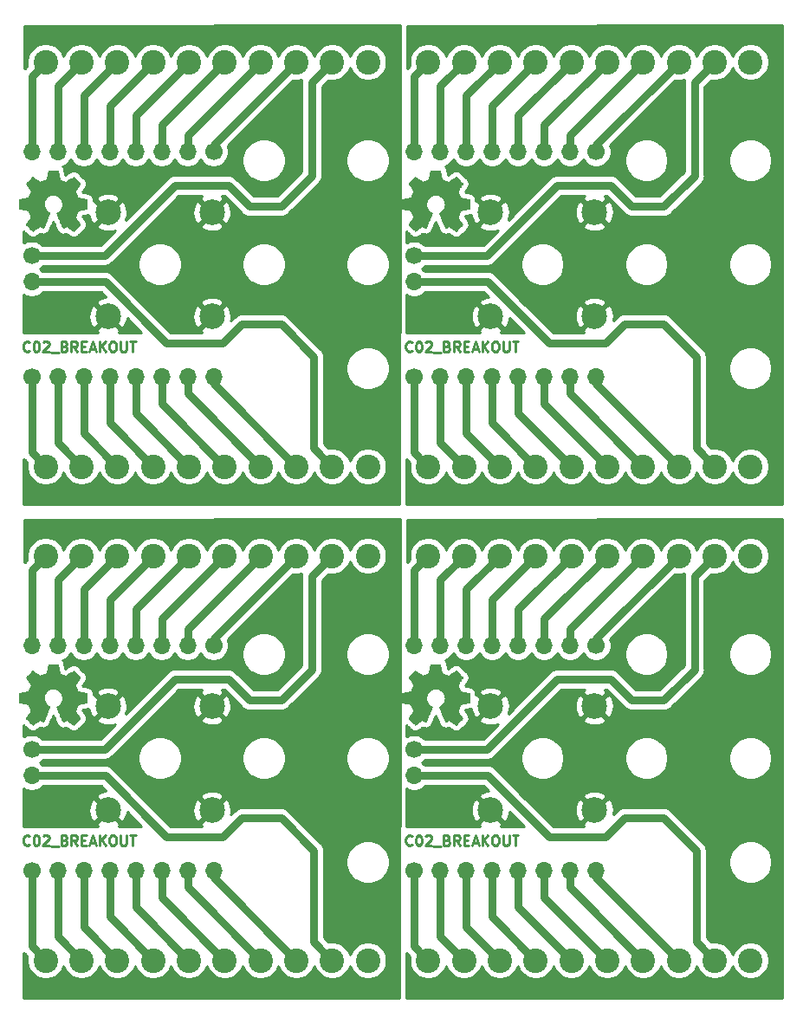
<source format=gbr>
G04 #@! TF.GenerationSoftware,KiCad,Pcbnew,5.1.5-52549c5~86~ubuntu18.04.1*
G04 #@! TF.CreationDate,2020-09-08T17:49:57-05:00*
G04 #@! TF.ProjectId,,58585858-5858-4585-9858-585858585858,rev?*
G04 #@! TF.SameCoordinates,Original*
G04 #@! TF.FileFunction,Copper,L1,Top*
G04 #@! TF.FilePolarity,Positive*
%FSLAX46Y46*%
G04 Gerber Fmt 4.6, Leading zero omitted, Abs format (unit mm)*
G04 Created by KiCad (PCBNEW 5.1.5-52549c5~86~ubuntu18.04.1) date 2020-09-08 17:49:57*
%MOMM*%
%LPD*%
G04 APERTURE LIST*
%ADD10C,0.250000*%
%ADD11C,0.010000*%
%ADD12C,2.499360*%
%ADD13C,1.700000*%
%ADD14O,1.700000X1.700000*%
%ADD15C,2.400000*%
%ADD16C,0.750000*%
%ADD17C,0.254000*%
G04 APERTURE END LIST*
D10*
X152038266Y-146178542D02*
X151990647Y-146226161D01*
X151847790Y-146273780D01*
X151752552Y-146273780D01*
X151609695Y-146226161D01*
X151514457Y-146130923D01*
X151466838Y-146035685D01*
X151419219Y-145845209D01*
X151419219Y-145702352D01*
X151466838Y-145511876D01*
X151514457Y-145416638D01*
X151609695Y-145321400D01*
X151752552Y-145273780D01*
X151847790Y-145273780D01*
X151990647Y-145321400D01*
X152038266Y-145369019D01*
X152657314Y-145273780D02*
X152752552Y-145273780D01*
X152847790Y-145321400D01*
X152895409Y-145369019D01*
X152943028Y-145464257D01*
X152990647Y-145654733D01*
X152990647Y-145892828D01*
X152943028Y-146083304D01*
X152895409Y-146178542D01*
X152847790Y-146226161D01*
X152752552Y-146273780D01*
X152657314Y-146273780D01*
X152562076Y-146226161D01*
X152514457Y-146178542D01*
X152466838Y-146083304D01*
X152419219Y-145892828D01*
X152419219Y-145654733D01*
X152466838Y-145464257D01*
X152514457Y-145369019D01*
X152562076Y-145321400D01*
X152657314Y-145273780D01*
X153371600Y-145369019D02*
X153419219Y-145321400D01*
X153514457Y-145273780D01*
X153752552Y-145273780D01*
X153847790Y-145321400D01*
X153895409Y-145369019D01*
X153943028Y-145464257D01*
X153943028Y-145559495D01*
X153895409Y-145702352D01*
X153323980Y-146273780D01*
X153943028Y-146273780D01*
X154133504Y-146369019D02*
X154895409Y-146369019D01*
X155466838Y-145749971D02*
X155609695Y-145797590D01*
X155657314Y-145845209D01*
X155704933Y-145940447D01*
X155704933Y-146083304D01*
X155657314Y-146178542D01*
X155609695Y-146226161D01*
X155514457Y-146273780D01*
X155133504Y-146273780D01*
X155133504Y-145273780D01*
X155466838Y-145273780D01*
X155562076Y-145321400D01*
X155609695Y-145369019D01*
X155657314Y-145464257D01*
X155657314Y-145559495D01*
X155609695Y-145654733D01*
X155562076Y-145702352D01*
X155466838Y-145749971D01*
X155133504Y-145749971D01*
X156704933Y-146273780D02*
X156371600Y-145797590D01*
X156133504Y-146273780D02*
X156133504Y-145273780D01*
X156514457Y-145273780D01*
X156609695Y-145321400D01*
X156657314Y-145369019D01*
X156704933Y-145464257D01*
X156704933Y-145607114D01*
X156657314Y-145702352D01*
X156609695Y-145749971D01*
X156514457Y-145797590D01*
X156133504Y-145797590D01*
X157133504Y-145749971D02*
X157466838Y-145749971D01*
X157609695Y-146273780D02*
X157133504Y-146273780D01*
X157133504Y-145273780D01*
X157609695Y-145273780D01*
X157990647Y-145988066D02*
X158466838Y-145988066D01*
X157895409Y-146273780D02*
X158228742Y-145273780D01*
X158562076Y-146273780D01*
X158895409Y-146273780D02*
X158895409Y-145273780D01*
X159466838Y-146273780D02*
X159038266Y-145702352D01*
X159466838Y-145273780D02*
X158895409Y-145845209D01*
X160085885Y-145273780D02*
X160276361Y-145273780D01*
X160371600Y-145321400D01*
X160466838Y-145416638D01*
X160514457Y-145607114D01*
X160514457Y-145940447D01*
X160466838Y-146130923D01*
X160371600Y-146226161D01*
X160276361Y-146273780D01*
X160085885Y-146273780D01*
X159990647Y-146226161D01*
X159895409Y-146130923D01*
X159847790Y-145940447D01*
X159847790Y-145607114D01*
X159895409Y-145416638D01*
X159990647Y-145321400D01*
X160085885Y-145273780D01*
X160943028Y-145273780D02*
X160943028Y-146083304D01*
X160990647Y-146178542D01*
X161038266Y-146226161D01*
X161133504Y-146273780D01*
X161323980Y-146273780D01*
X161419219Y-146226161D01*
X161466838Y-146178542D01*
X161514457Y-146083304D01*
X161514457Y-145273780D01*
X161847790Y-145273780D02*
X162419219Y-145273780D01*
X162133504Y-146273780D02*
X162133504Y-145273780D01*
X114648266Y-146178542D02*
X114600647Y-146226161D01*
X114457790Y-146273780D01*
X114362552Y-146273780D01*
X114219695Y-146226161D01*
X114124457Y-146130923D01*
X114076838Y-146035685D01*
X114029219Y-145845209D01*
X114029219Y-145702352D01*
X114076838Y-145511876D01*
X114124457Y-145416638D01*
X114219695Y-145321400D01*
X114362552Y-145273780D01*
X114457790Y-145273780D01*
X114600647Y-145321400D01*
X114648266Y-145369019D01*
X115267314Y-145273780D02*
X115362552Y-145273780D01*
X115457790Y-145321400D01*
X115505409Y-145369019D01*
X115553028Y-145464257D01*
X115600647Y-145654733D01*
X115600647Y-145892828D01*
X115553028Y-146083304D01*
X115505409Y-146178542D01*
X115457790Y-146226161D01*
X115362552Y-146273780D01*
X115267314Y-146273780D01*
X115172076Y-146226161D01*
X115124457Y-146178542D01*
X115076838Y-146083304D01*
X115029219Y-145892828D01*
X115029219Y-145654733D01*
X115076838Y-145464257D01*
X115124457Y-145369019D01*
X115172076Y-145321400D01*
X115267314Y-145273780D01*
X115981600Y-145369019D02*
X116029219Y-145321400D01*
X116124457Y-145273780D01*
X116362552Y-145273780D01*
X116457790Y-145321400D01*
X116505409Y-145369019D01*
X116553028Y-145464257D01*
X116553028Y-145559495D01*
X116505409Y-145702352D01*
X115933980Y-146273780D01*
X116553028Y-146273780D01*
X116743504Y-146369019D02*
X117505409Y-146369019D01*
X118076838Y-145749971D02*
X118219695Y-145797590D01*
X118267314Y-145845209D01*
X118314933Y-145940447D01*
X118314933Y-146083304D01*
X118267314Y-146178542D01*
X118219695Y-146226161D01*
X118124457Y-146273780D01*
X117743504Y-146273780D01*
X117743504Y-145273780D01*
X118076838Y-145273780D01*
X118172076Y-145321400D01*
X118219695Y-145369019D01*
X118267314Y-145464257D01*
X118267314Y-145559495D01*
X118219695Y-145654733D01*
X118172076Y-145702352D01*
X118076838Y-145749971D01*
X117743504Y-145749971D01*
X119314933Y-146273780D02*
X118981600Y-145797590D01*
X118743504Y-146273780D02*
X118743504Y-145273780D01*
X119124457Y-145273780D01*
X119219695Y-145321400D01*
X119267314Y-145369019D01*
X119314933Y-145464257D01*
X119314933Y-145607114D01*
X119267314Y-145702352D01*
X119219695Y-145749971D01*
X119124457Y-145797590D01*
X118743504Y-145797590D01*
X119743504Y-145749971D02*
X120076838Y-145749971D01*
X120219695Y-146273780D02*
X119743504Y-146273780D01*
X119743504Y-145273780D01*
X120219695Y-145273780D01*
X120600647Y-145988066D02*
X121076838Y-145988066D01*
X120505409Y-146273780D02*
X120838742Y-145273780D01*
X121172076Y-146273780D01*
X121505409Y-146273780D02*
X121505409Y-145273780D01*
X122076838Y-146273780D02*
X121648266Y-145702352D01*
X122076838Y-145273780D02*
X121505409Y-145845209D01*
X122695885Y-145273780D02*
X122886361Y-145273780D01*
X122981600Y-145321400D01*
X123076838Y-145416638D01*
X123124457Y-145607114D01*
X123124457Y-145940447D01*
X123076838Y-146130923D01*
X122981600Y-146226161D01*
X122886361Y-146273780D01*
X122695885Y-146273780D01*
X122600647Y-146226161D01*
X122505409Y-146130923D01*
X122457790Y-145940447D01*
X122457790Y-145607114D01*
X122505409Y-145416638D01*
X122600647Y-145321400D01*
X122695885Y-145273780D01*
X123553028Y-145273780D02*
X123553028Y-146083304D01*
X123600647Y-146178542D01*
X123648266Y-146226161D01*
X123743504Y-146273780D01*
X123933980Y-146273780D01*
X124029219Y-146226161D01*
X124076838Y-146178542D01*
X124124457Y-146083304D01*
X124124457Y-145273780D01*
X124457790Y-145273780D02*
X125029219Y-145273780D01*
X124743504Y-146273780D02*
X124743504Y-145273780D01*
X152038266Y-97918542D02*
X151990647Y-97966161D01*
X151847790Y-98013780D01*
X151752552Y-98013780D01*
X151609695Y-97966161D01*
X151514457Y-97870923D01*
X151466838Y-97775685D01*
X151419219Y-97585209D01*
X151419219Y-97442352D01*
X151466838Y-97251876D01*
X151514457Y-97156638D01*
X151609695Y-97061400D01*
X151752552Y-97013780D01*
X151847790Y-97013780D01*
X151990647Y-97061400D01*
X152038266Y-97109019D01*
X152657314Y-97013780D02*
X152752552Y-97013780D01*
X152847790Y-97061400D01*
X152895409Y-97109019D01*
X152943028Y-97204257D01*
X152990647Y-97394733D01*
X152990647Y-97632828D01*
X152943028Y-97823304D01*
X152895409Y-97918542D01*
X152847790Y-97966161D01*
X152752552Y-98013780D01*
X152657314Y-98013780D01*
X152562076Y-97966161D01*
X152514457Y-97918542D01*
X152466838Y-97823304D01*
X152419219Y-97632828D01*
X152419219Y-97394733D01*
X152466838Y-97204257D01*
X152514457Y-97109019D01*
X152562076Y-97061400D01*
X152657314Y-97013780D01*
X153371600Y-97109019D02*
X153419219Y-97061400D01*
X153514457Y-97013780D01*
X153752552Y-97013780D01*
X153847790Y-97061400D01*
X153895409Y-97109019D01*
X153943028Y-97204257D01*
X153943028Y-97299495D01*
X153895409Y-97442352D01*
X153323980Y-98013780D01*
X153943028Y-98013780D01*
X154133504Y-98109019D02*
X154895409Y-98109019D01*
X155466838Y-97489971D02*
X155609695Y-97537590D01*
X155657314Y-97585209D01*
X155704933Y-97680447D01*
X155704933Y-97823304D01*
X155657314Y-97918542D01*
X155609695Y-97966161D01*
X155514457Y-98013780D01*
X155133504Y-98013780D01*
X155133504Y-97013780D01*
X155466838Y-97013780D01*
X155562076Y-97061400D01*
X155609695Y-97109019D01*
X155657314Y-97204257D01*
X155657314Y-97299495D01*
X155609695Y-97394733D01*
X155562076Y-97442352D01*
X155466838Y-97489971D01*
X155133504Y-97489971D01*
X156704933Y-98013780D02*
X156371600Y-97537590D01*
X156133504Y-98013780D02*
X156133504Y-97013780D01*
X156514457Y-97013780D01*
X156609695Y-97061400D01*
X156657314Y-97109019D01*
X156704933Y-97204257D01*
X156704933Y-97347114D01*
X156657314Y-97442352D01*
X156609695Y-97489971D01*
X156514457Y-97537590D01*
X156133504Y-97537590D01*
X157133504Y-97489971D02*
X157466838Y-97489971D01*
X157609695Y-98013780D02*
X157133504Y-98013780D01*
X157133504Y-97013780D01*
X157609695Y-97013780D01*
X157990647Y-97728066D02*
X158466838Y-97728066D01*
X157895409Y-98013780D02*
X158228742Y-97013780D01*
X158562076Y-98013780D01*
X158895409Y-98013780D02*
X158895409Y-97013780D01*
X159466838Y-98013780D02*
X159038266Y-97442352D01*
X159466838Y-97013780D02*
X158895409Y-97585209D01*
X160085885Y-97013780D02*
X160276361Y-97013780D01*
X160371600Y-97061400D01*
X160466838Y-97156638D01*
X160514457Y-97347114D01*
X160514457Y-97680447D01*
X160466838Y-97870923D01*
X160371600Y-97966161D01*
X160276361Y-98013780D01*
X160085885Y-98013780D01*
X159990647Y-97966161D01*
X159895409Y-97870923D01*
X159847790Y-97680447D01*
X159847790Y-97347114D01*
X159895409Y-97156638D01*
X159990647Y-97061400D01*
X160085885Y-97013780D01*
X160943028Y-97013780D02*
X160943028Y-97823304D01*
X160990647Y-97918542D01*
X161038266Y-97966161D01*
X161133504Y-98013780D01*
X161323980Y-98013780D01*
X161419219Y-97966161D01*
X161466838Y-97918542D01*
X161514457Y-97823304D01*
X161514457Y-97013780D01*
X161847790Y-97013780D02*
X162419219Y-97013780D01*
X162133504Y-98013780D02*
X162133504Y-97013780D01*
X114648266Y-97918542D02*
X114600647Y-97966161D01*
X114457790Y-98013780D01*
X114362552Y-98013780D01*
X114219695Y-97966161D01*
X114124457Y-97870923D01*
X114076838Y-97775685D01*
X114029219Y-97585209D01*
X114029219Y-97442352D01*
X114076838Y-97251876D01*
X114124457Y-97156638D01*
X114219695Y-97061400D01*
X114362552Y-97013780D01*
X114457790Y-97013780D01*
X114600647Y-97061400D01*
X114648266Y-97109019D01*
X115267314Y-97013780D02*
X115362552Y-97013780D01*
X115457790Y-97061400D01*
X115505409Y-97109019D01*
X115553028Y-97204257D01*
X115600647Y-97394733D01*
X115600647Y-97632828D01*
X115553028Y-97823304D01*
X115505409Y-97918542D01*
X115457790Y-97966161D01*
X115362552Y-98013780D01*
X115267314Y-98013780D01*
X115172076Y-97966161D01*
X115124457Y-97918542D01*
X115076838Y-97823304D01*
X115029219Y-97632828D01*
X115029219Y-97394733D01*
X115076838Y-97204257D01*
X115124457Y-97109019D01*
X115172076Y-97061400D01*
X115267314Y-97013780D01*
X115981600Y-97109019D02*
X116029219Y-97061400D01*
X116124457Y-97013780D01*
X116362552Y-97013780D01*
X116457790Y-97061400D01*
X116505409Y-97109019D01*
X116553028Y-97204257D01*
X116553028Y-97299495D01*
X116505409Y-97442352D01*
X115933980Y-98013780D01*
X116553028Y-98013780D01*
X116743504Y-98109019D02*
X117505409Y-98109019D01*
X118076838Y-97489971D02*
X118219695Y-97537590D01*
X118267314Y-97585209D01*
X118314933Y-97680447D01*
X118314933Y-97823304D01*
X118267314Y-97918542D01*
X118219695Y-97966161D01*
X118124457Y-98013780D01*
X117743504Y-98013780D01*
X117743504Y-97013780D01*
X118076838Y-97013780D01*
X118172076Y-97061400D01*
X118219695Y-97109019D01*
X118267314Y-97204257D01*
X118267314Y-97299495D01*
X118219695Y-97394733D01*
X118172076Y-97442352D01*
X118076838Y-97489971D01*
X117743504Y-97489971D01*
X119314933Y-98013780D02*
X118981600Y-97537590D01*
X118743504Y-98013780D02*
X118743504Y-97013780D01*
X119124457Y-97013780D01*
X119219695Y-97061400D01*
X119267314Y-97109019D01*
X119314933Y-97204257D01*
X119314933Y-97347114D01*
X119267314Y-97442352D01*
X119219695Y-97489971D01*
X119124457Y-97537590D01*
X118743504Y-97537590D01*
X119743504Y-97489971D02*
X120076838Y-97489971D01*
X120219695Y-98013780D02*
X119743504Y-98013780D01*
X119743504Y-97013780D01*
X120219695Y-97013780D01*
X120600647Y-97728066D02*
X121076838Y-97728066D01*
X120505409Y-98013780D02*
X120838742Y-97013780D01*
X121172076Y-98013780D01*
X121505409Y-98013780D02*
X121505409Y-97013780D01*
X122076838Y-98013780D02*
X121648266Y-97442352D01*
X122076838Y-97013780D02*
X121505409Y-97585209D01*
X122695885Y-97013780D02*
X122886361Y-97013780D01*
X122981600Y-97061400D01*
X123076838Y-97156638D01*
X123124457Y-97347114D01*
X123124457Y-97680447D01*
X123076838Y-97870923D01*
X122981600Y-97966161D01*
X122886361Y-98013780D01*
X122695885Y-98013780D01*
X122600647Y-97966161D01*
X122505409Y-97870923D01*
X122457790Y-97680447D01*
X122457790Y-97347114D01*
X122505409Y-97156638D01*
X122600647Y-97061400D01*
X122695885Y-97013780D01*
X123553028Y-97013780D02*
X123553028Y-97823304D01*
X123600647Y-97918542D01*
X123648266Y-97966161D01*
X123743504Y-98013780D01*
X123933980Y-98013780D01*
X124029219Y-97966161D01*
X124076838Y-97918542D01*
X124124457Y-97823304D01*
X124124457Y-97013780D01*
X124457790Y-97013780D02*
X125029219Y-97013780D01*
X124743504Y-98013780D02*
X124743504Y-97013780D01*
D11*
G36*
X154887414Y-128990131D02*
G01*
X154971235Y-129434755D01*
X155280520Y-129562253D01*
X155589806Y-129689751D01*
X155960846Y-129437446D01*
X156064757Y-129367196D01*
X156158687Y-129304472D01*
X156238252Y-129252138D01*
X156299070Y-129213057D01*
X156336757Y-129190093D01*
X156347021Y-129185142D01*
X156365510Y-129197876D01*
X156405020Y-129233082D01*
X156461122Y-129286262D01*
X156529387Y-129352918D01*
X156605386Y-129428554D01*
X156684692Y-129508672D01*
X156762875Y-129588774D01*
X156835507Y-129664364D01*
X156898159Y-129730945D01*
X156946403Y-129784018D01*
X156975810Y-129819087D01*
X156982841Y-129830823D01*
X156972723Y-129852460D01*
X156944359Y-129899862D01*
X156900729Y-129968393D01*
X156844818Y-130053415D01*
X156779606Y-130150293D01*
X156741819Y-130205550D01*
X156672943Y-130306448D01*
X156611740Y-130397499D01*
X156561178Y-130474170D01*
X156524228Y-130531928D01*
X156503858Y-130566243D01*
X156500797Y-130573454D01*
X156507736Y-130593948D01*
X156526651Y-130641713D01*
X156554687Y-130710032D01*
X156588991Y-130792189D01*
X156626709Y-130881470D01*
X156664987Y-130971158D01*
X156700970Y-131054538D01*
X156731806Y-131124894D01*
X156754639Y-131175510D01*
X156766617Y-131199671D01*
X156767324Y-131200622D01*
X156786131Y-131205236D01*
X156836218Y-131215528D01*
X156912393Y-131230487D01*
X157009465Y-131249101D01*
X157122243Y-131270359D01*
X157188042Y-131282618D01*
X157308550Y-131305562D01*
X157417397Y-131327395D01*
X157509076Y-131346922D01*
X157578081Y-131362948D01*
X157618904Y-131374279D01*
X157627111Y-131377874D01*
X157635148Y-131402206D01*
X157641633Y-131457159D01*
X157646570Y-131536308D01*
X157649964Y-131633226D01*
X157651818Y-131741487D01*
X157652138Y-131854665D01*
X157650927Y-131966335D01*
X157648190Y-132070068D01*
X157643931Y-132159441D01*
X157638155Y-132228026D01*
X157630867Y-132269397D01*
X157626495Y-132278010D01*
X157600364Y-132288333D01*
X157544993Y-132303092D01*
X157467707Y-132320552D01*
X157375830Y-132338980D01*
X157343758Y-132344941D01*
X157189124Y-132373266D01*
X157066975Y-132396076D01*
X156973273Y-132414280D01*
X156903984Y-132428783D01*
X156855071Y-132440492D01*
X156822497Y-132450315D01*
X156802228Y-132459156D01*
X156790226Y-132467924D01*
X156788547Y-132469657D01*
X156771784Y-132497571D01*
X156746214Y-132551895D01*
X156714388Y-132625977D01*
X156678860Y-132713165D01*
X156642183Y-132806808D01*
X156606911Y-132900252D01*
X156575596Y-132986847D01*
X156550793Y-133059940D01*
X156535054Y-133112878D01*
X156530932Y-133139011D01*
X156531276Y-133139926D01*
X156545241Y-133161286D01*
X156576922Y-133208284D01*
X156622991Y-133276027D01*
X156680118Y-133359623D01*
X156744973Y-133454182D01*
X156763443Y-133481054D01*
X156829299Y-133578475D01*
X156887250Y-133667363D01*
X156934138Y-133742612D01*
X156966807Y-133799120D01*
X156982100Y-133831781D01*
X156982841Y-133835793D01*
X156969992Y-133856884D01*
X156934488Y-133898664D01*
X156880893Y-133956645D01*
X156813771Y-134026335D01*
X156737687Y-134103245D01*
X156657204Y-134182883D01*
X156576887Y-134260761D01*
X156501299Y-134332386D01*
X156435005Y-134393270D01*
X156382569Y-134438921D01*
X156348555Y-134464850D01*
X156339145Y-134469083D01*
X156317243Y-134459112D01*
X156272400Y-134432220D01*
X156211921Y-134392936D01*
X156165389Y-134361317D01*
X156081075Y-134303298D01*
X155981226Y-134234984D01*
X155881073Y-134166779D01*
X155827227Y-134130275D01*
X155644971Y-134007000D01*
X155491981Y-134089720D01*
X155422282Y-134125959D01*
X155363014Y-134154126D01*
X155322911Y-134170191D01*
X155312703Y-134172426D01*
X155300429Y-134155922D01*
X155276213Y-134109282D01*
X155241863Y-134036809D01*
X155199188Y-133942806D01*
X155149994Y-133831574D01*
X155096090Y-133707415D01*
X155039284Y-133574632D01*
X154981382Y-133437527D01*
X154924193Y-133300402D01*
X154869524Y-133167558D01*
X154819184Y-133043298D01*
X154774980Y-132931925D01*
X154738719Y-132837739D01*
X154712209Y-132765044D01*
X154697258Y-132718141D01*
X154694854Y-132702033D01*
X154713911Y-132681486D01*
X154755636Y-132648133D01*
X154811306Y-132608902D01*
X154815978Y-132605799D01*
X154959864Y-132490623D01*
X155075883Y-132356253D01*
X155163030Y-132206984D01*
X155220299Y-132047113D01*
X155246686Y-131880937D01*
X155241185Y-131712752D01*
X155202790Y-131546855D01*
X155130495Y-131387542D01*
X155109226Y-131352687D01*
X154998596Y-131211937D01*
X154867902Y-131098914D01*
X154721664Y-131014203D01*
X154564408Y-130958394D01*
X154400657Y-130932074D01*
X154234933Y-130935830D01*
X154071762Y-130970250D01*
X153915665Y-131035923D01*
X153771167Y-131133435D01*
X153726469Y-131173013D01*
X153612712Y-131296903D01*
X153529818Y-131427324D01*
X153472956Y-131573515D01*
X153441287Y-131718288D01*
X153433469Y-131881060D01*
X153459538Y-132044640D01*
X153516845Y-132203498D01*
X153602744Y-132352106D01*
X153714586Y-132484935D01*
X153849723Y-132596456D01*
X153867483Y-132608211D01*
X153923750Y-132646708D01*
X153966523Y-132680063D01*
X153986972Y-132701360D01*
X153987269Y-132702033D01*
X153982879Y-132725071D01*
X153965476Y-132777357D01*
X153936868Y-132854590D01*
X153898865Y-132952468D01*
X153853274Y-133066691D01*
X153801903Y-133192958D01*
X153746562Y-133326967D01*
X153689058Y-133464418D01*
X153631201Y-133601008D01*
X153574798Y-133732437D01*
X153521658Y-133854405D01*
X153473590Y-133962609D01*
X153432401Y-134052749D01*
X153399901Y-134120523D01*
X153377897Y-134161630D01*
X153369036Y-134172426D01*
X153341960Y-134164019D01*
X153291297Y-134141472D01*
X153225783Y-134108813D01*
X153189759Y-134089720D01*
X153036768Y-134007000D01*
X152854512Y-134130275D01*
X152761475Y-134193428D01*
X152659615Y-134262927D01*
X152564162Y-134328365D01*
X152516350Y-134361317D01*
X152449105Y-134406473D01*
X152392164Y-134442257D01*
X152352954Y-134464138D01*
X152340219Y-134468763D01*
X152321683Y-134456285D01*
X152280659Y-134421452D01*
X152221125Y-134367878D01*
X152147058Y-134299183D01*
X152062435Y-134218981D01*
X152008915Y-134167486D01*
X151915281Y-134075486D01*
X151834359Y-133993199D01*
X151769423Y-133924145D01*
X151723742Y-133871844D01*
X151700589Y-133839816D01*
X151698368Y-133833316D01*
X151708676Y-133808594D01*
X151737161Y-133758605D01*
X151780663Y-133688412D01*
X151836023Y-133603075D01*
X151900080Y-133507656D01*
X151918297Y-133481054D01*
X151984673Y-133384367D01*
X152044222Y-133297317D01*
X152093616Y-133224795D01*
X152129525Y-133171693D01*
X152148619Y-133142903D01*
X152150464Y-133139926D01*
X152147705Y-133116982D01*
X152133062Y-133066536D01*
X152109087Y-132995241D01*
X152078334Y-132909747D01*
X152043356Y-132816707D01*
X152006707Y-132722774D01*
X151970939Y-132634599D01*
X151938606Y-132558834D01*
X151912262Y-132502131D01*
X151894458Y-132471143D01*
X151893193Y-132469657D01*
X151882306Y-132460801D01*
X151863918Y-132452043D01*
X151833994Y-132442477D01*
X151788497Y-132431196D01*
X151723391Y-132417293D01*
X151634639Y-132399863D01*
X151518207Y-132377998D01*
X151370058Y-132350791D01*
X151337982Y-132344941D01*
X151242914Y-132326574D01*
X151160035Y-132308605D01*
X151096670Y-132292769D01*
X151060142Y-132280800D01*
X151055244Y-132278010D01*
X151047173Y-132253272D01*
X151040613Y-132197990D01*
X151035567Y-132118589D01*
X151032041Y-132021496D01*
X151030039Y-131913138D01*
X151029564Y-131799940D01*
X151030623Y-131688328D01*
X151033218Y-131584729D01*
X151037354Y-131495568D01*
X151043037Y-131427272D01*
X151050269Y-131386266D01*
X151054629Y-131377874D01*
X151078902Y-131369408D01*
X151134174Y-131355635D01*
X151214938Y-131337750D01*
X151315688Y-131316948D01*
X151430917Y-131294423D01*
X151493698Y-131282618D01*
X151612813Y-131260351D01*
X151719035Y-131240179D01*
X151807173Y-131223115D01*
X151872034Y-131210169D01*
X151908426Y-131202355D01*
X151914416Y-131200622D01*
X151924539Y-131181090D01*
X151945938Y-131134043D01*
X151975761Y-131066203D01*
X152011155Y-130984291D01*
X152049268Y-130895028D01*
X152087247Y-130805135D01*
X152122240Y-130721335D01*
X152151394Y-130650347D01*
X152171857Y-130598894D01*
X152180777Y-130573697D01*
X152180943Y-130572596D01*
X152170831Y-130552719D01*
X152142483Y-130506977D01*
X152098877Y-130439917D01*
X152042994Y-130356084D01*
X151977813Y-130260026D01*
X151939921Y-130204850D01*
X151870875Y-130103681D01*
X151809550Y-130011830D01*
X151758937Y-129933944D01*
X151722029Y-129874669D01*
X151701818Y-129838651D01*
X151698899Y-129830577D01*
X151711447Y-129811784D01*
X151746137Y-129771657D01*
X151798537Y-129714693D01*
X151864216Y-129645385D01*
X151938744Y-129568231D01*
X152017687Y-129487725D01*
X152096617Y-129408363D01*
X152171100Y-129334640D01*
X152236706Y-129271052D01*
X152289004Y-129222094D01*
X152323561Y-129192261D01*
X152335122Y-129185142D01*
X152353946Y-129195153D01*
X152398969Y-129223278D01*
X152465813Y-129266654D01*
X152550101Y-129322418D01*
X152647456Y-129387706D01*
X152720893Y-129437446D01*
X153091933Y-129689751D01*
X153710505Y-129434755D01*
X153794325Y-128990131D01*
X153878146Y-128545507D01*
X154803594Y-128545507D01*
X154887414Y-128990131D01*
G37*
X154887414Y-128990131D02*
X154971235Y-129434755D01*
X155280520Y-129562253D01*
X155589806Y-129689751D01*
X155960846Y-129437446D01*
X156064757Y-129367196D01*
X156158687Y-129304472D01*
X156238252Y-129252138D01*
X156299070Y-129213057D01*
X156336757Y-129190093D01*
X156347021Y-129185142D01*
X156365510Y-129197876D01*
X156405020Y-129233082D01*
X156461122Y-129286262D01*
X156529387Y-129352918D01*
X156605386Y-129428554D01*
X156684692Y-129508672D01*
X156762875Y-129588774D01*
X156835507Y-129664364D01*
X156898159Y-129730945D01*
X156946403Y-129784018D01*
X156975810Y-129819087D01*
X156982841Y-129830823D01*
X156972723Y-129852460D01*
X156944359Y-129899862D01*
X156900729Y-129968393D01*
X156844818Y-130053415D01*
X156779606Y-130150293D01*
X156741819Y-130205550D01*
X156672943Y-130306448D01*
X156611740Y-130397499D01*
X156561178Y-130474170D01*
X156524228Y-130531928D01*
X156503858Y-130566243D01*
X156500797Y-130573454D01*
X156507736Y-130593948D01*
X156526651Y-130641713D01*
X156554687Y-130710032D01*
X156588991Y-130792189D01*
X156626709Y-130881470D01*
X156664987Y-130971158D01*
X156700970Y-131054538D01*
X156731806Y-131124894D01*
X156754639Y-131175510D01*
X156766617Y-131199671D01*
X156767324Y-131200622D01*
X156786131Y-131205236D01*
X156836218Y-131215528D01*
X156912393Y-131230487D01*
X157009465Y-131249101D01*
X157122243Y-131270359D01*
X157188042Y-131282618D01*
X157308550Y-131305562D01*
X157417397Y-131327395D01*
X157509076Y-131346922D01*
X157578081Y-131362948D01*
X157618904Y-131374279D01*
X157627111Y-131377874D01*
X157635148Y-131402206D01*
X157641633Y-131457159D01*
X157646570Y-131536308D01*
X157649964Y-131633226D01*
X157651818Y-131741487D01*
X157652138Y-131854665D01*
X157650927Y-131966335D01*
X157648190Y-132070068D01*
X157643931Y-132159441D01*
X157638155Y-132228026D01*
X157630867Y-132269397D01*
X157626495Y-132278010D01*
X157600364Y-132288333D01*
X157544993Y-132303092D01*
X157467707Y-132320552D01*
X157375830Y-132338980D01*
X157343758Y-132344941D01*
X157189124Y-132373266D01*
X157066975Y-132396076D01*
X156973273Y-132414280D01*
X156903984Y-132428783D01*
X156855071Y-132440492D01*
X156822497Y-132450315D01*
X156802228Y-132459156D01*
X156790226Y-132467924D01*
X156788547Y-132469657D01*
X156771784Y-132497571D01*
X156746214Y-132551895D01*
X156714388Y-132625977D01*
X156678860Y-132713165D01*
X156642183Y-132806808D01*
X156606911Y-132900252D01*
X156575596Y-132986847D01*
X156550793Y-133059940D01*
X156535054Y-133112878D01*
X156530932Y-133139011D01*
X156531276Y-133139926D01*
X156545241Y-133161286D01*
X156576922Y-133208284D01*
X156622991Y-133276027D01*
X156680118Y-133359623D01*
X156744973Y-133454182D01*
X156763443Y-133481054D01*
X156829299Y-133578475D01*
X156887250Y-133667363D01*
X156934138Y-133742612D01*
X156966807Y-133799120D01*
X156982100Y-133831781D01*
X156982841Y-133835793D01*
X156969992Y-133856884D01*
X156934488Y-133898664D01*
X156880893Y-133956645D01*
X156813771Y-134026335D01*
X156737687Y-134103245D01*
X156657204Y-134182883D01*
X156576887Y-134260761D01*
X156501299Y-134332386D01*
X156435005Y-134393270D01*
X156382569Y-134438921D01*
X156348555Y-134464850D01*
X156339145Y-134469083D01*
X156317243Y-134459112D01*
X156272400Y-134432220D01*
X156211921Y-134392936D01*
X156165389Y-134361317D01*
X156081075Y-134303298D01*
X155981226Y-134234984D01*
X155881073Y-134166779D01*
X155827227Y-134130275D01*
X155644971Y-134007000D01*
X155491981Y-134089720D01*
X155422282Y-134125959D01*
X155363014Y-134154126D01*
X155322911Y-134170191D01*
X155312703Y-134172426D01*
X155300429Y-134155922D01*
X155276213Y-134109282D01*
X155241863Y-134036809D01*
X155199188Y-133942806D01*
X155149994Y-133831574D01*
X155096090Y-133707415D01*
X155039284Y-133574632D01*
X154981382Y-133437527D01*
X154924193Y-133300402D01*
X154869524Y-133167558D01*
X154819184Y-133043298D01*
X154774980Y-132931925D01*
X154738719Y-132837739D01*
X154712209Y-132765044D01*
X154697258Y-132718141D01*
X154694854Y-132702033D01*
X154713911Y-132681486D01*
X154755636Y-132648133D01*
X154811306Y-132608902D01*
X154815978Y-132605799D01*
X154959864Y-132490623D01*
X155075883Y-132356253D01*
X155163030Y-132206984D01*
X155220299Y-132047113D01*
X155246686Y-131880937D01*
X155241185Y-131712752D01*
X155202790Y-131546855D01*
X155130495Y-131387542D01*
X155109226Y-131352687D01*
X154998596Y-131211937D01*
X154867902Y-131098914D01*
X154721664Y-131014203D01*
X154564408Y-130958394D01*
X154400657Y-130932074D01*
X154234933Y-130935830D01*
X154071762Y-130970250D01*
X153915665Y-131035923D01*
X153771167Y-131133435D01*
X153726469Y-131173013D01*
X153612712Y-131296903D01*
X153529818Y-131427324D01*
X153472956Y-131573515D01*
X153441287Y-131718288D01*
X153433469Y-131881060D01*
X153459538Y-132044640D01*
X153516845Y-132203498D01*
X153602744Y-132352106D01*
X153714586Y-132484935D01*
X153849723Y-132596456D01*
X153867483Y-132608211D01*
X153923750Y-132646708D01*
X153966523Y-132680063D01*
X153986972Y-132701360D01*
X153987269Y-132702033D01*
X153982879Y-132725071D01*
X153965476Y-132777357D01*
X153936868Y-132854590D01*
X153898865Y-132952468D01*
X153853274Y-133066691D01*
X153801903Y-133192958D01*
X153746562Y-133326967D01*
X153689058Y-133464418D01*
X153631201Y-133601008D01*
X153574798Y-133732437D01*
X153521658Y-133854405D01*
X153473590Y-133962609D01*
X153432401Y-134052749D01*
X153399901Y-134120523D01*
X153377897Y-134161630D01*
X153369036Y-134172426D01*
X153341960Y-134164019D01*
X153291297Y-134141472D01*
X153225783Y-134108813D01*
X153189759Y-134089720D01*
X153036768Y-134007000D01*
X152854512Y-134130275D01*
X152761475Y-134193428D01*
X152659615Y-134262927D01*
X152564162Y-134328365D01*
X152516350Y-134361317D01*
X152449105Y-134406473D01*
X152392164Y-134442257D01*
X152352954Y-134464138D01*
X152340219Y-134468763D01*
X152321683Y-134456285D01*
X152280659Y-134421452D01*
X152221125Y-134367878D01*
X152147058Y-134299183D01*
X152062435Y-134218981D01*
X152008915Y-134167486D01*
X151915281Y-134075486D01*
X151834359Y-133993199D01*
X151769423Y-133924145D01*
X151723742Y-133871844D01*
X151700589Y-133839816D01*
X151698368Y-133833316D01*
X151708676Y-133808594D01*
X151737161Y-133758605D01*
X151780663Y-133688412D01*
X151836023Y-133603075D01*
X151900080Y-133507656D01*
X151918297Y-133481054D01*
X151984673Y-133384367D01*
X152044222Y-133297317D01*
X152093616Y-133224795D01*
X152129525Y-133171693D01*
X152148619Y-133142903D01*
X152150464Y-133139926D01*
X152147705Y-133116982D01*
X152133062Y-133066536D01*
X152109087Y-132995241D01*
X152078334Y-132909747D01*
X152043356Y-132816707D01*
X152006707Y-132722774D01*
X151970939Y-132634599D01*
X151938606Y-132558834D01*
X151912262Y-132502131D01*
X151894458Y-132471143D01*
X151893193Y-132469657D01*
X151882306Y-132460801D01*
X151863918Y-132452043D01*
X151833994Y-132442477D01*
X151788497Y-132431196D01*
X151723391Y-132417293D01*
X151634639Y-132399863D01*
X151518207Y-132377998D01*
X151370058Y-132350791D01*
X151337982Y-132344941D01*
X151242914Y-132326574D01*
X151160035Y-132308605D01*
X151096670Y-132292769D01*
X151060142Y-132280800D01*
X151055244Y-132278010D01*
X151047173Y-132253272D01*
X151040613Y-132197990D01*
X151035567Y-132118589D01*
X151032041Y-132021496D01*
X151030039Y-131913138D01*
X151029564Y-131799940D01*
X151030623Y-131688328D01*
X151033218Y-131584729D01*
X151037354Y-131495568D01*
X151043037Y-131427272D01*
X151050269Y-131386266D01*
X151054629Y-131377874D01*
X151078902Y-131369408D01*
X151134174Y-131355635D01*
X151214938Y-131337750D01*
X151315688Y-131316948D01*
X151430917Y-131294423D01*
X151493698Y-131282618D01*
X151612813Y-131260351D01*
X151719035Y-131240179D01*
X151807173Y-131223115D01*
X151872034Y-131210169D01*
X151908426Y-131202355D01*
X151914416Y-131200622D01*
X151924539Y-131181090D01*
X151945938Y-131134043D01*
X151975761Y-131066203D01*
X152011155Y-130984291D01*
X152049268Y-130895028D01*
X152087247Y-130805135D01*
X152122240Y-130721335D01*
X152151394Y-130650347D01*
X152171857Y-130598894D01*
X152180777Y-130573697D01*
X152180943Y-130572596D01*
X152170831Y-130552719D01*
X152142483Y-130506977D01*
X152098877Y-130439917D01*
X152042994Y-130356084D01*
X151977813Y-130260026D01*
X151939921Y-130204850D01*
X151870875Y-130103681D01*
X151809550Y-130011830D01*
X151758937Y-129933944D01*
X151722029Y-129874669D01*
X151701818Y-129838651D01*
X151698899Y-129830577D01*
X151711447Y-129811784D01*
X151746137Y-129771657D01*
X151798537Y-129714693D01*
X151864216Y-129645385D01*
X151938744Y-129568231D01*
X152017687Y-129487725D01*
X152096617Y-129408363D01*
X152171100Y-129334640D01*
X152236706Y-129271052D01*
X152289004Y-129222094D01*
X152323561Y-129192261D01*
X152335122Y-129185142D01*
X152353946Y-129195153D01*
X152398969Y-129223278D01*
X152465813Y-129266654D01*
X152550101Y-129322418D01*
X152647456Y-129387706D01*
X152720893Y-129437446D01*
X153091933Y-129689751D01*
X153710505Y-129434755D01*
X153794325Y-128990131D01*
X153878146Y-128545507D01*
X154803594Y-128545507D01*
X154887414Y-128990131D01*
G36*
X117497414Y-128990131D02*
G01*
X117581235Y-129434755D01*
X117890520Y-129562253D01*
X118199806Y-129689751D01*
X118570846Y-129437446D01*
X118674757Y-129367196D01*
X118768687Y-129304472D01*
X118848252Y-129252138D01*
X118909070Y-129213057D01*
X118946757Y-129190093D01*
X118957021Y-129185142D01*
X118975510Y-129197876D01*
X119015020Y-129233082D01*
X119071122Y-129286262D01*
X119139387Y-129352918D01*
X119215386Y-129428554D01*
X119294692Y-129508672D01*
X119372875Y-129588774D01*
X119445507Y-129664364D01*
X119508159Y-129730945D01*
X119556403Y-129784018D01*
X119585810Y-129819087D01*
X119592841Y-129830823D01*
X119582723Y-129852460D01*
X119554359Y-129899862D01*
X119510729Y-129968393D01*
X119454818Y-130053415D01*
X119389606Y-130150293D01*
X119351819Y-130205550D01*
X119282943Y-130306448D01*
X119221740Y-130397499D01*
X119171178Y-130474170D01*
X119134228Y-130531928D01*
X119113858Y-130566243D01*
X119110797Y-130573454D01*
X119117736Y-130593948D01*
X119136651Y-130641713D01*
X119164687Y-130710032D01*
X119198991Y-130792189D01*
X119236709Y-130881470D01*
X119274987Y-130971158D01*
X119310970Y-131054538D01*
X119341806Y-131124894D01*
X119364639Y-131175510D01*
X119376617Y-131199671D01*
X119377324Y-131200622D01*
X119396131Y-131205236D01*
X119446218Y-131215528D01*
X119522393Y-131230487D01*
X119619465Y-131249101D01*
X119732243Y-131270359D01*
X119798042Y-131282618D01*
X119918550Y-131305562D01*
X120027397Y-131327395D01*
X120119076Y-131346922D01*
X120188081Y-131362948D01*
X120228904Y-131374279D01*
X120237111Y-131377874D01*
X120245148Y-131402206D01*
X120251633Y-131457159D01*
X120256570Y-131536308D01*
X120259964Y-131633226D01*
X120261818Y-131741487D01*
X120262138Y-131854665D01*
X120260927Y-131966335D01*
X120258190Y-132070068D01*
X120253931Y-132159441D01*
X120248155Y-132228026D01*
X120240867Y-132269397D01*
X120236495Y-132278010D01*
X120210364Y-132288333D01*
X120154993Y-132303092D01*
X120077707Y-132320552D01*
X119985830Y-132338980D01*
X119953758Y-132344941D01*
X119799124Y-132373266D01*
X119676975Y-132396076D01*
X119583273Y-132414280D01*
X119513984Y-132428783D01*
X119465071Y-132440492D01*
X119432497Y-132450315D01*
X119412228Y-132459156D01*
X119400226Y-132467924D01*
X119398547Y-132469657D01*
X119381784Y-132497571D01*
X119356214Y-132551895D01*
X119324388Y-132625977D01*
X119288860Y-132713165D01*
X119252183Y-132806808D01*
X119216911Y-132900252D01*
X119185596Y-132986847D01*
X119160793Y-133059940D01*
X119145054Y-133112878D01*
X119140932Y-133139011D01*
X119141276Y-133139926D01*
X119155241Y-133161286D01*
X119186922Y-133208284D01*
X119232991Y-133276027D01*
X119290118Y-133359623D01*
X119354973Y-133454182D01*
X119373443Y-133481054D01*
X119439299Y-133578475D01*
X119497250Y-133667363D01*
X119544138Y-133742612D01*
X119576807Y-133799120D01*
X119592100Y-133831781D01*
X119592841Y-133835793D01*
X119579992Y-133856884D01*
X119544488Y-133898664D01*
X119490893Y-133956645D01*
X119423771Y-134026335D01*
X119347687Y-134103245D01*
X119267204Y-134182883D01*
X119186887Y-134260761D01*
X119111299Y-134332386D01*
X119045005Y-134393270D01*
X118992569Y-134438921D01*
X118958555Y-134464850D01*
X118949145Y-134469083D01*
X118927243Y-134459112D01*
X118882400Y-134432220D01*
X118821921Y-134392936D01*
X118775389Y-134361317D01*
X118691075Y-134303298D01*
X118591226Y-134234984D01*
X118491073Y-134166779D01*
X118437227Y-134130275D01*
X118254971Y-134007000D01*
X118101981Y-134089720D01*
X118032282Y-134125959D01*
X117973014Y-134154126D01*
X117932911Y-134170191D01*
X117922703Y-134172426D01*
X117910429Y-134155922D01*
X117886213Y-134109282D01*
X117851863Y-134036809D01*
X117809188Y-133942806D01*
X117759994Y-133831574D01*
X117706090Y-133707415D01*
X117649284Y-133574632D01*
X117591382Y-133437527D01*
X117534193Y-133300402D01*
X117479524Y-133167558D01*
X117429184Y-133043298D01*
X117384980Y-132931925D01*
X117348719Y-132837739D01*
X117322209Y-132765044D01*
X117307258Y-132718141D01*
X117304854Y-132702033D01*
X117323911Y-132681486D01*
X117365636Y-132648133D01*
X117421306Y-132608902D01*
X117425978Y-132605799D01*
X117569864Y-132490623D01*
X117685883Y-132356253D01*
X117773030Y-132206984D01*
X117830299Y-132047113D01*
X117856686Y-131880937D01*
X117851185Y-131712752D01*
X117812790Y-131546855D01*
X117740495Y-131387542D01*
X117719226Y-131352687D01*
X117608596Y-131211937D01*
X117477902Y-131098914D01*
X117331664Y-131014203D01*
X117174408Y-130958394D01*
X117010657Y-130932074D01*
X116844933Y-130935830D01*
X116681762Y-130970250D01*
X116525665Y-131035923D01*
X116381167Y-131133435D01*
X116336469Y-131173013D01*
X116222712Y-131296903D01*
X116139818Y-131427324D01*
X116082956Y-131573515D01*
X116051287Y-131718288D01*
X116043469Y-131881060D01*
X116069538Y-132044640D01*
X116126845Y-132203498D01*
X116212744Y-132352106D01*
X116324586Y-132484935D01*
X116459723Y-132596456D01*
X116477483Y-132608211D01*
X116533750Y-132646708D01*
X116576523Y-132680063D01*
X116596972Y-132701360D01*
X116597269Y-132702033D01*
X116592879Y-132725071D01*
X116575476Y-132777357D01*
X116546868Y-132854590D01*
X116508865Y-132952468D01*
X116463274Y-133066691D01*
X116411903Y-133192958D01*
X116356562Y-133326967D01*
X116299058Y-133464418D01*
X116241201Y-133601008D01*
X116184798Y-133732437D01*
X116131658Y-133854405D01*
X116083590Y-133962609D01*
X116042401Y-134052749D01*
X116009901Y-134120523D01*
X115987897Y-134161630D01*
X115979036Y-134172426D01*
X115951960Y-134164019D01*
X115901297Y-134141472D01*
X115835783Y-134108813D01*
X115799759Y-134089720D01*
X115646768Y-134007000D01*
X115464512Y-134130275D01*
X115371475Y-134193428D01*
X115269615Y-134262927D01*
X115174162Y-134328365D01*
X115126350Y-134361317D01*
X115059105Y-134406473D01*
X115002164Y-134442257D01*
X114962954Y-134464138D01*
X114950219Y-134468763D01*
X114931683Y-134456285D01*
X114890659Y-134421452D01*
X114831125Y-134367878D01*
X114757058Y-134299183D01*
X114672435Y-134218981D01*
X114618915Y-134167486D01*
X114525281Y-134075486D01*
X114444359Y-133993199D01*
X114379423Y-133924145D01*
X114333742Y-133871844D01*
X114310589Y-133839816D01*
X114308368Y-133833316D01*
X114318676Y-133808594D01*
X114347161Y-133758605D01*
X114390663Y-133688412D01*
X114446023Y-133603075D01*
X114510080Y-133507656D01*
X114528297Y-133481054D01*
X114594673Y-133384367D01*
X114654222Y-133297317D01*
X114703616Y-133224795D01*
X114739525Y-133171693D01*
X114758619Y-133142903D01*
X114760464Y-133139926D01*
X114757705Y-133116982D01*
X114743062Y-133066536D01*
X114719087Y-132995241D01*
X114688334Y-132909747D01*
X114653356Y-132816707D01*
X114616707Y-132722774D01*
X114580939Y-132634599D01*
X114548606Y-132558834D01*
X114522262Y-132502131D01*
X114504458Y-132471143D01*
X114503193Y-132469657D01*
X114492306Y-132460801D01*
X114473918Y-132452043D01*
X114443994Y-132442477D01*
X114398497Y-132431196D01*
X114333391Y-132417293D01*
X114244639Y-132399863D01*
X114128207Y-132377998D01*
X113980058Y-132350791D01*
X113947982Y-132344941D01*
X113852914Y-132326574D01*
X113770035Y-132308605D01*
X113706670Y-132292769D01*
X113670142Y-132280800D01*
X113665244Y-132278010D01*
X113657173Y-132253272D01*
X113650613Y-132197990D01*
X113645567Y-132118589D01*
X113642041Y-132021496D01*
X113640039Y-131913138D01*
X113639564Y-131799940D01*
X113640623Y-131688328D01*
X113643218Y-131584729D01*
X113647354Y-131495568D01*
X113653037Y-131427272D01*
X113660269Y-131386266D01*
X113664629Y-131377874D01*
X113688902Y-131369408D01*
X113744174Y-131355635D01*
X113824938Y-131337750D01*
X113925688Y-131316948D01*
X114040917Y-131294423D01*
X114103698Y-131282618D01*
X114222813Y-131260351D01*
X114329035Y-131240179D01*
X114417173Y-131223115D01*
X114482034Y-131210169D01*
X114518426Y-131202355D01*
X114524416Y-131200622D01*
X114534539Y-131181090D01*
X114555938Y-131134043D01*
X114585761Y-131066203D01*
X114621155Y-130984291D01*
X114659268Y-130895028D01*
X114697247Y-130805135D01*
X114732240Y-130721335D01*
X114761394Y-130650347D01*
X114781857Y-130598894D01*
X114790777Y-130573697D01*
X114790943Y-130572596D01*
X114780831Y-130552719D01*
X114752483Y-130506977D01*
X114708877Y-130439917D01*
X114652994Y-130356084D01*
X114587813Y-130260026D01*
X114549921Y-130204850D01*
X114480875Y-130103681D01*
X114419550Y-130011830D01*
X114368937Y-129933944D01*
X114332029Y-129874669D01*
X114311818Y-129838651D01*
X114308899Y-129830577D01*
X114321447Y-129811784D01*
X114356137Y-129771657D01*
X114408537Y-129714693D01*
X114474216Y-129645385D01*
X114548744Y-129568231D01*
X114627687Y-129487725D01*
X114706617Y-129408363D01*
X114781100Y-129334640D01*
X114846706Y-129271052D01*
X114899004Y-129222094D01*
X114933561Y-129192261D01*
X114945122Y-129185142D01*
X114963946Y-129195153D01*
X115008969Y-129223278D01*
X115075813Y-129266654D01*
X115160101Y-129322418D01*
X115257456Y-129387706D01*
X115330893Y-129437446D01*
X115701933Y-129689751D01*
X116320505Y-129434755D01*
X116404325Y-128990131D01*
X116488146Y-128545507D01*
X117413594Y-128545507D01*
X117497414Y-128990131D01*
G37*
X117497414Y-128990131D02*
X117581235Y-129434755D01*
X117890520Y-129562253D01*
X118199806Y-129689751D01*
X118570846Y-129437446D01*
X118674757Y-129367196D01*
X118768687Y-129304472D01*
X118848252Y-129252138D01*
X118909070Y-129213057D01*
X118946757Y-129190093D01*
X118957021Y-129185142D01*
X118975510Y-129197876D01*
X119015020Y-129233082D01*
X119071122Y-129286262D01*
X119139387Y-129352918D01*
X119215386Y-129428554D01*
X119294692Y-129508672D01*
X119372875Y-129588774D01*
X119445507Y-129664364D01*
X119508159Y-129730945D01*
X119556403Y-129784018D01*
X119585810Y-129819087D01*
X119592841Y-129830823D01*
X119582723Y-129852460D01*
X119554359Y-129899862D01*
X119510729Y-129968393D01*
X119454818Y-130053415D01*
X119389606Y-130150293D01*
X119351819Y-130205550D01*
X119282943Y-130306448D01*
X119221740Y-130397499D01*
X119171178Y-130474170D01*
X119134228Y-130531928D01*
X119113858Y-130566243D01*
X119110797Y-130573454D01*
X119117736Y-130593948D01*
X119136651Y-130641713D01*
X119164687Y-130710032D01*
X119198991Y-130792189D01*
X119236709Y-130881470D01*
X119274987Y-130971158D01*
X119310970Y-131054538D01*
X119341806Y-131124894D01*
X119364639Y-131175510D01*
X119376617Y-131199671D01*
X119377324Y-131200622D01*
X119396131Y-131205236D01*
X119446218Y-131215528D01*
X119522393Y-131230487D01*
X119619465Y-131249101D01*
X119732243Y-131270359D01*
X119798042Y-131282618D01*
X119918550Y-131305562D01*
X120027397Y-131327395D01*
X120119076Y-131346922D01*
X120188081Y-131362948D01*
X120228904Y-131374279D01*
X120237111Y-131377874D01*
X120245148Y-131402206D01*
X120251633Y-131457159D01*
X120256570Y-131536308D01*
X120259964Y-131633226D01*
X120261818Y-131741487D01*
X120262138Y-131854665D01*
X120260927Y-131966335D01*
X120258190Y-132070068D01*
X120253931Y-132159441D01*
X120248155Y-132228026D01*
X120240867Y-132269397D01*
X120236495Y-132278010D01*
X120210364Y-132288333D01*
X120154993Y-132303092D01*
X120077707Y-132320552D01*
X119985830Y-132338980D01*
X119953758Y-132344941D01*
X119799124Y-132373266D01*
X119676975Y-132396076D01*
X119583273Y-132414280D01*
X119513984Y-132428783D01*
X119465071Y-132440492D01*
X119432497Y-132450315D01*
X119412228Y-132459156D01*
X119400226Y-132467924D01*
X119398547Y-132469657D01*
X119381784Y-132497571D01*
X119356214Y-132551895D01*
X119324388Y-132625977D01*
X119288860Y-132713165D01*
X119252183Y-132806808D01*
X119216911Y-132900252D01*
X119185596Y-132986847D01*
X119160793Y-133059940D01*
X119145054Y-133112878D01*
X119140932Y-133139011D01*
X119141276Y-133139926D01*
X119155241Y-133161286D01*
X119186922Y-133208284D01*
X119232991Y-133276027D01*
X119290118Y-133359623D01*
X119354973Y-133454182D01*
X119373443Y-133481054D01*
X119439299Y-133578475D01*
X119497250Y-133667363D01*
X119544138Y-133742612D01*
X119576807Y-133799120D01*
X119592100Y-133831781D01*
X119592841Y-133835793D01*
X119579992Y-133856884D01*
X119544488Y-133898664D01*
X119490893Y-133956645D01*
X119423771Y-134026335D01*
X119347687Y-134103245D01*
X119267204Y-134182883D01*
X119186887Y-134260761D01*
X119111299Y-134332386D01*
X119045005Y-134393270D01*
X118992569Y-134438921D01*
X118958555Y-134464850D01*
X118949145Y-134469083D01*
X118927243Y-134459112D01*
X118882400Y-134432220D01*
X118821921Y-134392936D01*
X118775389Y-134361317D01*
X118691075Y-134303298D01*
X118591226Y-134234984D01*
X118491073Y-134166779D01*
X118437227Y-134130275D01*
X118254971Y-134007000D01*
X118101981Y-134089720D01*
X118032282Y-134125959D01*
X117973014Y-134154126D01*
X117932911Y-134170191D01*
X117922703Y-134172426D01*
X117910429Y-134155922D01*
X117886213Y-134109282D01*
X117851863Y-134036809D01*
X117809188Y-133942806D01*
X117759994Y-133831574D01*
X117706090Y-133707415D01*
X117649284Y-133574632D01*
X117591382Y-133437527D01*
X117534193Y-133300402D01*
X117479524Y-133167558D01*
X117429184Y-133043298D01*
X117384980Y-132931925D01*
X117348719Y-132837739D01*
X117322209Y-132765044D01*
X117307258Y-132718141D01*
X117304854Y-132702033D01*
X117323911Y-132681486D01*
X117365636Y-132648133D01*
X117421306Y-132608902D01*
X117425978Y-132605799D01*
X117569864Y-132490623D01*
X117685883Y-132356253D01*
X117773030Y-132206984D01*
X117830299Y-132047113D01*
X117856686Y-131880937D01*
X117851185Y-131712752D01*
X117812790Y-131546855D01*
X117740495Y-131387542D01*
X117719226Y-131352687D01*
X117608596Y-131211937D01*
X117477902Y-131098914D01*
X117331664Y-131014203D01*
X117174408Y-130958394D01*
X117010657Y-130932074D01*
X116844933Y-130935830D01*
X116681762Y-130970250D01*
X116525665Y-131035923D01*
X116381167Y-131133435D01*
X116336469Y-131173013D01*
X116222712Y-131296903D01*
X116139818Y-131427324D01*
X116082956Y-131573515D01*
X116051287Y-131718288D01*
X116043469Y-131881060D01*
X116069538Y-132044640D01*
X116126845Y-132203498D01*
X116212744Y-132352106D01*
X116324586Y-132484935D01*
X116459723Y-132596456D01*
X116477483Y-132608211D01*
X116533750Y-132646708D01*
X116576523Y-132680063D01*
X116596972Y-132701360D01*
X116597269Y-132702033D01*
X116592879Y-132725071D01*
X116575476Y-132777357D01*
X116546868Y-132854590D01*
X116508865Y-132952468D01*
X116463274Y-133066691D01*
X116411903Y-133192958D01*
X116356562Y-133326967D01*
X116299058Y-133464418D01*
X116241201Y-133601008D01*
X116184798Y-133732437D01*
X116131658Y-133854405D01*
X116083590Y-133962609D01*
X116042401Y-134052749D01*
X116009901Y-134120523D01*
X115987897Y-134161630D01*
X115979036Y-134172426D01*
X115951960Y-134164019D01*
X115901297Y-134141472D01*
X115835783Y-134108813D01*
X115799759Y-134089720D01*
X115646768Y-134007000D01*
X115464512Y-134130275D01*
X115371475Y-134193428D01*
X115269615Y-134262927D01*
X115174162Y-134328365D01*
X115126350Y-134361317D01*
X115059105Y-134406473D01*
X115002164Y-134442257D01*
X114962954Y-134464138D01*
X114950219Y-134468763D01*
X114931683Y-134456285D01*
X114890659Y-134421452D01*
X114831125Y-134367878D01*
X114757058Y-134299183D01*
X114672435Y-134218981D01*
X114618915Y-134167486D01*
X114525281Y-134075486D01*
X114444359Y-133993199D01*
X114379423Y-133924145D01*
X114333742Y-133871844D01*
X114310589Y-133839816D01*
X114308368Y-133833316D01*
X114318676Y-133808594D01*
X114347161Y-133758605D01*
X114390663Y-133688412D01*
X114446023Y-133603075D01*
X114510080Y-133507656D01*
X114528297Y-133481054D01*
X114594673Y-133384367D01*
X114654222Y-133297317D01*
X114703616Y-133224795D01*
X114739525Y-133171693D01*
X114758619Y-133142903D01*
X114760464Y-133139926D01*
X114757705Y-133116982D01*
X114743062Y-133066536D01*
X114719087Y-132995241D01*
X114688334Y-132909747D01*
X114653356Y-132816707D01*
X114616707Y-132722774D01*
X114580939Y-132634599D01*
X114548606Y-132558834D01*
X114522262Y-132502131D01*
X114504458Y-132471143D01*
X114503193Y-132469657D01*
X114492306Y-132460801D01*
X114473918Y-132452043D01*
X114443994Y-132442477D01*
X114398497Y-132431196D01*
X114333391Y-132417293D01*
X114244639Y-132399863D01*
X114128207Y-132377998D01*
X113980058Y-132350791D01*
X113947982Y-132344941D01*
X113852914Y-132326574D01*
X113770035Y-132308605D01*
X113706670Y-132292769D01*
X113670142Y-132280800D01*
X113665244Y-132278010D01*
X113657173Y-132253272D01*
X113650613Y-132197990D01*
X113645567Y-132118589D01*
X113642041Y-132021496D01*
X113640039Y-131913138D01*
X113639564Y-131799940D01*
X113640623Y-131688328D01*
X113643218Y-131584729D01*
X113647354Y-131495568D01*
X113653037Y-131427272D01*
X113660269Y-131386266D01*
X113664629Y-131377874D01*
X113688902Y-131369408D01*
X113744174Y-131355635D01*
X113824938Y-131337750D01*
X113925688Y-131316948D01*
X114040917Y-131294423D01*
X114103698Y-131282618D01*
X114222813Y-131260351D01*
X114329035Y-131240179D01*
X114417173Y-131223115D01*
X114482034Y-131210169D01*
X114518426Y-131202355D01*
X114524416Y-131200622D01*
X114534539Y-131181090D01*
X114555938Y-131134043D01*
X114585761Y-131066203D01*
X114621155Y-130984291D01*
X114659268Y-130895028D01*
X114697247Y-130805135D01*
X114732240Y-130721335D01*
X114761394Y-130650347D01*
X114781857Y-130598894D01*
X114790777Y-130573697D01*
X114790943Y-130572596D01*
X114780831Y-130552719D01*
X114752483Y-130506977D01*
X114708877Y-130439917D01*
X114652994Y-130356084D01*
X114587813Y-130260026D01*
X114549921Y-130204850D01*
X114480875Y-130103681D01*
X114419550Y-130011830D01*
X114368937Y-129933944D01*
X114332029Y-129874669D01*
X114311818Y-129838651D01*
X114308899Y-129830577D01*
X114321447Y-129811784D01*
X114356137Y-129771657D01*
X114408537Y-129714693D01*
X114474216Y-129645385D01*
X114548744Y-129568231D01*
X114627687Y-129487725D01*
X114706617Y-129408363D01*
X114781100Y-129334640D01*
X114846706Y-129271052D01*
X114899004Y-129222094D01*
X114933561Y-129192261D01*
X114945122Y-129185142D01*
X114963946Y-129195153D01*
X115008969Y-129223278D01*
X115075813Y-129266654D01*
X115160101Y-129322418D01*
X115257456Y-129387706D01*
X115330893Y-129437446D01*
X115701933Y-129689751D01*
X116320505Y-129434755D01*
X116404325Y-128990131D01*
X116488146Y-128545507D01*
X117413594Y-128545507D01*
X117497414Y-128990131D01*
G36*
X154887414Y-80730131D02*
G01*
X154971235Y-81174755D01*
X155280520Y-81302253D01*
X155589806Y-81429751D01*
X155960846Y-81177446D01*
X156064757Y-81107196D01*
X156158687Y-81044472D01*
X156238252Y-80992138D01*
X156299070Y-80953057D01*
X156336757Y-80930093D01*
X156347021Y-80925142D01*
X156365510Y-80937876D01*
X156405020Y-80973082D01*
X156461122Y-81026262D01*
X156529387Y-81092918D01*
X156605386Y-81168554D01*
X156684692Y-81248672D01*
X156762875Y-81328774D01*
X156835507Y-81404364D01*
X156898159Y-81470945D01*
X156946403Y-81524018D01*
X156975810Y-81559087D01*
X156982841Y-81570823D01*
X156972723Y-81592460D01*
X156944359Y-81639862D01*
X156900729Y-81708393D01*
X156844818Y-81793415D01*
X156779606Y-81890293D01*
X156741819Y-81945550D01*
X156672943Y-82046448D01*
X156611740Y-82137499D01*
X156561178Y-82214170D01*
X156524228Y-82271928D01*
X156503858Y-82306243D01*
X156500797Y-82313454D01*
X156507736Y-82333948D01*
X156526651Y-82381713D01*
X156554687Y-82450032D01*
X156588991Y-82532189D01*
X156626709Y-82621470D01*
X156664987Y-82711158D01*
X156700970Y-82794538D01*
X156731806Y-82864894D01*
X156754639Y-82915510D01*
X156766617Y-82939671D01*
X156767324Y-82940622D01*
X156786131Y-82945236D01*
X156836218Y-82955528D01*
X156912393Y-82970487D01*
X157009465Y-82989101D01*
X157122243Y-83010359D01*
X157188042Y-83022618D01*
X157308550Y-83045562D01*
X157417397Y-83067395D01*
X157509076Y-83086922D01*
X157578081Y-83102948D01*
X157618904Y-83114279D01*
X157627111Y-83117874D01*
X157635148Y-83142206D01*
X157641633Y-83197159D01*
X157646570Y-83276308D01*
X157649964Y-83373226D01*
X157651818Y-83481487D01*
X157652138Y-83594665D01*
X157650927Y-83706335D01*
X157648190Y-83810068D01*
X157643931Y-83899441D01*
X157638155Y-83968026D01*
X157630867Y-84009397D01*
X157626495Y-84018010D01*
X157600364Y-84028333D01*
X157544993Y-84043092D01*
X157467707Y-84060552D01*
X157375830Y-84078980D01*
X157343758Y-84084941D01*
X157189124Y-84113266D01*
X157066975Y-84136076D01*
X156973273Y-84154280D01*
X156903984Y-84168783D01*
X156855071Y-84180492D01*
X156822497Y-84190315D01*
X156802228Y-84199156D01*
X156790226Y-84207924D01*
X156788547Y-84209657D01*
X156771784Y-84237571D01*
X156746214Y-84291895D01*
X156714388Y-84365977D01*
X156678860Y-84453165D01*
X156642183Y-84546808D01*
X156606911Y-84640252D01*
X156575596Y-84726847D01*
X156550793Y-84799940D01*
X156535054Y-84852878D01*
X156530932Y-84879011D01*
X156531276Y-84879926D01*
X156545241Y-84901286D01*
X156576922Y-84948284D01*
X156622991Y-85016027D01*
X156680118Y-85099623D01*
X156744973Y-85194182D01*
X156763443Y-85221054D01*
X156829299Y-85318475D01*
X156887250Y-85407363D01*
X156934138Y-85482612D01*
X156966807Y-85539120D01*
X156982100Y-85571781D01*
X156982841Y-85575793D01*
X156969992Y-85596884D01*
X156934488Y-85638664D01*
X156880893Y-85696645D01*
X156813771Y-85766335D01*
X156737687Y-85843245D01*
X156657204Y-85922883D01*
X156576887Y-86000761D01*
X156501299Y-86072386D01*
X156435005Y-86133270D01*
X156382569Y-86178921D01*
X156348555Y-86204850D01*
X156339145Y-86209083D01*
X156317243Y-86199112D01*
X156272400Y-86172220D01*
X156211921Y-86132936D01*
X156165389Y-86101317D01*
X156081075Y-86043298D01*
X155981226Y-85974984D01*
X155881073Y-85906779D01*
X155827227Y-85870275D01*
X155644971Y-85747000D01*
X155491981Y-85829720D01*
X155422282Y-85865959D01*
X155363014Y-85894126D01*
X155322911Y-85910191D01*
X155312703Y-85912426D01*
X155300429Y-85895922D01*
X155276213Y-85849282D01*
X155241863Y-85776809D01*
X155199188Y-85682806D01*
X155149994Y-85571574D01*
X155096090Y-85447415D01*
X155039284Y-85314632D01*
X154981382Y-85177527D01*
X154924193Y-85040402D01*
X154869524Y-84907558D01*
X154819184Y-84783298D01*
X154774980Y-84671925D01*
X154738719Y-84577739D01*
X154712209Y-84505044D01*
X154697258Y-84458141D01*
X154694854Y-84442033D01*
X154713911Y-84421486D01*
X154755636Y-84388133D01*
X154811306Y-84348902D01*
X154815978Y-84345799D01*
X154959864Y-84230623D01*
X155075883Y-84096253D01*
X155163030Y-83946984D01*
X155220299Y-83787113D01*
X155246686Y-83620937D01*
X155241185Y-83452752D01*
X155202790Y-83286855D01*
X155130495Y-83127542D01*
X155109226Y-83092687D01*
X154998596Y-82951937D01*
X154867902Y-82838914D01*
X154721664Y-82754203D01*
X154564408Y-82698394D01*
X154400657Y-82672074D01*
X154234933Y-82675830D01*
X154071762Y-82710250D01*
X153915665Y-82775923D01*
X153771167Y-82873435D01*
X153726469Y-82913013D01*
X153612712Y-83036903D01*
X153529818Y-83167324D01*
X153472956Y-83313515D01*
X153441287Y-83458288D01*
X153433469Y-83621060D01*
X153459538Y-83784640D01*
X153516845Y-83943498D01*
X153602744Y-84092106D01*
X153714586Y-84224935D01*
X153849723Y-84336456D01*
X153867483Y-84348211D01*
X153923750Y-84386708D01*
X153966523Y-84420063D01*
X153986972Y-84441360D01*
X153987269Y-84442033D01*
X153982879Y-84465071D01*
X153965476Y-84517357D01*
X153936868Y-84594590D01*
X153898865Y-84692468D01*
X153853274Y-84806691D01*
X153801903Y-84932958D01*
X153746562Y-85066967D01*
X153689058Y-85204418D01*
X153631201Y-85341008D01*
X153574798Y-85472437D01*
X153521658Y-85594405D01*
X153473590Y-85702609D01*
X153432401Y-85792749D01*
X153399901Y-85860523D01*
X153377897Y-85901630D01*
X153369036Y-85912426D01*
X153341960Y-85904019D01*
X153291297Y-85881472D01*
X153225783Y-85848813D01*
X153189759Y-85829720D01*
X153036768Y-85747000D01*
X152854512Y-85870275D01*
X152761475Y-85933428D01*
X152659615Y-86002927D01*
X152564162Y-86068365D01*
X152516350Y-86101317D01*
X152449105Y-86146473D01*
X152392164Y-86182257D01*
X152352954Y-86204138D01*
X152340219Y-86208763D01*
X152321683Y-86196285D01*
X152280659Y-86161452D01*
X152221125Y-86107878D01*
X152147058Y-86039183D01*
X152062435Y-85958981D01*
X152008915Y-85907486D01*
X151915281Y-85815486D01*
X151834359Y-85733199D01*
X151769423Y-85664145D01*
X151723742Y-85611844D01*
X151700589Y-85579816D01*
X151698368Y-85573316D01*
X151708676Y-85548594D01*
X151737161Y-85498605D01*
X151780663Y-85428412D01*
X151836023Y-85343075D01*
X151900080Y-85247656D01*
X151918297Y-85221054D01*
X151984673Y-85124367D01*
X152044222Y-85037317D01*
X152093616Y-84964795D01*
X152129525Y-84911693D01*
X152148619Y-84882903D01*
X152150464Y-84879926D01*
X152147705Y-84856982D01*
X152133062Y-84806536D01*
X152109087Y-84735241D01*
X152078334Y-84649747D01*
X152043356Y-84556707D01*
X152006707Y-84462774D01*
X151970939Y-84374599D01*
X151938606Y-84298834D01*
X151912262Y-84242131D01*
X151894458Y-84211143D01*
X151893193Y-84209657D01*
X151882306Y-84200801D01*
X151863918Y-84192043D01*
X151833994Y-84182477D01*
X151788497Y-84171196D01*
X151723391Y-84157293D01*
X151634639Y-84139863D01*
X151518207Y-84117998D01*
X151370058Y-84090791D01*
X151337982Y-84084941D01*
X151242914Y-84066574D01*
X151160035Y-84048605D01*
X151096670Y-84032769D01*
X151060142Y-84020800D01*
X151055244Y-84018010D01*
X151047173Y-83993272D01*
X151040613Y-83937990D01*
X151035567Y-83858589D01*
X151032041Y-83761496D01*
X151030039Y-83653138D01*
X151029564Y-83539940D01*
X151030623Y-83428328D01*
X151033218Y-83324729D01*
X151037354Y-83235568D01*
X151043037Y-83167272D01*
X151050269Y-83126266D01*
X151054629Y-83117874D01*
X151078902Y-83109408D01*
X151134174Y-83095635D01*
X151214938Y-83077750D01*
X151315688Y-83056948D01*
X151430917Y-83034423D01*
X151493698Y-83022618D01*
X151612813Y-83000351D01*
X151719035Y-82980179D01*
X151807173Y-82963115D01*
X151872034Y-82950169D01*
X151908426Y-82942355D01*
X151914416Y-82940622D01*
X151924539Y-82921090D01*
X151945938Y-82874043D01*
X151975761Y-82806203D01*
X152011155Y-82724291D01*
X152049268Y-82635028D01*
X152087247Y-82545135D01*
X152122240Y-82461335D01*
X152151394Y-82390347D01*
X152171857Y-82338894D01*
X152180777Y-82313697D01*
X152180943Y-82312596D01*
X152170831Y-82292719D01*
X152142483Y-82246977D01*
X152098877Y-82179917D01*
X152042994Y-82096084D01*
X151977813Y-82000026D01*
X151939921Y-81944850D01*
X151870875Y-81843681D01*
X151809550Y-81751830D01*
X151758937Y-81673944D01*
X151722029Y-81614669D01*
X151701818Y-81578651D01*
X151698899Y-81570577D01*
X151711447Y-81551784D01*
X151746137Y-81511657D01*
X151798537Y-81454693D01*
X151864216Y-81385385D01*
X151938744Y-81308231D01*
X152017687Y-81227725D01*
X152096617Y-81148363D01*
X152171100Y-81074640D01*
X152236706Y-81011052D01*
X152289004Y-80962094D01*
X152323561Y-80932261D01*
X152335122Y-80925142D01*
X152353946Y-80935153D01*
X152398969Y-80963278D01*
X152465813Y-81006654D01*
X152550101Y-81062418D01*
X152647456Y-81127706D01*
X152720893Y-81177446D01*
X153091933Y-81429751D01*
X153710505Y-81174755D01*
X153794325Y-80730131D01*
X153878146Y-80285507D01*
X154803594Y-80285507D01*
X154887414Y-80730131D01*
G37*
X154887414Y-80730131D02*
X154971235Y-81174755D01*
X155280520Y-81302253D01*
X155589806Y-81429751D01*
X155960846Y-81177446D01*
X156064757Y-81107196D01*
X156158687Y-81044472D01*
X156238252Y-80992138D01*
X156299070Y-80953057D01*
X156336757Y-80930093D01*
X156347021Y-80925142D01*
X156365510Y-80937876D01*
X156405020Y-80973082D01*
X156461122Y-81026262D01*
X156529387Y-81092918D01*
X156605386Y-81168554D01*
X156684692Y-81248672D01*
X156762875Y-81328774D01*
X156835507Y-81404364D01*
X156898159Y-81470945D01*
X156946403Y-81524018D01*
X156975810Y-81559087D01*
X156982841Y-81570823D01*
X156972723Y-81592460D01*
X156944359Y-81639862D01*
X156900729Y-81708393D01*
X156844818Y-81793415D01*
X156779606Y-81890293D01*
X156741819Y-81945550D01*
X156672943Y-82046448D01*
X156611740Y-82137499D01*
X156561178Y-82214170D01*
X156524228Y-82271928D01*
X156503858Y-82306243D01*
X156500797Y-82313454D01*
X156507736Y-82333948D01*
X156526651Y-82381713D01*
X156554687Y-82450032D01*
X156588991Y-82532189D01*
X156626709Y-82621470D01*
X156664987Y-82711158D01*
X156700970Y-82794538D01*
X156731806Y-82864894D01*
X156754639Y-82915510D01*
X156766617Y-82939671D01*
X156767324Y-82940622D01*
X156786131Y-82945236D01*
X156836218Y-82955528D01*
X156912393Y-82970487D01*
X157009465Y-82989101D01*
X157122243Y-83010359D01*
X157188042Y-83022618D01*
X157308550Y-83045562D01*
X157417397Y-83067395D01*
X157509076Y-83086922D01*
X157578081Y-83102948D01*
X157618904Y-83114279D01*
X157627111Y-83117874D01*
X157635148Y-83142206D01*
X157641633Y-83197159D01*
X157646570Y-83276308D01*
X157649964Y-83373226D01*
X157651818Y-83481487D01*
X157652138Y-83594665D01*
X157650927Y-83706335D01*
X157648190Y-83810068D01*
X157643931Y-83899441D01*
X157638155Y-83968026D01*
X157630867Y-84009397D01*
X157626495Y-84018010D01*
X157600364Y-84028333D01*
X157544993Y-84043092D01*
X157467707Y-84060552D01*
X157375830Y-84078980D01*
X157343758Y-84084941D01*
X157189124Y-84113266D01*
X157066975Y-84136076D01*
X156973273Y-84154280D01*
X156903984Y-84168783D01*
X156855071Y-84180492D01*
X156822497Y-84190315D01*
X156802228Y-84199156D01*
X156790226Y-84207924D01*
X156788547Y-84209657D01*
X156771784Y-84237571D01*
X156746214Y-84291895D01*
X156714388Y-84365977D01*
X156678860Y-84453165D01*
X156642183Y-84546808D01*
X156606911Y-84640252D01*
X156575596Y-84726847D01*
X156550793Y-84799940D01*
X156535054Y-84852878D01*
X156530932Y-84879011D01*
X156531276Y-84879926D01*
X156545241Y-84901286D01*
X156576922Y-84948284D01*
X156622991Y-85016027D01*
X156680118Y-85099623D01*
X156744973Y-85194182D01*
X156763443Y-85221054D01*
X156829299Y-85318475D01*
X156887250Y-85407363D01*
X156934138Y-85482612D01*
X156966807Y-85539120D01*
X156982100Y-85571781D01*
X156982841Y-85575793D01*
X156969992Y-85596884D01*
X156934488Y-85638664D01*
X156880893Y-85696645D01*
X156813771Y-85766335D01*
X156737687Y-85843245D01*
X156657204Y-85922883D01*
X156576887Y-86000761D01*
X156501299Y-86072386D01*
X156435005Y-86133270D01*
X156382569Y-86178921D01*
X156348555Y-86204850D01*
X156339145Y-86209083D01*
X156317243Y-86199112D01*
X156272400Y-86172220D01*
X156211921Y-86132936D01*
X156165389Y-86101317D01*
X156081075Y-86043298D01*
X155981226Y-85974984D01*
X155881073Y-85906779D01*
X155827227Y-85870275D01*
X155644971Y-85747000D01*
X155491981Y-85829720D01*
X155422282Y-85865959D01*
X155363014Y-85894126D01*
X155322911Y-85910191D01*
X155312703Y-85912426D01*
X155300429Y-85895922D01*
X155276213Y-85849282D01*
X155241863Y-85776809D01*
X155199188Y-85682806D01*
X155149994Y-85571574D01*
X155096090Y-85447415D01*
X155039284Y-85314632D01*
X154981382Y-85177527D01*
X154924193Y-85040402D01*
X154869524Y-84907558D01*
X154819184Y-84783298D01*
X154774980Y-84671925D01*
X154738719Y-84577739D01*
X154712209Y-84505044D01*
X154697258Y-84458141D01*
X154694854Y-84442033D01*
X154713911Y-84421486D01*
X154755636Y-84388133D01*
X154811306Y-84348902D01*
X154815978Y-84345799D01*
X154959864Y-84230623D01*
X155075883Y-84096253D01*
X155163030Y-83946984D01*
X155220299Y-83787113D01*
X155246686Y-83620937D01*
X155241185Y-83452752D01*
X155202790Y-83286855D01*
X155130495Y-83127542D01*
X155109226Y-83092687D01*
X154998596Y-82951937D01*
X154867902Y-82838914D01*
X154721664Y-82754203D01*
X154564408Y-82698394D01*
X154400657Y-82672074D01*
X154234933Y-82675830D01*
X154071762Y-82710250D01*
X153915665Y-82775923D01*
X153771167Y-82873435D01*
X153726469Y-82913013D01*
X153612712Y-83036903D01*
X153529818Y-83167324D01*
X153472956Y-83313515D01*
X153441287Y-83458288D01*
X153433469Y-83621060D01*
X153459538Y-83784640D01*
X153516845Y-83943498D01*
X153602744Y-84092106D01*
X153714586Y-84224935D01*
X153849723Y-84336456D01*
X153867483Y-84348211D01*
X153923750Y-84386708D01*
X153966523Y-84420063D01*
X153986972Y-84441360D01*
X153987269Y-84442033D01*
X153982879Y-84465071D01*
X153965476Y-84517357D01*
X153936868Y-84594590D01*
X153898865Y-84692468D01*
X153853274Y-84806691D01*
X153801903Y-84932958D01*
X153746562Y-85066967D01*
X153689058Y-85204418D01*
X153631201Y-85341008D01*
X153574798Y-85472437D01*
X153521658Y-85594405D01*
X153473590Y-85702609D01*
X153432401Y-85792749D01*
X153399901Y-85860523D01*
X153377897Y-85901630D01*
X153369036Y-85912426D01*
X153341960Y-85904019D01*
X153291297Y-85881472D01*
X153225783Y-85848813D01*
X153189759Y-85829720D01*
X153036768Y-85747000D01*
X152854512Y-85870275D01*
X152761475Y-85933428D01*
X152659615Y-86002927D01*
X152564162Y-86068365D01*
X152516350Y-86101317D01*
X152449105Y-86146473D01*
X152392164Y-86182257D01*
X152352954Y-86204138D01*
X152340219Y-86208763D01*
X152321683Y-86196285D01*
X152280659Y-86161452D01*
X152221125Y-86107878D01*
X152147058Y-86039183D01*
X152062435Y-85958981D01*
X152008915Y-85907486D01*
X151915281Y-85815486D01*
X151834359Y-85733199D01*
X151769423Y-85664145D01*
X151723742Y-85611844D01*
X151700589Y-85579816D01*
X151698368Y-85573316D01*
X151708676Y-85548594D01*
X151737161Y-85498605D01*
X151780663Y-85428412D01*
X151836023Y-85343075D01*
X151900080Y-85247656D01*
X151918297Y-85221054D01*
X151984673Y-85124367D01*
X152044222Y-85037317D01*
X152093616Y-84964795D01*
X152129525Y-84911693D01*
X152148619Y-84882903D01*
X152150464Y-84879926D01*
X152147705Y-84856982D01*
X152133062Y-84806536D01*
X152109087Y-84735241D01*
X152078334Y-84649747D01*
X152043356Y-84556707D01*
X152006707Y-84462774D01*
X151970939Y-84374599D01*
X151938606Y-84298834D01*
X151912262Y-84242131D01*
X151894458Y-84211143D01*
X151893193Y-84209657D01*
X151882306Y-84200801D01*
X151863918Y-84192043D01*
X151833994Y-84182477D01*
X151788497Y-84171196D01*
X151723391Y-84157293D01*
X151634639Y-84139863D01*
X151518207Y-84117998D01*
X151370058Y-84090791D01*
X151337982Y-84084941D01*
X151242914Y-84066574D01*
X151160035Y-84048605D01*
X151096670Y-84032769D01*
X151060142Y-84020800D01*
X151055244Y-84018010D01*
X151047173Y-83993272D01*
X151040613Y-83937990D01*
X151035567Y-83858589D01*
X151032041Y-83761496D01*
X151030039Y-83653138D01*
X151029564Y-83539940D01*
X151030623Y-83428328D01*
X151033218Y-83324729D01*
X151037354Y-83235568D01*
X151043037Y-83167272D01*
X151050269Y-83126266D01*
X151054629Y-83117874D01*
X151078902Y-83109408D01*
X151134174Y-83095635D01*
X151214938Y-83077750D01*
X151315688Y-83056948D01*
X151430917Y-83034423D01*
X151493698Y-83022618D01*
X151612813Y-83000351D01*
X151719035Y-82980179D01*
X151807173Y-82963115D01*
X151872034Y-82950169D01*
X151908426Y-82942355D01*
X151914416Y-82940622D01*
X151924539Y-82921090D01*
X151945938Y-82874043D01*
X151975761Y-82806203D01*
X152011155Y-82724291D01*
X152049268Y-82635028D01*
X152087247Y-82545135D01*
X152122240Y-82461335D01*
X152151394Y-82390347D01*
X152171857Y-82338894D01*
X152180777Y-82313697D01*
X152180943Y-82312596D01*
X152170831Y-82292719D01*
X152142483Y-82246977D01*
X152098877Y-82179917D01*
X152042994Y-82096084D01*
X151977813Y-82000026D01*
X151939921Y-81944850D01*
X151870875Y-81843681D01*
X151809550Y-81751830D01*
X151758937Y-81673944D01*
X151722029Y-81614669D01*
X151701818Y-81578651D01*
X151698899Y-81570577D01*
X151711447Y-81551784D01*
X151746137Y-81511657D01*
X151798537Y-81454693D01*
X151864216Y-81385385D01*
X151938744Y-81308231D01*
X152017687Y-81227725D01*
X152096617Y-81148363D01*
X152171100Y-81074640D01*
X152236706Y-81011052D01*
X152289004Y-80962094D01*
X152323561Y-80932261D01*
X152335122Y-80925142D01*
X152353946Y-80935153D01*
X152398969Y-80963278D01*
X152465813Y-81006654D01*
X152550101Y-81062418D01*
X152647456Y-81127706D01*
X152720893Y-81177446D01*
X153091933Y-81429751D01*
X153710505Y-81174755D01*
X153794325Y-80730131D01*
X153878146Y-80285507D01*
X154803594Y-80285507D01*
X154887414Y-80730131D01*
G36*
X117497414Y-80730131D02*
G01*
X117581235Y-81174755D01*
X117890520Y-81302253D01*
X118199806Y-81429751D01*
X118570846Y-81177446D01*
X118674757Y-81107196D01*
X118768687Y-81044472D01*
X118848252Y-80992138D01*
X118909070Y-80953057D01*
X118946757Y-80930093D01*
X118957021Y-80925142D01*
X118975510Y-80937876D01*
X119015020Y-80973082D01*
X119071122Y-81026262D01*
X119139387Y-81092918D01*
X119215386Y-81168554D01*
X119294692Y-81248672D01*
X119372875Y-81328774D01*
X119445507Y-81404364D01*
X119508159Y-81470945D01*
X119556403Y-81524018D01*
X119585810Y-81559087D01*
X119592841Y-81570823D01*
X119582723Y-81592460D01*
X119554359Y-81639862D01*
X119510729Y-81708393D01*
X119454818Y-81793415D01*
X119389606Y-81890293D01*
X119351819Y-81945550D01*
X119282943Y-82046448D01*
X119221740Y-82137499D01*
X119171178Y-82214170D01*
X119134228Y-82271928D01*
X119113858Y-82306243D01*
X119110797Y-82313454D01*
X119117736Y-82333948D01*
X119136651Y-82381713D01*
X119164687Y-82450032D01*
X119198991Y-82532189D01*
X119236709Y-82621470D01*
X119274987Y-82711158D01*
X119310970Y-82794538D01*
X119341806Y-82864894D01*
X119364639Y-82915510D01*
X119376617Y-82939671D01*
X119377324Y-82940622D01*
X119396131Y-82945236D01*
X119446218Y-82955528D01*
X119522393Y-82970487D01*
X119619465Y-82989101D01*
X119732243Y-83010359D01*
X119798042Y-83022618D01*
X119918550Y-83045562D01*
X120027397Y-83067395D01*
X120119076Y-83086922D01*
X120188081Y-83102948D01*
X120228904Y-83114279D01*
X120237111Y-83117874D01*
X120245148Y-83142206D01*
X120251633Y-83197159D01*
X120256570Y-83276308D01*
X120259964Y-83373226D01*
X120261818Y-83481487D01*
X120262138Y-83594665D01*
X120260927Y-83706335D01*
X120258190Y-83810068D01*
X120253931Y-83899441D01*
X120248155Y-83968026D01*
X120240867Y-84009397D01*
X120236495Y-84018010D01*
X120210364Y-84028333D01*
X120154993Y-84043092D01*
X120077707Y-84060552D01*
X119985830Y-84078980D01*
X119953758Y-84084941D01*
X119799124Y-84113266D01*
X119676975Y-84136076D01*
X119583273Y-84154280D01*
X119513984Y-84168783D01*
X119465071Y-84180492D01*
X119432497Y-84190315D01*
X119412228Y-84199156D01*
X119400226Y-84207924D01*
X119398547Y-84209657D01*
X119381784Y-84237571D01*
X119356214Y-84291895D01*
X119324388Y-84365977D01*
X119288860Y-84453165D01*
X119252183Y-84546808D01*
X119216911Y-84640252D01*
X119185596Y-84726847D01*
X119160793Y-84799940D01*
X119145054Y-84852878D01*
X119140932Y-84879011D01*
X119141276Y-84879926D01*
X119155241Y-84901286D01*
X119186922Y-84948284D01*
X119232991Y-85016027D01*
X119290118Y-85099623D01*
X119354973Y-85194182D01*
X119373443Y-85221054D01*
X119439299Y-85318475D01*
X119497250Y-85407363D01*
X119544138Y-85482612D01*
X119576807Y-85539120D01*
X119592100Y-85571781D01*
X119592841Y-85575793D01*
X119579992Y-85596884D01*
X119544488Y-85638664D01*
X119490893Y-85696645D01*
X119423771Y-85766335D01*
X119347687Y-85843245D01*
X119267204Y-85922883D01*
X119186887Y-86000761D01*
X119111299Y-86072386D01*
X119045005Y-86133270D01*
X118992569Y-86178921D01*
X118958555Y-86204850D01*
X118949145Y-86209083D01*
X118927243Y-86199112D01*
X118882400Y-86172220D01*
X118821921Y-86132936D01*
X118775389Y-86101317D01*
X118691075Y-86043298D01*
X118591226Y-85974984D01*
X118491073Y-85906779D01*
X118437227Y-85870275D01*
X118254971Y-85747000D01*
X118101981Y-85829720D01*
X118032282Y-85865959D01*
X117973014Y-85894126D01*
X117932911Y-85910191D01*
X117922703Y-85912426D01*
X117910429Y-85895922D01*
X117886213Y-85849282D01*
X117851863Y-85776809D01*
X117809188Y-85682806D01*
X117759994Y-85571574D01*
X117706090Y-85447415D01*
X117649284Y-85314632D01*
X117591382Y-85177527D01*
X117534193Y-85040402D01*
X117479524Y-84907558D01*
X117429184Y-84783298D01*
X117384980Y-84671925D01*
X117348719Y-84577739D01*
X117322209Y-84505044D01*
X117307258Y-84458141D01*
X117304854Y-84442033D01*
X117323911Y-84421486D01*
X117365636Y-84388133D01*
X117421306Y-84348902D01*
X117425978Y-84345799D01*
X117569864Y-84230623D01*
X117685883Y-84096253D01*
X117773030Y-83946984D01*
X117830299Y-83787113D01*
X117856686Y-83620937D01*
X117851185Y-83452752D01*
X117812790Y-83286855D01*
X117740495Y-83127542D01*
X117719226Y-83092687D01*
X117608596Y-82951937D01*
X117477902Y-82838914D01*
X117331664Y-82754203D01*
X117174408Y-82698394D01*
X117010657Y-82672074D01*
X116844933Y-82675830D01*
X116681762Y-82710250D01*
X116525665Y-82775923D01*
X116381167Y-82873435D01*
X116336469Y-82913013D01*
X116222712Y-83036903D01*
X116139818Y-83167324D01*
X116082956Y-83313515D01*
X116051287Y-83458288D01*
X116043469Y-83621060D01*
X116069538Y-83784640D01*
X116126845Y-83943498D01*
X116212744Y-84092106D01*
X116324586Y-84224935D01*
X116459723Y-84336456D01*
X116477483Y-84348211D01*
X116533750Y-84386708D01*
X116576523Y-84420063D01*
X116596972Y-84441360D01*
X116597269Y-84442033D01*
X116592879Y-84465071D01*
X116575476Y-84517357D01*
X116546868Y-84594590D01*
X116508865Y-84692468D01*
X116463274Y-84806691D01*
X116411903Y-84932958D01*
X116356562Y-85066967D01*
X116299058Y-85204418D01*
X116241201Y-85341008D01*
X116184798Y-85472437D01*
X116131658Y-85594405D01*
X116083590Y-85702609D01*
X116042401Y-85792749D01*
X116009901Y-85860523D01*
X115987897Y-85901630D01*
X115979036Y-85912426D01*
X115951960Y-85904019D01*
X115901297Y-85881472D01*
X115835783Y-85848813D01*
X115799759Y-85829720D01*
X115646768Y-85747000D01*
X115464512Y-85870275D01*
X115371475Y-85933428D01*
X115269615Y-86002927D01*
X115174162Y-86068365D01*
X115126350Y-86101317D01*
X115059105Y-86146473D01*
X115002164Y-86182257D01*
X114962954Y-86204138D01*
X114950219Y-86208763D01*
X114931683Y-86196285D01*
X114890659Y-86161452D01*
X114831125Y-86107878D01*
X114757058Y-86039183D01*
X114672435Y-85958981D01*
X114618915Y-85907486D01*
X114525281Y-85815486D01*
X114444359Y-85733199D01*
X114379423Y-85664145D01*
X114333742Y-85611844D01*
X114310589Y-85579816D01*
X114308368Y-85573316D01*
X114318676Y-85548594D01*
X114347161Y-85498605D01*
X114390663Y-85428412D01*
X114446023Y-85343075D01*
X114510080Y-85247656D01*
X114528297Y-85221054D01*
X114594673Y-85124367D01*
X114654222Y-85037317D01*
X114703616Y-84964795D01*
X114739525Y-84911693D01*
X114758619Y-84882903D01*
X114760464Y-84879926D01*
X114757705Y-84856982D01*
X114743062Y-84806536D01*
X114719087Y-84735241D01*
X114688334Y-84649747D01*
X114653356Y-84556707D01*
X114616707Y-84462774D01*
X114580939Y-84374599D01*
X114548606Y-84298834D01*
X114522262Y-84242131D01*
X114504458Y-84211143D01*
X114503193Y-84209657D01*
X114492306Y-84200801D01*
X114473918Y-84192043D01*
X114443994Y-84182477D01*
X114398497Y-84171196D01*
X114333391Y-84157293D01*
X114244639Y-84139863D01*
X114128207Y-84117998D01*
X113980058Y-84090791D01*
X113947982Y-84084941D01*
X113852914Y-84066574D01*
X113770035Y-84048605D01*
X113706670Y-84032769D01*
X113670142Y-84020800D01*
X113665244Y-84018010D01*
X113657173Y-83993272D01*
X113650613Y-83937990D01*
X113645567Y-83858589D01*
X113642041Y-83761496D01*
X113640039Y-83653138D01*
X113639564Y-83539940D01*
X113640623Y-83428328D01*
X113643218Y-83324729D01*
X113647354Y-83235568D01*
X113653037Y-83167272D01*
X113660269Y-83126266D01*
X113664629Y-83117874D01*
X113688902Y-83109408D01*
X113744174Y-83095635D01*
X113824938Y-83077750D01*
X113925688Y-83056948D01*
X114040917Y-83034423D01*
X114103698Y-83022618D01*
X114222813Y-83000351D01*
X114329035Y-82980179D01*
X114417173Y-82963115D01*
X114482034Y-82950169D01*
X114518426Y-82942355D01*
X114524416Y-82940622D01*
X114534539Y-82921090D01*
X114555938Y-82874043D01*
X114585761Y-82806203D01*
X114621155Y-82724291D01*
X114659268Y-82635028D01*
X114697247Y-82545135D01*
X114732240Y-82461335D01*
X114761394Y-82390347D01*
X114781857Y-82338894D01*
X114790777Y-82313697D01*
X114790943Y-82312596D01*
X114780831Y-82292719D01*
X114752483Y-82246977D01*
X114708877Y-82179917D01*
X114652994Y-82096084D01*
X114587813Y-82000026D01*
X114549921Y-81944850D01*
X114480875Y-81843681D01*
X114419550Y-81751830D01*
X114368937Y-81673944D01*
X114332029Y-81614669D01*
X114311818Y-81578651D01*
X114308899Y-81570577D01*
X114321447Y-81551784D01*
X114356137Y-81511657D01*
X114408537Y-81454693D01*
X114474216Y-81385385D01*
X114548744Y-81308231D01*
X114627687Y-81227725D01*
X114706617Y-81148363D01*
X114781100Y-81074640D01*
X114846706Y-81011052D01*
X114899004Y-80962094D01*
X114933561Y-80932261D01*
X114945122Y-80925142D01*
X114963946Y-80935153D01*
X115008969Y-80963278D01*
X115075813Y-81006654D01*
X115160101Y-81062418D01*
X115257456Y-81127706D01*
X115330893Y-81177446D01*
X115701933Y-81429751D01*
X116320505Y-81174755D01*
X116404325Y-80730131D01*
X116488146Y-80285507D01*
X117413594Y-80285507D01*
X117497414Y-80730131D01*
G37*
X117497414Y-80730131D02*
X117581235Y-81174755D01*
X117890520Y-81302253D01*
X118199806Y-81429751D01*
X118570846Y-81177446D01*
X118674757Y-81107196D01*
X118768687Y-81044472D01*
X118848252Y-80992138D01*
X118909070Y-80953057D01*
X118946757Y-80930093D01*
X118957021Y-80925142D01*
X118975510Y-80937876D01*
X119015020Y-80973082D01*
X119071122Y-81026262D01*
X119139387Y-81092918D01*
X119215386Y-81168554D01*
X119294692Y-81248672D01*
X119372875Y-81328774D01*
X119445507Y-81404364D01*
X119508159Y-81470945D01*
X119556403Y-81524018D01*
X119585810Y-81559087D01*
X119592841Y-81570823D01*
X119582723Y-81592460D01*
X119554359Y-81639862D01*
X119510729Y-81708393D01*
X119454818Y-81793415D01*
X119389606Y-81890293D01*
X119351819Y-81945550D01*
X119282943Y-82046448D01*
X119221740Y-82137499D01*
X119171178Y-82214170D01*
X119134228Y-82271928D01*
X119113858Y-82306243D01*
X119110797Y-82313454D01*
X119117736Y-82333948D01*
X119136651Y-82381713D01*
X119164687Y-82450032D01*
X119198991Y-82532189D01*
X119236709Y-82621470D01*
X119274987Y-82711158D01*
X119310970Y-82794538D01*
X119341806Y-82864894D01*
X119364639Y-82915510D01*
X119376617Y-82939671D01*
X119377324Y-82940622D01*
X119396131Y-82945236D01*
X119446218Y-82955528D01*
X119522393Y-82970487D01*
X119619465Y-82989101D01*
X119732243Y-83010359D01*
X119798042Y-83022618D01*
X119918550Y-83045562D01*
X120027397Y-83067395D01*
X120119076Y-83086922D01*
X120188081Y-83102948D01*
X120228904Y-83114279D01*
X120237111Y-83117874D01*
X120245148Y-83142206D01*
X120251633Y-83197159D01*
X120256570Y-83276308D01*
X120259964Y-83373226D01*
X120261818Y-83481487D01*
X120262138Y-83594665D01*
X120260927Y-83706335D01*
X120258190Y-83810068D01*
X120253931Y-83899441D01*
X120248155Y-83968026D01*
X120240867Y-84009397D01*
X120236495Y-84018010D01*
X120210364Y-84028333D01*
X120154993Y-84043092D01*
X120077707Y-84060552D01*
X119985830Y-84078980D01*
X119953758Y-84084941D01*
X119799124Y-84113266D01*
X119676975Y-84136076D01*
X119583273Y-84154280D01*
X119513984Y-84168783D01*
X119465071Y-84180492D01*
X119432497Y-84190315D01*
X119412228Y-84199156D01*
X119400226Y-84207924D01*
X119398547Y-84209657D01*
X119381784Y-84237571D01*
X119356214Y-84291895D01*
X119324388Y-84365977D01*
X119288860Y-84453165D01*
X119252183Y-84546808D01*
X119216911Y-84640252D01*
X119185596Y-84726847D01*
X119160793Y-84799940D01*
X119145054Y-84852878D01*
X119140932Y-84879011D01*
X119141276Y-84879926D01*
X119155241Y-84901286D01*
X119186922Y-84948284D01*
X119232991Y-85016027D01*
X119290118Y-85099623D01*
X119354973Y-85194182D01*
X119373443Y-85221054D01*
X119439299Y-85318475D01*
X119497250Y-85407363D01*
X119544138Y-85482612D01*
X119576807Y-85539120D01*
X119592100Y-85571781D01*
X119592841Y-85575793D01*
X119579992Y-85596884D01*
X119544488Y-85638664D01*
X119490893Y-85696645D01*
X119423771Y-85766335D01*
X119347687Y-85843245D01*
X119267204Y-85922883D01*
X119186887Y-86000761D01*
X119111299Y-86072386D01*
X119045005Y-86133270D01*
X118992569Y-86178921D01*
X118958555Y-86204850D01*
X118949145Y-86209083D01*
X118927243Y-86199112D01*
X118882400Y-86172220D01*
X118821921Y-86132936D01*
X118775389Y-86101317D01*
X118691075Y-86043298D01*
X118591226Y-85974984D01*
X118491073Y-85906779D01*
X118437227Y-85870275D01*
X118254971Y-85747000D01*
X118101981Y-85829720D01*
X118032282Y-85865959D01*
X117973014Y-85894126D01*
X117932911Y-85910191D01*
X117922703Y-85912426D01*
X117910429Y-85895922D01*
X117886213Y-85849282D01*
X117851863Y-85776809D01*
X117809188Y-85682806D01*
X117759994Y-85571574D01*
X117706090Y-85447415D01*
X117649284Y-85314632D01*
X117591382Y-85177527D01*
X117534193Y-85040402D01*
X117479524Y-84907558D01*
X117429184Y-84783298D01*
X117384980Y-84671925D01*
X117348719Y-84577739D01*
X117322209Y-84505044D01*
X117307258Y-84458141D01*
X117304854Y-84442033D01*
X117323911Y-84421486D01*
X117365636Y-84388133D01*
X117421306Y-84348902D01*
X117425978Y-84345799D01*
X117569864Y-84230623D01*
X117685883Y-84096253D01*
X117773030Y-83946984D01*
X117830299Y-83787113D01*
X117856686Y-83620937D01*
X117851185Y-83452752D01*
X117812790Y-83286855D01*
X117740495Y-83127542D01*
X117719226Y-83092687D01*
X117608596Y-82951937D01*
X117477902Y-82838914D01*
X117331664Y-82754203D01*
X117174408Y-82698394D01*
X117010657Y-82672074D01*
X116844933Y-82675830D01*
X116681762Y-82710250D01*
X116525665Y-82775923D01*
X116381167Y-82873435D01*
X116336469Y-82913013D01*
X116222712Y-83036903D01*
X116139818Y-83167324D01*
X116082956Y-83313515D01*
X116051287Y-83458288D01*
X116043469Y-83621060D01*
X116069538Y-83784640D01*
X116126845Y-83943498D01*
X116212744Y-84092106D01*
X116324586Y-84224935D01*
X116459723Y-84336456D01*
X116477483Y-84348211D01*
X116533750Y-84386708D01*
X116576523Y-84420063D01*
X116596972Y-84441360D01*
X116597269Y-84442033D01*
X116592879Y-84465071D01*
X116575476Y-84517357D01*
X116546868Y-84594590D01*
X116508865Y-84692468D01*
X116463274Y-84806691D01*
X116411903Y-84932958D01*
X116356562Y-85066967D01*
X116299058Y-85204418D01*
X116241201Y-85341008D01*
X116184798Y-85472437D01*
X116131658Y-85594405D01*
X116083590Y-85702609D01*
X116042401Y-85792749D01*
X116009901Y-85860523D01*
X115987897Y-85901630D01*
X115979036Y-85912426D01*
X115951960Y-85904019D01*
X115901297Y-85881472D01*
X115835783Y-85848813D01*
X115799759Y-85829720D01*
X115646768Y-85747000D01*
X115464512Y-85870275D01*
X115371475Y-85933428D01*
X115269615Y-86002927D01*
X115174162Y-86068365D01*
X115126350Y-86101317D01*
X115059105Y-86146473D01*
X115002164Y-86182257D01*
X114962954Y-86204138D01*
X114950219Y-86208763D01*
X114931683Y-86196285D01*
X114890659Y-86161452D01*
X114831125Y-86107878D01*
X114757058Y-86039183D01*
X114672435Y-85958981D01*
X114618915Y-85907486D01*
X114525281Y-85815486D01*
X114444359Y-85733199D01*
X114379423Y-85664145D01*
X114333742Y-85611844D01*
X114310589Y-85579816D01*
X114308368Y-85573316D01*
X114318676Y-85548594D01*
X114347161Y-85498605D01*
X114390663Y-85428412D01*
X114446023Y-85343075D01*
X114510080Y-85247656D01*
X114528297Y-85221054D01*
X114594673Y-85124367D01*
X114654222Y-85037317D01*
X114703616Y-84964795D01*
X114739525Y-84911693D01*
X114758619Y-84882903D01*
X114760464Y-84879926D01*
X114757705Y-84856982D01*
X114743062Y-84806536D01*
X114719087Y-84735241D01*
X114688334Y-84649747D01*
X114653356Y-84556707D01*
X114616707Y-84462774D01*
X114580939Y-84374599D01*
X114548606Y-84298834D01*
X114522262Y-84242131D01*
X114504458Y-84211143D01*
X114503193Y-84209657D01*
X114492306Y-84200801D01*
X114473918Y-84192043D01*
X114443994Y-84182477D01*
X114398497Y-84171196D01*
X114333391Y-84157293D01*
X114244639Y-84139863D01*
X114128207Y-84117998D01*
X113980058Y-84090791D01*
X113947982Y-84084941D01*
X113852914Y-84066574D01*
X113770035Y-84048605D01*
X113706670Y-84032769D01*
X113670142Y-84020800D01*
X113665244Y-84018010D01*
X113657173Y-83993272D01*
X113650613Y-83937990D01*
X113645567Y-83858589D01*
X113642041Y-83761496D01*
X113640039Y-83653138D01*
X113639564Y-83539940D01*
X113640623Y-83428328D01*
X113643218Y-83324729D01*
X113647354Y-83235568D01*
X113653037Y-83167272D01*
X113660269Y-83126266D01*
X113664629Y-83117874D01*
X113688902Y-83109408D01*
X113744174Y-83095635D01*
X113824938Y-83077750D01*
X113925688Y-83056948D01*
X114040917Y-83034423D01*
X114103698Y-83022618D01*
X114222813Y-83000351D01*
X114329035Y-82980179D01*
X114417173Y-82963115D01*
X114482034Y-82950169D01*
X114518426Y-82942355D01*
X114524416Y-82940622D01*
X114534539Y-82921090D01*
X114555938Y-82874043D01*
X114585761Y-82806203D01*
X114621155Y-82724291D01*
X114659268Y-82635028D01*
X114697247Y-82545135D01*
X114732240Y-82461335D01*
X114761394Y-82390347D01*
X114781857Y-82338894D01*
X114790777Y-82313697D01*
X114790943Y-82312596D01*
X114780831Y-82292719D01*
X114752483Y-82246977D01*
X114708877Y-82179917D01*
X114652994Y-82096084D01*
X114587813Y-82000026D01*
X114549921Y-81944850D01*
X114480875Y-81843681D01*
X114419550Y-81751830D01*
X114368937Y-81673944D01*
X114332029Y-81614669D01*
X114311818Y-81578651D01*
X114308899Y-81570577D01*
X114321447Y-81551784D01*
X114356137Y-81511657D01*
X114408537Y-81454693D01*
X114474216Y-81385385D01*
X114548744Y-81308231D01*
X114627687Y-81227725D01*
X114706617Y-81148363D01*
X114781100Y-81074640D01*
X114846706Y-81011052D01*
X114899004Y-80962094D01*
X114933561Y-80932261D01*
X114945122Y-80925142D01*
X114963946Y-80935153D01*
X115008969Y-80963278D01*
X115075813Y-81006654D01*
X115160101Y-81062418D01*
X115257456Y-81127706D01*
X115330893Y-81177446D01*
X115701933Y-81429751D01*
X116320505Y-81174755D01*
X116404325Y-80730131D01*
X116488146Y-80285507D01*
X117413594Y-80285507D01*
X117497414Y-80730131D01*
D12*
X169861200Y-132649000D03*
X132471200Y-132649000D03*
X169861200Y-84389000D03*
X169861200Y-142809000D03*
X132471200Y-142809000D03*
X169861200Y-94549000D03*
D13*
X152248800Y-136889000D03*
D14*
X152248800Y-139429000D03*
D13*
X114858800Y-136889000D03*
D14*
X114858800Y-139429000D03*
D13*
X152248800Y-88629000D03*
D14*
X152248800Y-91169000D03*
D12*
X159701200Y-142809000D03*
X122311200Y-142809000D03*
X159701200Y-94549000D03*
D15*
X185116400Y-117957600D03*
X181616400Y-117957600D03*
X178116400Y-117957600D03*
X174616400Y-117957600D03*
X171116400Y-117957600D03*
X167616400Y-117957600D03*
X164116400Y-117957600D03*
X160616400Y-117957600D03*
X157116400Y-117957600D03*
X153616400Y-117957600D03*
X147726400Y-117957600D03*
X144226400Y-117957600D03*
X140726400Y-117957600D03*
X137226400Y-117957600D03*
X133726400Y-117957600D03*
X130226400Y-117957600D03*
X126726400Y-117957600D03*
X123226400Y-117957600D03*
X119726400Y-117957600D03*
X116226400Y-117957600D03*
X185116400Y-69697600D03*
X181616400Y-69697600D03*
X178116400Y-69697600D03*
X174616400Y-69697600D03*
X171116400Y-69697600D03*
X167616400Y-69697600D03*
X164116400Y-69697600D03*
X160616400Y-69697600D03*
X157116400Y-69697600D03*
X153616400Y-69697600D03*
X153616400Y-157500400D03*
X157116400Y-157500400D03*
X160616400Y-157500400D03*
X164116400Y-157500400D03*
X167616400Y-157500400D03*
X171116400Y-157500400D03*
X174616400Y-157500400D03*
X178116400Y-157500400D03*
X181616400Y-157500400D03*
X185116400Y-157500400D03*
X116226400Y-157500400D03*
X119726400Y-157500400D03*
X123226400Y-157500400D03*
X126726400Y-157500400D03*
X130226400Y-157500400D03*
X133726400Y-157500400D03*
X137226400Y-157500400D03*
X140726400Y-157500400D03*
X144226400Y-157500400D03*
X147726400Y-157500400D03*
X153616400Y-109240400D03*
X157116400Y-109240400D03*
X160616400Y-109240400D03*
X164116400Y-109240400D03*
X167616400Y-109240400D03*
X171116400Y-109240400D03*
X174616400Y-109240400D03*
X178116400Y-109240400D03*
X181616400Y-109240400D03*
X185116400Y-109240400D03*
D12*
X159701200Y-132649000D03*
X122311200Y-132649000D03*
X159701200Y-84389000D03*
D13*
X152248800Y-148729000D03*
D14*
X154788800Y-148729000D03*
X157328800Y-148729000D03*
X159868800Y-148729000D03*
X162408800Y-148729000D03*
X164948800Y-148729000D03*
X167488800Y-148729000D03*
X170028800Y-148729000D03*
D13*
X114858800Y-148729000D03*
D14*
X117398800Y-148729000D03*
X119938800Y-148729000D03*
X122478800Y-148729000D03*
X125018800Y-148729000D03*
X127558800Y-148729000D03*
X130098800Y-148729000D03*
X132638800Y-148729000D03*
D13*
X152248800Y-100469000D03*
D14*
X154788800Y-100469000D03*
X157328800Y-100469000D03*
X159868800Y-100469000D03*
X162408800Y-100469000D03*
X164948800Y-100469000D03*
X167488800Y-100469000D03*
X170028800Y-100469000D03*
D13*
X170028800Y-126729000D03*
D14*
X167488800Y-126729000D03*
X164948800Y-126729000D03*
X162408800Y-126729000D03*
X159868800Y-126729000D03*
X157328800Y-126729000D03*
X154788800Y-126729000D03*
X152248800Y-126729000D03*
D13*
X132638800Y-126729000D03*
D14*
X130098800Y-126729000D03*
X127558800Y-126729000D03*
X125018800Y-126729000D03*
X122478800Y-126729000D03*
X119938800Y-126729000D03*
X117398800Y-126729000D03*
X114858800Y-126729000D03*
D13*
X170028800Y-78469000D03*
D14*
X167488800Y-78469000D03*
X164948800Y-78469000D03*
X162408800Y-78469000D03*
X159868800Y-78469000D03*
X157328800Y-78469000D03*
X154788800Y-78469000D03*
X152248800Y-78469000D03*
X114858800Y-91169000D03*
D13*
X114858800Y-88629000D03*
D14*
X132638800Y-100469000D03*
X130098800Y-100469000D03*
X127558800Y-100469000D03*
X125018800Y-100469000D03*
X122478800Y-100469000D03*
X119938800Y-100469000D03*
X117398800Y-100469000D03*
D13*
X114858800Y-100469000D03*
D14*
X114858800Y-78469000D03*
X117398800Y-78469000D03*
X119938800Y-78469000D03*
X122478800Y-78469000D03*
X125018800Y-78469000D03*
X127558800Y-78469000D03*
X130098800Y-78469000D03*
D13*
X132638800Y-78469000D03*
D15*
X147726400Y-109240400D03*
X144226400Y-109240400D03*
X140726400Y-109240400D03*
X137226400Y-109240400D03*
X133726400Y-109240400D03*
X130226400Y-109240400D03*
X126726400Y-109240400D03*
X123226400Y-109240400D03*
X119726400Y-109240400D03*
X116226400Y-109240400D03*
X116226400Y-69697600D03*
X119726400Y-69697600D03*
X123226400Y-69697600D03*
X126726400Y-69697600D03*
X130226400Y-69697600D03*
X133726400Y-69697600D03*
X137226400Y-69697600D03*
X140726400Y-69697600D03*
X144226400Y-69697600D03*
X147726400Y-69697600D03*
D12*
X132471200Y-94549000D03*
X132471200Y-84389000D03*
X122311200Y-94549000D03*
X122311200Y-84389000D03*
D16*
X114858800Y-71065200D02*
X116226400Y-69697600D01*
X114858800Y-78469000D02*
X114858800Y-71065200D01*
X152248800Y-71065200D02*
X153616400Y-69697600D01*
X114858800Y-119325200D02*
X116226400Y-117957600D01*
X152248800Y-119325200D02*
X153616400Y-117957600D01*
X152248800Y-78469000D02*
X152248800Y-71065200D01*
X114858800Y-126729000D02*
X114858800Y-119325200D01*
X152248800Y-126729000D02*
X152248800Y-119325200D01*
X117398800Y-72025200D02*
X119726400Y-69697600D01*
X117398800Y-78469000D02*
X117398800Y-72025200D01*
X154788800Y-78469000D02*
X154788800Y-72025200D01*
X117398800Y-126729000D02*
X117398800Y-120285200D01*
X154788800Y-126729000D02*
X154788800Y-120285200D01*
X154788800Y-72025200D02*
X157116400Y-69697600D01*
X117398800Y-120285200D02*
X119726400Y-117957600D01*
X154788800Y-120285200D02*
X157116400Y-117957600D01*
X119938800Y-72985200D02*
X123226400Y-69697600D01*
X119938800Y-78469000D02*
X119938800Y-72985200D01*
X157328800Y-78469000D02*
X157328800Y-72985200D01*
X119938800Y-126729000D02*
X119938800Y-121245200D01*
X157328800Y-126729000D02*
X157328800Y-121245200D01*
X157328800Y-72985200D02*
X160616400Y-69697600D01*
X119938800Y-121245200D02*
X123226400Y-117957600D01*
X157328800Y-121245200D02*
X160616400Y-117957600D01*
X122478800Y-73945200D02*
X126726400Y-69697600D01*
X122478800Y-78469000D02*
X122478800Y-73945200D01*
X159868800Y-73945200D02*
X164116400Y-69697600D01*
X122478800Y-122205200D02*
X126726400Y-117957600D01*
X159868800Y-122205200D02*
X164116400Y-117957600D01*
X159868800Y-78469000D02*
X159868800Y-73945200D01*
X122478800Y-126729000D02*
X122478800Y-122205200D01*
X159868800Y-126729000D02*
X159868800Y-122205200D01*
X125018800Y-74905200D02*
X125018800Y-78469000D01*
X130226400Y-69697600D02*
X125018800Y-74905200D01*
X162408800Y-74905200D02*
X162408800Y-78469000D01*
X125018800Y-123165200D02*
X125018800Y-126729000D01*
X162408800Y-123165200D02*
X162408800Y-126729000D01*
X167616400Y-69697600D02*
X162408800Y-74905200D01*
X130226400Y-117957600D02*
X125018800Y-123165200D01*
X167616400Y-117957600D02*
X162408800Y-123165200D01*
X127558800Y-75865200D02*
X127558800Y-78469000D01*
X133726400Y-69697600D02*
X127558800Y-75865200D01*
X171116400Y-69697600D02*
X164948800Y-75865200D01*
X133726400Y-117957600D02*
X127558800Y-124125200D01*
X171116400Y-117957600D02*
X164948800Y-124125200D01*
X164948800Y-75865200D02*
X164948800Y-78469000D01*
X127558800Y-124125200D02*
X127558800Y-126729000D01*
X164948800Y-124125200D02*
X164948800Y-126729000D01*
X130098800Y-76825200D02*
X130098800Y-78469000D01*
X137226400Y-69697600D02*
X130098800Y-76825200D01*
X167488800Y-76825200D02*
X167488800Y-78469000D01*
X130098800Y-125085200D02*
X130098800Y-126729000D01*
X167488800Y-125085200D02*
X167488800Y-126729000D01*
X174616400Y-69697600D02*
X167488800Y-76825200D01*
X137226400Y-117957600D02*
X130098800Y-125085200D01*
X174616400Y-117957600D02*
X167488800Y-125085200D01*
X132638800Y-77785200D02*
X132638800Y-78469000D01*
X140726400Y-69697600D02*
X132638800Y-77785200D01*
X178116400Y-69697600D02*
X170028800Y-77785200D01*
X140726400Y-117957600D02*
X132638800Y-126045200D01*
X178116400Y-117957600D02*
X170028800Y-126045200D01*
X170028800Y-77785200D02*
X170028800Y-78469000D01*
X132638800Y-126045200D02*
X132638800Y-126729000D01*
X170028800Y-126045200D02*
X170028800Y-126729000D01*
X142240000Y-71684000D02*
X144226400Y-69697600D01*
X139242800Y-83794600D02*
X142240000Y-80797400D01*
X136118600Y-83794600D02*
X139242800Y-83794600D01*
X116458800Y-88629000D02*
X116492600Y-88595200D01*
X142240000Y-80797400D02*
X142240000Y-71684000D01*
X114858800Y-88629000D02*
X116458800Y-88629000D01*
X128828800Y-81762600D02*
X134086600Y-81762600D01*
X116492600Y-88595200D02*
X121996200Y-88595200D01*
X121996200Y-88595200D02*
X128828800Y-81762600D01*
X134086600Y-81762600D02*
X136118600Y-83794600D01*
X153848800Y-88629000D02*
X153882600Y-88595200D01*
X116458800Y-136889000D02*
X116492600Y-136855200D01*
X153848800Y-136889000D02*
X153882600Y-136855200D01*
X179630000Y-80797400D02*
X179630000Y-71684000D01*
X142240000Y-129057400D02*
X142240000Y-119944000D01*
X179630000Y-129057400D02*
X179630000Y-119944000D01*
X159386200Y-88595200D02*
X166218800Y-81762600D01*
X121996200Y-136855200D02*
X128828800Y-130022600D01*
X159386200Y-136855200D02*
X166218800Y-130022600D01*
X173508600Y-83794600D02*
X176632800Y-83794600D01*
X136118600Y-132054600D02*
X139242800Y-132054600D01*
X173508600Y-132054600D02*
X176632800Y-132054600D01*
X153882600Y-88595200D02*
X159386200Y-88595200D01*
X116492600Y-136855200D02*
X121996200Y-136855200D01*
X153882600Y-136855200D02*
X159386200Y-136855200D01*
X166218800Y-81762600D02*
X171476600Y-81762600D01*
X128828800Y-130022600D02*
X134086600Y-130022600D01*
X166218800Y-130022600D02*
X171476600Y-130022600D01*
X176632800Y-83794600D02*
X179630000Y-80797400D01*
X139242800Y-132054600D02*
X142240000Y-129057400D01*
X176632800Y-132054600D02*
X179630000Y-129057400D01*
X179630000Y-71684000D02*
X181616400Y-69697600D01*
X142240000Y-119944000D02*
X144226400Y-117957600D01*
X179630000Y-119944000D02*
X181616400Y-117957600D01*
X152248800Y-88629000D02*
X153848800Y-88629000D01*
X114858800Y-136889000D02*
X116458800Y-136889000D01*
X152248800Y-136889000D02*
X153848800Y-136889000D01*
X171476600Y-81762600D02*
X173508600Y-83794600D01*
X134086600Y-130022600D02*
X136118600Y-132054600D01*
X171476600Y-130022600D02*
X173508600Y-132054600D01*
X142417800Y-107431800D02*
X144226400Y-109240400D01*
X122055400Y-91169000D02*
X128041400Y-97155000D01*
X133553200Y-97155000D02*
X135407400Y-95300800D01*
X114858800Y-91169000D02*
X122055400Y-91169000D01*
X142417800Y-98475800D02*
X142417800Y-107431800D01*
X128041400Y-97155000D02*
X133553200Y-97155000D01*
X135407400Y-95300800D02*
X139242800Y-95300800D01*
X139242800Y-95300800D02*
X142417800Y-98475800D01*
X172797400Y-95300800D02*
X176632800Y-95300800D01*
X135407400Y-143560800D02*
X139242800Y-143560800D01*
X172797400Y-143560800D02*
X176632800Y-143560800D01*
X179807800Y-98475800D02*
X179807800Y-107431800D01*
X142417800Y-146735800D02*
X142417800Y-155691800D01*
X179807800Y-146735800D02*
X179807800Y-155691800D01*
X165431400Y-97155000D02*
X170943200Y-97155000D01*
X128041400Y-145415000D02*
X133553200Y-145415000D01*
X165431400Y-145415000D02*
X170943200Y-145415000D01*
X159445400Y-91169000D02*
X165431400Y-97155000D01*
X122055400Y-139429000D02*
X128041400Y-145415000D01*
X159445400Y-139429000D02*
X165431400Y-145415000D01*
X170943200Y-97155000D02*
X172797400Y-95300800D01*
X133553200Y-145415000D02*
X135407400Y-143560800D01*
X170943200Y-145415000D02*
X172797400Y-143560800D01*
X179807800Y-107431800D02*
X181616400Y-109240400D01*
X142417800Y-155691800D02*
X144226400Y-157500400D01*
X179807800Y-155691800D02*
X181616400Y-157500400D01*
X176632800Y-95300800D02*
X179807800Y-98475800D01*
X139242800Y-143560800D02*
X142417800Y-146735800D01*
X176632800Y-143560800D02*
X179807800Y-146735800D01*
X152248800Y-91169000D02*
X159445400Y-91169000D01*
X114858800Y-139429000D02*
X122055400Y-139429000D01*
X152248800Y-139429000D02*
X159445400Y-139429000D01*
X132638800Y-101152800D02*
X132638800Y-100469000D01*
X140726400Y-109240400D02*
X132638800Y-101152800D01*
X170028800Y-101152800D02*
X170028800Y-100469000D01*
X132638800Y-149412800D02*
X132638800Y-148729000D01*
X170028800Y-149412800D02*
X170028800Y-148729000D01*
X178116400Y-109240400D02*
X170028800Y-101152800D01*
X140726400Y-157500400D02*
X132638800Y-149412800D01*
X178116400Y-157500400D02*
X170028800Y-149412800D01*
X130098800Y-102112800D02*
X137226400Y-109240400D01*
X130098800Y-100469000D02*
X130098800Y-102112800D01*
X167488800Y-100469000D02*
X167488800Y-102112800D01*
X130098800Y-148729000D02*
X130098800Y-150372800D01*
X167488800Y-148729000D02*
X167488800Y-150372800D01*
X167488800Y-102112800D02*
X174616400Y-109240400D01*
X130098800Y-150372800D02*
X137226400Y-157500400D01*
X167488800Y-150372800D02*
X174616400Y-157500400D01*
X127558800Y-103072800D02*
X133726400Y-109240400D01*
X127558800Y-100469000D02*
X127558800Y-103072800D01*
X164948800Y-103072800D02*
X171116400Y-109240400D01*
X127558800Y-151332800D02*
X133726400Y-157500400D01*
X164948800Y-151332800D02*
X171116400Y-157500400D01*
X164948800Y-100469000D02*
X164948800Y-103072800D01*
X127558800Y-148729000D02*
X127558800Y-151332800D01*
X164948800Y-148729000D02*
X164948800Y-151332800D01*
X125018800Y-104032800D02*
X130226400Y-109240400D01*
X125018800Y-100469000D02*
X125018800Y-104032800D01*
X162408800Y-100469000D02*
X162408800Y-104032800D01*
X125018800Y-148729000D02*
X125018800Y-152292800D01*
X162408800Y-148729000D02*
X162408800Y-152292800D01*
X162408800Y-104032800D02*
X167616400Y-109240400D01*
X125018800Y-152292800D02*
X130226400Y-157500400D01*
X162408800Y-152292800D02*
X167616400Y-157500400D01*
X122478800Y-104992800D02*
X122478800Y-100469000D01*
X126726400Y-109240400D02*
X122478800Y-104992800D01*
X159868800Y-104992800D02*
X159868800Y-100469000D01*
X122478800Y-153252800D02*
X122478800Y-148729000D01*
X159868800Y-153252800D02*
X159868800Y-148729000D01*
X164116400Y-109240400D02*
X159868800Y-104992800D01*
X126726400Y-157500400D02*
X122478800Y-153252800D01*
X164116400Y-157500400D02*
X159868800Y-153252800D01*
X119938800Y-105952800D02*
X123226400Y-109240400D01*
X119938800Y-100469000D02*
X119938800Y-105952800D01*
X157328800Y-105952800D02*
X160616400Y-109240400D01*
X119938800Y-154212800D02*
X123226400Y-157500400D01*
X157328800Y-154212800D02*
X160616400Y-157500400D01*
X157328800Y-100469000D02*
X157328800Y-105952800D01*
X119938800Y-148729000D02*
X119938800Y-154212800D01*
X157328800Y-148729000D02*
X157328800Y-154212800D01*
X117398800Y-106912800D02*
X119726400Y-109240400D01*
X117398800Y-100469000D02*
X117398800Y-106912800D01*
X154788800Y-100469000D02*
X154788800Y-106912800D01*
X117398800Y-148729000D02*
X117398800Y-155172800D01*
X154788800Y-148729000D02*
X154788800Y-155172800D01*
X154788800Y-106912800D02*
X157116400Y-109240400D01*
X117398800Y-155172800D02*
X119726400Y-157500400D01*
X154788800Y-155172800D02*
X157116400Y-157500400D01*
X114858800Y-107872800D02*
X116226400Y-109240400D01*
X114858800Y-100469000D02*
X114858800Y-107872800D01*
X152248800Y-107872800D02*
X153616400Y-109240400D01*
X114858800Y-156132800D02*
X116226400Y-157500400D01*
X152248800Y-156132800D02*
X153616400Y-157500400D01*
X152248800Y-100469000D02*
X152248800Y-107872800D01*
X114858800Y-148729000D02*
X114858800Y-156132800D01*
X152248800Y-148729000D02*
X152248800Y-156132800D01*
D17*
G36*
X150861200Y-79712812D02*
G01*
X150825435Y-112939000D01*
X114081200Y-112939000D01*
X114081200Y-108517361D01*
X114141168Y-108590433D01*
X114179701Y-108622056D01*
X114428881Y-108871237D01*
X114391400Y-109059668D01*
X114391400Y-109421132D01*
X114461918Y-109775650D01*
X114600244Y-110109599D01*
X114801062Y-110410144D01*
X115056656Y-110665738D01*
X115357201Y-110866556D01*
X115691150Y-111004882D01*
X116045668Y-111075400D01*
X116407132Y-111075400D01*
X116761650Y-111004882D01*
X117095599Y-110866556D01*
X117396144Y-110665738D01*
X117651738Y-110410144D01*
X117852556Y-110109599D01*
X117976400Y-109810613D01*
X118100244Y-110109599D01*
X118301062Y-110410144D01*
X118556656Y-110665738D01*
X118857201Y-110866556D01*
X119191150Y-111004882D01*
X119545668Y-111075400D01*
X119907132Y-111075400D01*
X120261650Y-111004882D01*
X120595599Y-110866556D01*
X120896144Y-110665738D01*
X121151738Y-110410144D01*
X121352556Y-110109599D01*
X121476400Y-109810613D01*
X121600244Y-110109599D01*
X121801062Y-110410144D01*
X122056656Y-110665738D01*
X122357201Y-110866556D01*
X122691150Y-111004882D01*
X123045668Y-111075400D01*
X123407132Y-111075400D01*
X123761650Y-111004882D01*
X124095599Y-110866556D01*
X124396144Y-110665738D01*
X124651738Y-110410144D01*
X124852556Y-110109599D01*
X124976400Y-109810613D01*
X125100244Y-110109599D01*
X125301062Y-110410144D01*
X125556656Y-110665738D01*
X125857201Y-110866556D01*
X126191150Y-111004882D01*
X126545668Y-111075400D01*
X126907132Y-111075400D01*
X127261650Y-111004882D01*
X127595599Y-110866556D01*
X127896144Y-110665738D01*
X128151738Y-110410144D01*
X128352556Y-110109599D01*
X128476400Y-109810613D01*
X128600244Y-110109599D01*
X128801062Y-110410144D01*
X129056656Y-110665738D01*
X129357201Y-110866556D01*
X129691150Y-111004882D01*
X130045668Y-111075400D01*
X130407132Y-111075400D01*
X130761650Y-111004882D01*
X131095599Y-110866556D01*
X131396144Y-110665738D01*
X131651738Y-110410144D01*
X131852556Y-110109599D01*
X131976400Y-109810613D01*
X132100244Y-110109599D01*
X132301062Y-110410144D01*
X132556656Y-110665738D01*
X132857201Y-110866556D01*
X133191150Y-111004882D01*
X133545668Y-111075400D01*
X133907132Y-111075400D01*
X134261650Y-111004882D01*
X134595599Y-110866556D01*
X134896144Y-110665738D01*
X135151738Y-110410144D01*
X135352556Y-110109599D01*
X135476400Y-109810613D01*
X135600244Y-110109599D01*
X135801062Y-110410144D01*
X136056656Y-110665738D01*
X136357201Y-110866556D01*
X136691150Y-111004882D01*
X137045668Y-111075400D01*
X137407132Y-111075400D01*
X137761650Y-111004882D01*
X138095599Y-110866556D01*
X138396144Y-110665738D01*
X138651738Y-110410144D01*
X138852556Y-110109599D01*
X138976400Y-109810613D01*
X139100244Y-110109599D01*
X139301062Y-110410144D01*
X139556656Y-110665738D01*
X139857201Y-110866556D01*
X140191150Y-111004882D01*
X140545668Y-111075400D01*
X140907132Y-111075400D01*
X141261650Y-111004882D01*
X141595599Y-110866556D01*
X141896144Y-110665738D01*
X142151738Y-110410144D01*
X142352556Y-110109599D01*
X142476400Y-109810613D01*
X142600244Y-110109599D01*
X142801062Y-110410144D01*
X143056656Y-110665738D01*
X143357201Y-110866556D01*
X143691150Y-111004882D01*
X144045668Y-111075400D01*
X144407132Y-111075400D01*
X144761650Y-111004882D01*
X145095599Y-110866556D01*
X145396144Y-110665738D01*
X145651738Y-110410144D01*
X145852556Y-110109599D01*
X145976400Y-109810613D01*
X146100244Y-110109599D01*
X146301062Y-110410144D01*
X146556656Y-110665738D01*
X146857201Y-110866556D01*
X147191150Y-111004882D01*
X147545668Y-111075400D01*
X147907132Y-111075400D01*
X148261650Y-111004882D01*
X148595599Y-110866556D01*
X148896144Y-110665738D01*
X149151738Y-110410144D01*
X149352556Y-110109599D01*
X149490882Y-109775650D01*
X149561400Y-109421132D01*
X149561400Y-109059668D01*
X149490882Y-108705150D01*
X149352556Y-108371201D01*
X149151738Y-108070656D01*
X148896144Y-107815062D01*
X148595599Y-107614244D01*
X148261650Y-107475918D01*
X147907132Y-107405400D01*
X147545668Y-107405400D01*
X147191150Y-107475918D01*
X146857201Y-107614244D01*
X146556656Y-107815062D01*
X146301062Y-108070656D01*
X146100244Y-108371201D01*
X145976400Y-108670187D01*
X145852556Y-108371201D01*
X145651738Y-108070656D01*
X145396144Y-107815062D01*
X145095599Y-107614244D01*
X144761650Y-107475918D01*
X144407132Y-107405400D01*
X144045668Y-107405400D01*
X143857237Y-107442881D01*
X143427800Y-107013445D01*
X143427800Y-99418721D01*
X145576200Y-99418721D01*
X145576200Y-99839279D01*
X145658247Y-100251756D01*
X145819188Y-100640302D01*
X146052837Y-100989983D01*
X146350217Y-101287363D01*
X146699898Y-101521012D01*
X147088444Y-101681953D01*
X147500921Y-101764000D01*
X147921479Y-101764000D01*
X148333956Y-101681953D01*
X148722502Y-101521012D01*
X149072183Y-101287363D01*
X149369563Y-100989983D01*
X149603212Y-100640302D01*
X149764153Y-100251756D01*
X149846200Y-99839279D01*
X149846200Y-99418721D01*
X149764153Y-99006244D01*
X149603212Y-98617698D01*
X149369563Y-98268017D01*
X149072183Y-97970637D01*
X148722502Y-97736988D01*
X148333956Y-97576047D01*
X147921479Y-97494000D01*
X147500921Y-97494000D01*
X147088444Y-97576047D01*
X146699898Y-97736988D01*
X146350217Y-97970637D01*
X146052837Y-98268017D01*
X145819188Y-98617698D01*
X145658247Y-99006244D01*
X145576200Y-99418721D01*
X143427800Y-99418721D01*
X143427800Y-98525404D01*
X143432686Y-98475799D01*
X143427800Y-98426192D01*
X143413185Y-98277806D01*
X143355432Y-98087420D01*
X143261647Y-97911960D01*
X143135433Y-97758167D01*
X143096894Y-97726539D01*
X139992061Y-94621706D01*
X139960433Y-94583167D01*
X139806640Y-94456953D01*
X139631180Y-94363168D01*
X139440794Y-94305415D01*
X139292408Y-94290800D01*
X139242800Y-94285914D01*
X139193192Y-94290800D01*
X135457008Y-94290800D01*
X135407400Y-94285914D01*
X135209405Y-94305415D01*
X135019020Y-94363168D01*
X134843560Y-94456953D01*
X134689767Y-94583167D01*
X134658144Y-94621700D01*
X134309963Y-94969881D01*
X134338175Y-94866613D01*
X134364265Y-94496281D01*
X134317605Y-94127975D01*
X134199989Y-93775849D01*
X134074515Y-93541104D01*
X133784577Y-93415229D01*
X132650805Y-94549000D01*
X132664948Y-94563142D01*
X132485342Y-94742748D01*
X132471200Y-94728605D01*
X131337429Y-95862377D01*
X131460128Y-96145000D01*
X128459755Y-96145000D01*
X126916474Y-94601719D01*
X130578135Y-94601719D01*
X130624795Y-94970025D01*
X130742411Y-95322151D01*
X130867885Y-95556896D01*
X131157823Y-95682771D01*
X132291595Y-94549000D01*
X131157823Y-93415229D01*
X130867885Y-93541104D01*
X130702061Y-93873262D01*
X130604225Y-94231387D01*
X130578135Y-94601719D01*
X126916474Y-94601719D01*
X125550378Y-93235623D01*
X131337429Y-93235623D01*
X132471200Y-94369395D01*
X133604971Y-93235623D01*
X133479096Y-92945685D01*
X133146938Y-92779861D01*
X132788813Y-92682025D01*
X132418481Y-92655935D01*
X132050175Y-92702595D01*
X131698049Y-92820211D01*
X131463304Y-92945685D01*
X131337429Y-93235623D01*
X125550378Y-93235623D01*
X122804661Y-90489906D01*
X122773033Y-90451367D01*
X122619240Y-90325153D01*
X122443780Y-90231368D01*
X122253394Y-90173615D01*
X122105008Y-90159000D01*
X122055400Y-90154114D01*
X122005792Y-90159000D01*
X115948907Y-90159000D01*
X115805432Y-90015525D01*
X115631040Y-89899000D01*
X115805432Y-89782475D01*
X115948907Y-89639000D01*
X116409192Y-89639000D01*
X116458800Y-89643886D01*
X116656794Y-89624385D01*
X116720038Y-89605200D01*
X121946592Y-89605200D01*
X121996200Y-89610086D01*
X122194194Y-89590585D01*
X122273156Y-89566632D01*
X122384580Y-89532832D01*
X122560040Y-89439047D01*
X122713833Y-89312833D01*
X122745461Y-89274294D01*
X122761034Y-89258721D01*
X125256200Y-89258721D01*
X125256200Y-89679279D01*
X125338247Y-90091756D01*
X125499188Y-90480302D01*
X125732837Y-90829983D01*
X126030217Y-91127363D01*
X126379898Y-91361012D01*
X126768444Y-91521953D01*
X127180921Y-91604000D01*
X127601479Y-91604000D01*
X128013956Y-91521953D01*
X128402502Y-91361012D01*
X128752183Y-91127363D01*
X129049563Y-90829983D01*
X129283212Y-90480302D01*
X129444153Y-90091756D01*
X129526200Y-89679279D01*
X129526200Y-89258721D01*
X135416200Y-89258721D01*
X135416200Y-89679279D01*
X135498247Y-90091756D01*
X135659188Y-90480302D01*
X135892837Y-90829983D01*
X136190217Y-91127363D01*
X136539898Y-91361012D01*
X136928444Y-91521953D01*
X137340921Y-91604000D01*
X137761479Y-91604000D01*
X138173956Y-91521953D01*
X138562502Y-91361012D01*
X138912183Y-91127363D01*
X139209563Y-90829983D01*
X139443212Y-90480302D01*
X139604153Y-90091756D01*
X139686200Y-89679279D01*
X139686200Y-89258721D01*
X145576200Y-89258721D01*
X145576200Y-89679279D01*
X145658247Y-90091756D01*
X145819188Y-90480302D01*
X146052837Y-90829983D01*
X146350217Y-91127363D01*
X146699898Y-91361012D01*
X147088444Y-91521953D01*
X147500921Y-91604000D01*
X147921479Y-91604000D01*
X148333956Y-91521953D01*
X148722502Y-91361012D01*
X149072183Y-91127363D01*
X149369563Y-90829983D01*
X149603212Y-90480302D01*
X149764153Y-90091756D01*
X149846200Y-89679279D01*
X149846200Y-89258721D01*
X149764153Y-88846244D01*
X149603212Y-88457698D01*
X149369563Y-88108017D01*
X149072183Y-87810637D01*
X148722502Y-87576988D01*
X148333956Y-87416047D01*
X147921479Y-87334000D01*
X147500921Y-87334000D01*
X147088444Y-87416047D01*
X146699898Y-87576988D01*
X146350217Y-87810637D01*
X146052837Y-88108017D01*
X145819188Y-88457698D01*
X145658247Y-88846244D01*
X145576200Y-89258721D01*
X139686200Y-89258721D01*
X139604153Y-88846244D01*
X139443212Y-88457698D01*
X139209563Y-88108017D01*
X138912183Y-87810637D01*
X138562502Y-87576988D01*
X138173956Y-87416047D01*
X137761479Y-87334000D01*
X137340921Y-87334000D01*
X136928444Y-87416047D01*
X136539898Y-87576988D01*
X136190217Y-87810637D01*
X135892837Y-88108017D01*
X135659188Y-88457698D01*
X135498247Y-88846244D01*
X135416200Y-89258721D01*
X129526200Y-89258721D01*
X129444153Y-88846244D01*
X129283212Y-88457698D01*
X129049563Y-88108017D01*
X128752183Y-87810637D01*
X128402502Y-87576988D01*
X128013956Y-87416047D01*
X127601479Y-87334000D01*
X127180921Y-87334000D01*
X126768444Y-87416047D01*
X126379898Y-87576988D01*
X126030217Y-87810637D01*
X125732837Y-88108017D01*
X125499188Y-88457698D01*
X125338247Y-88846244D01*
X125256200Y-89258721D01*
X122761034Y-89258721D01*
X126317378Y-85702377D01*
X131337429Y-85702377D01*
X131463304Y-85992315D01*
X131795462Y-86158139D01*
X132153587Y-86255975D01*
X132523919Y-86282065D01*
X132892225Y-86235405D01*
X133244351Y-86117789D01*
X133479096Y-85992315D01*
X133604971Y-85702377D01*
X132471200Y-84568605D01*
X131337429Y-85702377D01*
X126317378Y-85702377D01*
X127578036Y-84441719D01*
X130578135Y-84441719D01*
X130624795Y-84810025D01*
X130742411Y-85162151D01*
X130867885Y-85396896D01*
X131157823Y-85522771D01*
X132291595Y-84389000D01*
X132650805Y-84389000D01*
X133784577Y-85522771D01*
X134074515Y-85396896D01*
X134240339Y-85064738D01*
X134338175Y-84706613D01*
X134364265Y-84336281D01*
X134317605Y-83967975D01*
X134199989Y-83615849D01*
X134074515Y-83381104D01*
X133784577Y-83255229D01*
X132650805Y-84389000D01*
X132291595Y-84389000D01*
X131157823Y-83255229D01*
X130867885Y-83381104D01*
X130702061Y-83713262D01*
X130604225Y-84071387D01*
X130578135Y-84441719D01*
X127578036Y-84441719D01*
X129247156Y-82772600D01*
X131487784Y-82772600D01*
X131463304Y-82785685D01*
X131337429Y-83075623D01*
X132471200Y-84209395D01*
X133604971Y-83075623D01*
X133479096Y-82785685D01*
X133452886Y-82772600D01*
X133668245Y-82772600D01*
X135369344Y-84473700D01*
X135400967Y-84512233D01*
X135554760Y-84638447D01*
X135729386Y-84731786D01*
X135730220Y-84732232D01*
X135920605Y-84789985D01*
X136037995Y-84801547D01*
X136066170Y-84804322D01*
X136118600Y-84809486D01*
X136168208Y-84804600D01*
X139193192Y-84804600D01*
X139242800Y-84809486D01*
X139295231Y-84804322D01*
X139440794Y-84789985D01*
X139631180Y-84732232D01*
X139806640Y-84638447D01*
X139960433Y-84512233D01*
X139992061Y-84473694D01*
X142919100Y-81546656D01*
X142957633Y-81515033D01*
X143083847Y-81361240D01*
X143177632Y-81185780D01*
X143185064Y-81161279D01*
X143235385Y-80995395D01*
X143254886Y-80797400D01*
X143250000Y-80747792D01*
X143250000Y-79098721D01*
X145576200Y-79098721D01*
X145576200Y-79519279D01*
X145658247Y-79931756D01*
X145819188Y-80320302D01*
X146052837Y-80669983D01*
X146350217Y-80967363D01*
X146699898Y-81201012D01*
X147088444Y-81361953D01*
X147500921Y-81444000D01*
X147921479Y-81444000D01*
X148333956Y-81361953D01*
X148722502Y-81201012D01*
X149072183Y-80967363D01*
X149369563Y-80669983D01*
X149603212Y-80320302D01*
X149764153Y-79931756D01*
X149846200Y-79519279D01*
X149846200Y-79098721D01*
X149764153Y-78686244D01*
X149603212Y-78297698D01*
X149369563Y-77948017D01*
X149072183Y-77650637D01*
X148722502Y-77416988D01*
X148333956Y-77256047D01*
X147921479Y-77174000D01*
X147500921Y-77174000D01*
X147088444Y-77256047D01*
X146699898Y-77416988D01*
X146350217Y-77650637D01*
X146052837Y-77948017D01*
X145819188Y-78297698D01*
X145658247Y-78686244D01*
X145576200Y-79098721D01*
X143250000Y-79098721D01*
X143250000Y-72102355D01*
X143857237Y-71495119D01*
X144045668Y-71532600D01*
X144407132Y-71532600D01*
X144761650Y-71462082D01*
X145095599Y-71323756D01*
X145396144Y-71122938D01*
X145651738Y-70867344D01*
X145852556Y-70566799D01*
X145976400Y-70267813D01*
X146100244Y-70566799D01*
X146301062Y-70867344D01*
X146556656Y-71122938D01*
X146857201Y-71323756D01*
X147191150Y-71462082D01*
X147545668Y-71532600D01*
X147907132Y-71532600D01*
X148261650Y-71462082D01*
X148595599Y-71323756D01*
X148896144Y-71122938D01*
X149151738Y-70867344D01*
X149352556Y-70566799D01*
X149490882Y-70232850D01*
X149561400Y-69878332D01*
X149561400Y-69516868D01*
X149490882Y-69162350D01*
X149352556Y-68828401D01*
X149151738Y-68527856D01*
X148896144Y-68272262D01*
X148595599Y-68071444D01*
X148261650Y-67933118D01*
X147907132Y-67862600D01*
X147545668Y-67862600D01*
X147191150Y-67933118D01*
X146857201Y-68071444D01*
X146556656Y-68272262D01*
X146301062Y-68527856D01*
X146100244Y-68828401D01*
X145976400Y-69127387D01*
X145852556Y-68828401D01*
X145651738Y-68527856D01*
X145396144Y-68272262D01*
X145095599Y-68071444D01*
X144761650Y-67933118D01*
X144407132Y-67862600D01*
X144045668Y-67862600D01*
X143691150Y-67933118D01*
X143357201Y-68071444D01*
X143056656Y-68272262D01*
X142801062Y-68527856D01*
X142600244Y-68828401D01*
X142476400Y-69127387D01*
X142352556Y-68828401D01*
X142151738Y-68527856D01*
X141896144Y-68272262D01*
X141595599Y-68071444D01*
X141261650Y-67933118D01*
X140907132Y-67862600D01*
X140545668Y-67862600D01*
X140191150Y-67933118D01*
X139857201Y-68071444D01*
X139556656Y-68272262D01*
X139301062Y-68527856D01*
X139100244Y-68828401D01*
X138976400Y-69127387D01*
X138852556Y-68828401D01*
X138651738Y-68527856D01*
X138396144Y-68272262D01*
X138095599Y-68071444D01*
X137761650Y-67933118D01*
X137407132Y-67862600D01*
X137045668Y-67862600D01*
X136691150Y-67933118D01*
X136357201Y-68071444D01*
X136056656Y-68272262D01*
X135801062Y-68527856D01*
X135600244Y-68828401D01*
X135476400Y-69127387D01*
X135352556Y-68828401D01*
X135151738Y-68527856D01*
X134896144Y-68272262D01*
X134595599Y-68071444D01*
X134261650Y-67933118D01*
X133907132Y-67862600D01*
X133545668Y-67862600D01*
X133191150Y-67933118D01*
X132857201Y-68071444D01*
X132556656Y-68272262D01*
X132301062Y-68527856D01*
X132100244Y-68828401D01*
X131976400Y-69127387D01*
X131852556Y-68828401D01*
X131651738Y-68527856D01*
X131396144Y-68272262D01*
X131095599Y-68071444D01*
X130761650Y-67933118D01*
X130407132Y-67862600D01*
X130045668Y-67862600D01*
X129691150Y-67933118D01*
X129357201Y-68071444D01*
X129056656Y-68272262D01*
X128801062Y-68527856D01*
X128600244Y-68828401D01*
X128476400Y-69127387D01*
X128352556Y-68828401D01*
X128151738Y-68527856D01*
X127896144Y-68272262D01*
X127595599Y-68071444D01*
X127261650Y-67933118D01*
X126907132Y-67862600D01*
X126545668Y-67862600D01*
X126191150Y-67933118D01*
X125857201Y-68071444D01*
X125556656Y-68272262D01*
X125301062Y-68527856D01*
X125100244Y-68828401D01*
X124976400Y-69127387D01*
X124852556Y-68828401D01*
X124651738Y-68527856D01*
X124396144Y-68272262D01*
X124095599Y-68071444D01*
X123761650Y-67933118D01*
X123407132Y-67862600D01*
X123045668Y-67862600D01*
X122691150Y-67933118D01*
X122357201Y-68071444D01*
X122056656Y-68272262D01*
X121801062Y-68527856D01*
X121600244Y-68828401D01*
X121476400Y-69127387D01*
X121352556Y-68828401D01*
X121151738Y-68527856D01*
X120896144Y-68272262D01*
X120595599Y-68071444D01*
X120261650Y-67933118D01*
X119907132Y-67862600D01*
X119545668Y-67862600D01*
X119191150Y-67933118D01*
X118857201Y-68071444D01*
X118556656Y-68272262D01*
X118301062Y-68527856D01*
X118100244Y-68828401D01*
X117976400Y-69127387D01*
X117852556Y-68828401D01*
X117651738Y-68527856D01*
X117396144Y-68272262D01*
X117095599Y-68071444D01*
X116761650Y-67933118D01*
X116407132Y-67862600D01*
X116045668Y-67862600D01*
X115691150Y-67933118D01*
X115357201Y-68071444D01*
X115056656Y-68272262D01*
X114801062Y-68527856D01*
X114600244Y-68828401D01*
X114461918Y-69162350D01*
X114391400Y-69516868D01*
X114391400Y-69878332D01*
X114428881Y-70066763D01*
X114179701Y-70315944D01*
X114141168Y-70347567D01*
X114140628Y-70348225D01*
X114172046Y-66192054D01*
X150861200Y-66091190D01*
X150861200Y-79712812D01*
G37*
X150861200Y-79712812D02*
X150825435Y-112939000D01*
X114081200Y-112939000D01*
X114081200Y-108517361D01*
X114141168Y-108590433D01*
X114179701Y-108622056D01*
X114428881Y-108871237D01*
X114391400Y-109059668D01*
X114391400Y-109421132D01*
X114461918Y-109775650D01*
X114600244Y-110109599D01*
X114801062Y-110410144D01*
X115056656Y-110665738D01*
X115357201Y-110866556D01*
X115691150Y-111004882D01*
X116045668Y-111075400D01*
X116407132Y-111075400D01*
X116761650Y-111004882D01*
X117095599Y-110866556D01*
X117396144Y-110665738D01*
X117651738Y-110410144D01*
X117852556Y-110109599D01*
X117976400Y-109810613D01*
X118100244Y-110109599D01*
X118301062Y-110410144D01*
X118556656Y-110665738D01*
X118857201Y-110866556D01*
X119191150Y-111004882D01*
X119545668Y-111075400D01*
X119907132Y-111075400D01*
X120261650Y-111004882D01*
X120595599Y-110866556D01*
X120896144Y-110665738D01*
X121151738Y-110410144D01*
X121352556Y-110109599D01*
X121476400Y-109810613D01*
X121600244Y-110109599D01*
X121801062Y-110410144D01*
X122056656Y-110665738D01*
X122357201Y-110866556D01*
X122691150Y-111004882D01*
X123045668Y-111075400D01*
X123407132Y-111075400D01*
X123761650Y-111004882D01*
X124095599Y-110866556D01*
X124396144Y-110665738D01*
X124651738Y-110410144D01*
X124852556Y-110109599D01*
X124976400Y-109810613D01*
X125100244Y-110109599D01*
X125301062Y-110410144D01*
X125556656Y-110665738D01*
X125857201Y-110866556D01*
X126191150Y-111004882D01*
X126545668Y-111075400D01*
X126907132Y-111075400D01*
X127261650Y-111004882D01*
X127595599Y-110866556D01*
X127896144Y-110665738D01*
X128151738Y-110410144D01*
X128352556Y-110109599D01*
X128476400Y-109810613D01*
X128600244Y-110109599D01*
X128801062Y-110410144D01*
X129056656Y-110665738D01*
X129357201Y-110866556D01*
X129691150Y-111004882D01*
X130045668Y-111075400D01*
X130407132Y-111075400D01*
X130761650Y-111004882D01*
X131095599Y-110866556D01*
X131396144Y-110665738D01*
X131651738Y-110410144D01*
X131852556Y-110109599D01*
X131976400Y-109810613D01*
X132100244Y-110109599D01*
X132301062Y-110410144D01*
X132556656Y-110665738D01*
X132857201Y-110866556D01*
X133191150Y-111004882D01*
X133545668Y-111075400D01*
X133907132Y-111075400D01*
X134261650Y-111004882D01*
X134595599Y-110866556D01*
X134896144Y-110665738D01*
X135151738Y-110410144D01*
X135352556Y-110109599D01*
X135476400Y-109810613D01*
X135600244Y-110109599D01*
X135801062Y-110410144D01*
X136056656Y-110665738D01*
X136357201Y-110866556D01*
X136691150Y-111004882D01*
X137045668Y-111075400D01*
X137407132Y-111075400D01*
X137761650Y-111004882D01*
X138095599Y-110866556D01*
X138396144Y-110665738D01*
X138651738Y-110410144D01*
X138852556Y-110109599D01*
X138976400Y-109810613D01*
X139100244Y-110109599D01*
X139301062Y-110410144D01*
X139556656Y-110665738D01*
X139857201Y-110866556D01*
X140191150Y-111004882D01*
X140545668Y-111075400D01*
X140907132Y-111075400D01*
X141261650Y-111004882D01*
X141595599Y-110866556D01*
X141896144Y-110665738D01*
X142151738Y-110410144D01*
X142352556Y-110109599D01*
X142476400Y-109810613D01*
X142600244Y-110109599D01*
X142801062Y-110410144D01*
X143056656Y-110665738D01*
X143357201Y-110866556D01*
X143691150Y-111004882D01*
X144045668Y-111075400D01*
X144407132Y-111075400D01*
X144761650Y-111004882D01*
X145095599Y-110866556D01*
X145396144Y-110665738D01*
X145651738Y-110410144D01*
X145852556Y-110109599D01*
X145976400Y-109810613D01*
X146100244Y-110109599D01*
X146301062Y-110410144D01*
X146556656Y-110665738D01*
X146857201Y-110866556D01*
X147191150Y-111004882D01*
X147545668Y-111075400D01*
X147907132Y-111075400D01*
X148261650Y-111004882D01*
X148595599Y-110866556D01*
X148896144Y-110665738D01*
X149151738Y-110410144D01*
X149352556Y-110109599D01*
X149490882Y-109775650D01*
X149561400Y-109421132D01*
X149561400Y-109059668D01*
X149490882Y-108705150D01*
X149352556Y-108371201D01*
X149151738Y-108070656D01*
X148896144Y-107815062D01*
X148595599Y-107614244D01*
X148261650Y-107475918D01*
X147907132Y-107405400D01*
X147545668Y-107405400D01*
X147191150Y-107475918D01*
X146857201Y-107614244D01*
X146556656Y-107815062D01*
X146301062Y-108070656D01*
X146100244Y-108371201D01*
X145976400Y-108670187D01*
X145852556Y-108371201D01*
X145651738Y-108070656D01*
X145396144Y-107815062D01*
X145095599Y-107614244D01*
X144761650Y-107475918D01*
X144407132Y-107405400D01*
X144045668Y-107405400D01*
X143857237Y-107442881D01*
X143427800Y-107013445D01*
X143427800Y-99418721D01*
X145576200Y-99418721D01*
X145576200Y-99839279D01*
X145658247Y-100251756D01*
X145819188Y-100640302D01*
X146052837Y-100989983D01*
X146350217Y-101287363D01*
X146699898Y-101521012D01*
X147088444Y-101681953D01*
X147500921Y-101764000D01*
X147921479Y-101764000D01*
X148333956Y-101681953D01*
X148722502Y-101521012D01*
X149072183Y-101287363D01*
X149369563Y-100989983D01*
X149603212Y-100640302D01*
X149764153Y-100251756D01*
X149846200Y-99839279D01*
X149846200Y-99418721D01*
X149764153Y-99006244D01*
X149603212Y-98617698D01*
X149369563Y-98268017D01*
X149072183Y-97970637D01*
X148722502Y-97736988D01*
X148333956Y-97576047D01*
X147921479Y-97494000D01*
X147500921Y-97494000D01*
X147088444Y-97576047D01*
X146699898Y-97736988D01*
X146350217Y-97970637D01*
X146052837Y-98268017D01*
X145819188Y-98617698D01*
X145658247Y-99006244D01*
X145576200Y-99418721D01*
X143427800Y-99418721D01*
X143427800Y-98525404D01*
X143432686Y-98475799D01*
X143427800Y-98426192D01*
X143413185Y-98277806D01*
X143355432Y-98087420D01*
X143261647Y-97911960D01*
X143135433Y-97758167D01*
X143096894Y-97726539D01*
X139992061Y-94621706D01*
X139960433Y-94583167D01*
X139806640Y-94456953D01*
X139631180Y-94363168D01*
X139440794Y-94305415D01*
X139292408Y-94290800D01*
X139242800Y-94285914D01*
X139193192Y-94290800D01*
X135457008Y-94290800D01*
X135407400Y-94285914D01*
X135209405Y-94305415D01*
X135019020Y-94363168D01*
X134843560Y-94456953D01*
X134689767Y-94583167D01*
X134658144Y-94621700D01*
X134309963Y-94969881D01*
X134338175Y-94866613D01*
X134364265Y-94496281D01*
X134317605Y-94127975D01*
X134199989Y-93775849D01*
X134074515Y-93541104D01*
X133784577Y-93415229D01*
X132650805Y-94549000D01*
X132664948Y-94563142D01*
X132485342Y-94742748D01*
X132471200Y-94728605D01*
X131337429Y-95862377D01*
X131460128Y-96145000D01*
X128459755Y-96145000D01*
X126916474Y-94601719D01*
X130578135Y-94601719D01*
X130624795Y-94970025D01*
X130742411Y-95322151D01*
X130867885Y-95556896D01*
X131157823Y-95682771D01*
X132291595Y-94549000D01*
X131157823Y-93415229D01*
X130867885Y-93541104D01*
X130702061Y-93873262D01*
X130604225Y-94231387D01*
X130578135Y-94601719D01*
X126916474Y-94601719D01*
X125550378Y-93235623D01*
X131337429Y-93235623D01*
X132471200Y-94369395D01*
X133604971Y-93235623D01*
X133479096Y-92945685D01*
X133146938Y-92779861D01*
X132788813Y-92682025D01*
X132418481Y-92655935D01*
X132050175Y-92702595D01*
X131698049Y-92820211D01*
X131463304Y-92945685D01*
X131337429Y-93235623D01*
X125550378Y-93235623D01*
X122804661Y-90489906D01*
X122773033Y-90451367D01*
X122619240Y-90325153D01*
X122443780Y-90231368D01*
X122253394Y-90173615D01*
X122105008Y-90159000D01*
X122055400Y-90154114D01*
X122005792Y-90159000D01*
X115948907Y-90159000D01*
X115805432Y-90015525D01*
X115631040Y-89899000D01*
X115805432Y-89782475D01*
X115948907Y-89639000D01*
X116409192Y-89639000D01*
X116458800Y-89643886D01*
X116656794Y-89624385D01*
X116720038Y-89605200D01*
X121946592Y-89605200D01*
X121996200Y-89610086D01*
X122194194Y-89590585D01*
X122273156Y-89566632D01*
X122384580Y-89532832D01*
X122560040Y-89439047D01*
X122713833Y-89312833D01*
X122745461Y-89274294D01*
X122761034Y-89258721D01*
X125256200Y-89258721D01*
X125256200Y-89679279D01*
X125338247Y-90091756D01*
X125499188Y-90480302D01*
X125732837Y-90829983D01*
X126030217Y-91127363D01*
X126379898Y-91361012D01*
X126768444Y-91521953D01*
X127180921Y-91604000D01*
X127601479Y-91604000D01*
X128013956Y-91521953D01*
X128402502Y-91361012D01*
X128752183Y-91127363D01*
X129049563Y-90829983D01*
X129283212Y-90480302D01*
X129444153Y-90091756D01*
X129526200Y-89679279D01*
X129526200Y-89258721D01*
X135416200Y-89258721D01*
X135416200Y-89679279D01*
X135498247Y-90091756D01*
X135659188Y-90480302D01*
X135892837Y-90829983D01*
X136190217Y-91127363D01*
X136539898Y-91361012D01*
X136928444Y-91521953D01*
X137340921Y-91604000D01*
X137761479Y-91604000D01*
X138173956Y-91521953D01*
X138562502Y-91361012D01*
X138912183Y-91127363D01*
X139209563Y-90829983D01*
X139443212Y-90480302D01*
X139604153Y-90091756D01*
X139686200Y-89679279D01*
X139686200Y-89258721D01*
X145576200Y-89258721D01*
X145576200Y-89679279D01*
X145658247Y-90091756D01*
X145819188Y-90480302D01*
X146052837Y-90829983D01*
X146350217Y-91127363D01*
X146699898Y-91361012D01*
X147088444Y-91521953D01*
X147500921Y-91604000D01*
X147921479Y-91604000D01*
X148333956Y-91521953D01*
X148722502Y-91361012D01*
X149072183Y-91127363D01*
X149369563Y-90829983D01*
X149603212Y-90480302D01*
X149764153Y-90091756D01*
X149846200Y-89679279D01*
X149846200Y-89258721D01*
X149764153Y-88846244D01*
X149603212Y-88457698D01*
X149369563Y-88108017D01*
X149072183Y-87810637D01*
X148722502Y-87576988D01*
X148333956Y-87416047D01*
X147921479Y-87334000D01*
X147500921Y-87334000D01*
X147088444Y-87416047D01*
X146699898Y-87576988D01*
X146350217Y-87810637D01*
X146052837Y-88108017D01*
X145819188Y-88457698D01*
X145658247Y-88846244D01*
X145576200Y-89258721D01*
X139686200Y-89258721D01*
X139604153Y-88846244D01*
X139443212Y-88457698D01*
X139209563Y-88108017D01*
X138912183Y-87810637D01*
X138562502Y-87576988D01*
X138173956Y-87416047D01*
X137761479Y-87334000D01*
X137340921Y-87334000D01*
X136928444Y-87416047D01*
X136539898Y-87576988D01*
X136190217Y-87810637D01*
X135892837Y-88108017D01*
X135659188Y-88457698D01*
X135498247Y-88846244D01*
X135416200Y-89258721D01*
X129526200Y-89258721D01*
X129444153Y-88846244D01*
X129283212Y-88457698D01*
X129049563Y-88108017D01*
X128752183Y-87810637D01*
X128402502Y-87576988D01*
X128013956Y-87416047D01*
X127601479Y-87334000D01*
X127180921Y-87334000D01*
X126768444Y-87416047D01*
X126379898Y-87576988D01*
X126030217Y-87810637D01*
X125732837Y-88108017D01*
X125499188Y-88457698D01*
X125338247Y-88846244D01*
X125256200Y-89258721D01*
X122761034Y-89258721D01*
X126317378Y-85702377D01*
X131337429Y-85702377D01*
X131463304Y-85992315D01*
X131795462Y-86158139D01*
X132153587Y-86255975D01*
X132523919Y-86282065D01*
X132892225Y-86235405D01*
X133244351Y-86117789D01*
X133479096Y-85992315D01*
X133604971Y-85702377D01*
X132471200Y-84568605D01*
X131337429Y-85702377D01*
X126317378Y-85702377D01*
X127578036Y-84441719D01*
X130578135Y-84441719D01*
X130624795Y-84810025D01*
X130742411Y-85162151D01*
X130867885Y-85396896D01*
X131157823Y-85522771D01*
X132291595Y-84389000D01*
X132650805Y-84389000D01*
X133784577Y-85522771D01*
X134074515Y-85396896D01*
X134240339Y-85064738D01*
X134338175Y-84706613D01*
X134364265Y-84336281D01*
X134317605Y-83967975D01*
X134199989Y-83615849D01*
X134074515Y-83381104D01*
X133784577Y-83255229D01*
X132650805Y-84389000D01*
X132291595Y-84389000D01*
X131157823Y-83255229D01*
X130867885Y-83381104D01*
X130702061Y-83713262D01*
X130604225Y-84071387D01*
X130578135Y-84441719D01*
X127578036Y-84441719D01*
X129247156Y-82772600D01*
X131487784Y-82772600D01*
X131463304Y-82785685D01*
X131337429Y-83075623D01*
X132471200Y-84209395D01*
X133604971Y-83075623D01*
X133479096Y-82785685D01*
X133452886Y-82772600D01*
X133668245Y-82772600D01*
X135369344Y-84473700D01*
X135400967Y-84512233D01*
X135554760Y-84638447D01*
X135729386Y-84731786D01*
X135730220Y-84732232D01*
X135920605Y-84789985D01*
X136037995Y-84801547D01*
X136066170Y-84804322D01*
X136118600Y-84809486D01*
X136168208Y-84804600D01*
X139193192Y-84804600D01*
X139242800Y-84809486D01*
X139295231Y-84804322D01*
X139440794Y-84789985D01*
X139631180Y-84732232D01*
X139806640Y-84638447D01*
X139960433Y-84512233D01*
X139992061Y-84473694D01*
X142919100Y-81546656D01*
X142957633Y-81515033D01*
X143083847Y-81361240D01*
X143177632Y-81185780D01*
X143185064Y-81161279D01*
X143235385Y-80995395D01*
X143254886Y-80797400D01*
X143250000Y-80747792D01*
X143250000Y-79098721D01*
X145576200Y-79098721D01*
X145576200Y-79519279D01*
X145658247Y-79931756D01*
X145819188Y-80320302D01*
X146052837Y-80669983D01*
X146350217Y-80967363D01*
X146699898Y-81201012D01*
X147088444Y-81361953D01*
X147500921Y-81444000D01*
X147921479Y-81444000D01*
X148333956Y-81361953D01*
X148722502Y-81201012D01*
X149072183Y-80967363D01*
X149369563Y-80669983D01*
X149603212Y-80320302D01*
X149764153Y-79931756D01*
X149846200Y-79519279D01*
X149846200Y-79098721D01*
X149764153Y-78686244D01*
X149603212Y-78297698D01*
X149369563Y-77948017D01*
X149072183Y-77650637D01*
X148722502Y-77416988D01*
X148333956Y-77256047D01*
X147921479Y-77174000D01*
X147500921Y-77174000D01*
X147088444Y-77256047D01*
X146699898Y-77416988D01*
X146350217Y-77650637D01*
X146052837Y-77948017D01*
X145819188Y-78297698D01*
X145658247Y-78686244D01*
X145576200Y-79098721D01*
X143250000Y-79098721D01*
X143250000Y-72102355D01*
X143857237Y-71495119D01*
X144045668Y-71532600D01*
X144407132Y-71532600D01*
X144761650Y-71462082D01*
X145095599Y-71323756D01*
X145396144Y-71122938D01*
X145651738Y-70867344D01*
X145852556Y-70566799D01*
X145976400Y-70267813D01*
X146100244Y-70566799D01*
X146301062Y-70867344D01*
X146556656Y-71122938D01*
X146857201Y-71323756D01*
X147191150Y-71462082D01*
X147545668Y-71532600D01*
X147907132Y-71532600D01*
X148261650Y-71462082D01*
X148595599Y-71323756D01*
X148896144Y-71122938D01*
X149151738Y-70867344D01*
X149352556Y-70566799D01*
X149490882Y-70232850D01*
X149561400Y-69878332D01*
X149561400Y-69516868D01*
X149490882Y-69162350D01*
X149352556Y-68828401D01*
X149151738Y-68527856D01*
X148896144Y-68272262D01*
X148595599Y-68071444D01*
X148261650Y-67933118D01*
X147907132Y-67862600D01*
X147545668Y-67862600D01*
X147191150Y-67933118D01*
X146857201Y-68071444D01*
X146556656Y-68272262D01*
X146301062Y-68527856D01*
X146100244Y-68828401D01*
X145976400Y-69127387D01*
X145852556Y-68828401D01*
X145651738Y-68527856D01*
X145396144Y-68272262D01*
X145095599Y-68071444D01*
X144761650Y-67933118D01*
X144407132Y-67862600D01*
X144045668Y-67862600D01*
X143691150Y-67933118D01*
X143357201Y-68071444D01*
X143056656Y-68272262D01*
X142801062Y-68527856D01*
X142600244Y-68828401D01*
X142476400Y-69127387D01*
X142352556Y-68828401D01*
X142151738Y-68527856D01*
X141896144Y-68272262D01*
X141595599Y-68071444D01*
X141261650Y-67933118D01*
X140907132Y-67862600D01*
X140545668Y-67862600D01*
X140191150Y-67933118D01*
X139857201Y-68071444D01*
X139556656Y-68272262D01*
X139301062Y-68527856D01*
X139100244Y-68828401D01*
X138976400Y-69127387D01*
X138852556Y-68828401D01*
X138651738Y-68527856D01*
X138396144Y-68272262D01*
X138095599Y-68071444D01*
X137761650Y-67933118D01*
X137407132Y-67862600D01*
X137045668Y-67862600D01*
X136691150Y-67933118D01*
X136357201Y-68071444D01*
X136056656Y-68272262D01*
X135801062Y-68527856D01*
X135600244Y-68828401D01*
X135476400Y-69127387D01*
X135352556Y-68828401D01*
X135151738Y-68527856D01*
X134896144Y-68272262D01*
X134595599Y-68071444D01*
X134261650Y-67933118D01*
X133907132Y-67862600D01*
X133545668Y-67862600D01*
X133191150Y-67933118D01*
X132857201Y-68071444D01*
X132556656Y-68272262D01*
X132301062Y-68527856D01*
X132100244Y-68828401D01*
X131976400Y-69127387D01*
X131852556Y-68828401D01*
X131651738Y-68527856D01*
X131396144Y-68272262D01*
X131095599Y-68071444D01*
X130761650Y-67933118D01*
X130407132Y-67862600D01*
X130045668Y-67862600D01*
X129691150Y-67933118D01*
X129357201Y-68071444D01*
X129056656Y-68272262D01*
X128801062Y-68527856D01*
X128600244Y-68828401D01*
X128476400Y-69127387D01*
X128352556Y-68828401D01*
X128151738Y-68527856D01*
X127896144Y-68272262D01*
X127595599Y-68071444D01*
X127261650Y-67933118D01*
X126907132Y-67862600D01*
X126545668Y-67862600D01*
X126191150Y-67933118D01*
X125857201Y-68071444D01*
X125556656Y-68272262D01*
X125301062Y-68527856D01*
X125100244Y-68828401D01*
X124976400Y-69127387D01*
X124852556Y-68828401D01*
X124651738Y-68527856D01*
X124396144Y-68272262D01*
X124095599Y-68071444D01*
X123761650Y-67933118D01*
X123407132Y-67862600D01*
X123045668Y-67862600D01*
X122691150Y-67933118D01*
X122357201Y-68071444D01*
X122056656Y-68272262D01*
X121801062Y-68527856D01*
X121600244Y-68828401D01*
X121476400Y-69127387D01*
X121352556Y-68828401D01*
X121151738Y-68527856D01*
X120896144Y-68272262D01*
X120595599Y-68071444D01*
X120261650Y-67933118D01*
X119907132Y-67862600D01*
X119545668Y-67862600D01*
X119191150Y-67933118D01*
X118857201Y-68071444D01*
X118556656Y-68272262D01*
X118301062Y-68527856D01*
X118100244Y-68828401D01*
X117976400Y-69127387D01*
X117852556Y-68828401D01*
X117651738Y-68527856D01*
X117396144Y-68272262D01*
X117095599Y-68071444D01*
X116761650Y-67933118D01*
X116407132Y-67862600D01*
X116045668Y-67862600D01*
X115691150Y-67933118D01*
X115357201Y-68071444D01*
X115056656Y-68272262D01*
X114801062Y-68527856D01*
X114600244Y-68828401D01*
X114461918Y-69162350D01*
X114391400Y-69516868D01*
X114391400Y-69878332D01*
X114428881Y-70066763D01*
X114179701Y-70315944D01*
X114141168Y-70347567D01*
X114140628Y-70348225D01*
X114172046Y-66192054D01*
X150861200Y-66091190D01*
X150861200Y-79712812D01*
G36*
X122130228Y-92672183D02*
G01*
X121890175Y-92702595D01*
X121538049Y-92820211D01*
X121303304Y-92945685D01*
X121177429Y-93235623D01*
X122311200Y-94369395D01*
X122325343Y-94355253D01*
X122504948Y-94534858D01*
X122490805Y-94549000D01*
X123624577Y-95682771D01*
X123914515Y-95556896D01*
X124080339Y-95224738D01*
X124178175Y-94866613D01*
X124187816Y-94729771D01*
X125601945Y-96143900D01*
X123322749Y-96143900D01*
X123444971Y-95862377D01*
X122311200Y-94728605D01*
X121177429Y-95862377D01*
X121299651Y-96143900D01*
X114081200Y-96143900D01*
X114081200Y-94601719D01*
X120418135Y-94601719D01*
X120464795Y-94970025D01*
X120582411Y-95322151D01*
X120707885Y-95556896D01*
X120997823Y-95682771D01*
X122131595Y-94549000D01*
X120997823Y-93415229D01*
X120707885Y-93541104D01*
X120542061Y-93873262D01*
X120444225Y-94231387D01*
X120418135Y-94601719D01*
X114081200Y-94601719D01*
X114081200Y-92435419D01*
X114155389Y-92484990D01*
X114425642Y-92596932D01*
X114712540Y-92654000D01*
X115005060Y-92654000D01*
X115291958Y-92596932D01*
X115562211Y-92484990D01*
X115805432Y-92322475D01*
X115948907Y-92179000D01*
X121637045Y-92179000D01*
X122130228Y-92672183D01*
G37*
X122130228Y-92672183D02*
X121890175Y-92702595D01*
X121538049Y-92820211D01*
X121303304Y-92945685D01*
X121177429Y-93235623D01*
X122311200Y-94369395D01*
X122325343Y-94355253D01*
X122504948Y-94534858D01*
X122490805Y-94549000D01*
X123624577Y-95682771D01*
X123914515Y-95556896D01*
X124080339Y-95224738D01*
X124178175Y-94866613D01*
X124187816Y-94729771D01*
X125601945Y-96143900D01*
X123322749Y-96143900D01*
X123444971Y-95862377D01*
X122311200Y-94728605D01*
X121177429Y-95862377D01*
X121299651Y-96143900D01*
X114081200Y-96143900D01*
X114081200Y-94601719D01*
X120418135Y-94601719D01*
X120464795Y-94970025D01*
X120582411Y-95322151D01*
X120707885Y-95556896D01*
X120997823Y-95682771D01*
X122131595Y-94549000D01*
X120997823Y-93415229D01*
X120707885Y-93541104D01*
X120542061Y-93873262D01*
X120444225Y-94231387D01*
X120418135Y-94601719D01*
X114081200Y-94601719D01*
X114081200Y-92435419D01*
X114155389Y-92484990D01*
X114425642Y-92596932D01*
X114712540Y-92654000D01*
X115005060Y-92654000D01*
X115291958Y-92596932D01*
X115562211Y-92484990D01*
X115805432Y-92322475D01*
X115948907Y-92179000D01*
X121637045Y-92179000D01*
X122130228Y-92672183D01*
G36*
X141244615Y-71486006D02*
G01*
X141225114Y-71684000D01*
X141230001Y-71733618D01*
X141230000Y-80379044D01*
X138824445Y-82784600D01*
X136536956Y-82784600D01*
X134835861Y-81083506D01*
X134804233Y-81044967D01*
X134650440Y-80918753D01*
X134474980Y-80824968D01*
X134284594Y-80767215D01*
X134136208Y-80752600D01*
X134086600Y-80747714D01*
X134036992Y-80752600D01*
X128878408Y-80752600D01*
X128828800Y-80747714D01*
X128630805Y-80767215D01*
X128452597Y-80821274D01*
X128440420Y-80824968D01*
X128264960Y-80918753D01*
X128111167Y-81044967D01*
X128079544Y-81083500D01*
X124062426Y-85100618D01*
X124080339Y-85064738D01*
X124178175Y-84706613D01*
X124204265Y-84336281D01*
X124157605Y-83967975D01*
X124039989Y-83615849D01*
X123914515Y-83381104D01*
X123624577Y-83255229D01*
X122490805Y-84389000D01*
X122504948Y-84403142D01*
X122325342Y-84582748D01*
X122311200Y-84568605D01*
X121177429Y-85702377D01*
X121303304Y-85992315D01*
X121635462Y-86158139D01*
X121993587Y-86255975D01*
X122363919Y-86282065D01*
X122732225Y-86235405D01*
X123025648Y-86137397D01*
X121577845Y-87585200D01*
X116542204Y-87585200D01*
X116492599Y-87580314D01*
X116442994Y-87585200D01*
X116442992Y-87585200D01*
X116294606Y-87599815D01*
X116231362Y-87619000D01*
X115948907Y-87619000D01*
X115805432Y-87475525D01*
X115562211Y-87313010D01*
X115291958Y-87201068D01*
X115005060Y-87144000D01*
X114712540Y-87144000D01*
X114425642Y-87201068D01*
X114155389Y-87313010D01*
X114081200Y-87362581D01*
X114081200Y-86276389D01*
X114170367Y-86364000D01*
X114170462Y-86364076D01*
X114175176Y-86368675D01*
X114228696Y-86420170D01*
X114228814Y-86420263D01*
X114232183Y-86423501D01*
X114316807Y-86503703D01*
X114316897Y-86503773D01*
X114321847Y-86508428D01*
X114395913Y-86577123D01*
X114396187Y-86577332D01*
X114396416Y-86577589D01*
X114403017Y-86583612D01*
X114462550Y-86637186D01*
X114466384Y-86640011D01*
X114469651Y-86643482D01*
X114476422Y-86649313D01*
X114517446Y-86684145D01*
X114543107Y-86701936D01*
X114566908Y-86722155D01*
X114574286Y-86727197D01*
X114592822Y-86739675D01*
X114614087Y-86751148D01*
X114620095Y-86755313D01*
X114628981Y-86759183D01*
X114633630Y-86761691D01*
X114673277Y-86785741D01*
X114688499Y-86791293D01*
X114702750Y-86798982D01*
X114747051Y-86812651D01*
X114790621Y-86828544D01*
X114806626Y-86831033D01*
X114822104Y-86835809D01*
X114868228Y-86840614D01*
X114914043Y-86847740D01*
X114930224Y-86847073D01*
X114946338Y-86848752D01*
X114992525Y-86844506D01*
X115038843Y-86842597D01*
X115054586Y-86838800D01*
X115070719Y-86837317D01*
X115115197Y-86824182D01*
X115143994Y-86817237D01*
X115151818Y-86815636D01*
X115153421Y-86814963D01*
X115160268Y-86813312D01*
X115168688Y-86810320D01*
X115181423Y-86805695D01*
X115187273Y-86802897D01*
X115190511Y-86801941D01*
X115203474Y-86795149D01*
X115223732Y-86785461D01*
X115266995Y-86767307D01*
X115274829Y-86763007D01*
X115314039Y-86741126D01*
X115324086Y-86734153D01*
X115335104Y-86728839D01*
X115342703Y-86724136D01*
X115399644Y-86688352D01*
X115403786Y-86685145D01*
X115408441Y-86682724D01*
X115415894Y-86677793D01*
X115483140Y-86632637D01*
X115483202Y-86632586D01*
X115489536Y-86628285D01*
X115536888Y-86595651D01*
X115630872Y-86531220D01*
X115692688Y-86489043D01*
X115723240Y-86499201D01*
X115753664Y-86512525D01*
X115762180Y-86515234D01*
X115789256Y-86523641D01*
X115808969Y-86527705D01*
X115810268Y-86528137D01*
X115812318Y-86528396D01*
X115849774Y-86536118D01*
X115910160Y-86548709D01*
X115910882Y-86548716D01*
X115911589Y-86548862D01*
X115972961Y-86549343D01*
X116035060Y-86549970D01*
X116035778Y-86549835D01*
X116036491Y-86549841D01*
X116096766Y-86538397D01*
X116157826Y-86526946D01*
X116158497Y-86526678D01*
X116159205Y-86526543D01*
X116216310Y-86503528D01*
X116273782Y-86480515D01*
X116274390Y-86480120D01*
X116275057Y-86479851D01*
X116326634Y-86446163D01*
X116378511Y-86412445D01*
X116379029Y-86411941D01*
X116379632Y-86411547D01*
X116423511Y-86368652D01*
X116468024Y-86325332D01*
X116468899Y-86324281D01*
X116468949Y-86324232D01*
X116468993Y-86324168D01*
X116473741Y-86318464D01*
X116482602Y-86307668D01*
X116514900Y-86259381D01*
X116547873Y-86211513D01*
X116552041Y-86203854D01*
X116552047Y-86203846D01*
X116552050Y-86203838D01*
X116552145Y-86203664D01*
X116574149Y-86162557D01*
X116577890Y-86153552D01*
X116583061Y-86145283D01*
X116586980Y-86137253D01*
X116619481Y-86069478D01*
X116619983Y-86068101D01*
X116620738Y-86066842D01*
X116624508Y-86058740D01*
X116665697Y-85968600D01*
X116665736Y-85968488D01*
X116668475Y-85962435D01*
X116716543Y-85854232D01*
X116716595Y-85854074D01*
X116718388Y-85850036D01*
X116771529Y-85728068D01*
X116771576Y-85727922D01*
X116772927Y-85724834D01*
X116829330Y-85593404D01*
X116829371Y-85593276D01*
X116830513Y-85590630D01*
X116888370Y-85454040D01*
X116888409Y-85453915D01*
X116889472Y-85451423D01*
X116946976Y-85313972D01*
X116947015Y-85313844D01*
X116948106Y-85311254D01*
X116950901Y-85304485D01*
X117000695Y-85423878D01*
X117000760Y-85423999D01*
X117001803Y-85426517D01*
X117059705Y-85563622D01*
X117059767Y-85563737D01*
X117060869Y-85566362D01*
X117117675Y-85699145D01*
X117117746Y-85699274D01*
X117119030Y-85702289D01*
X117172934Y-85826447D01*
X117173008Y-85826581D01*
X117174682Y-85830437D01*
X117223876Y-85941669D01*
X117223944Y-85941789D01*
X117226428Y-85947364D01*
X117269103Y-86041367D01*
X117269501Y-86042057D01*
X117269763Y-86042818D01*
X117273535Y-86050919D01*
X117307885Y-86123392D01*
X117311571Y-86129537D01*
X117314148Y-86136236D01*
X117318211Y-86144195D01*
X117342427Y-86190835D01*
X117367987Y-86230136D01*
X117391597Y-86270640D01*
X117396880Y-86277848D01*
X117409154Y-86294352D01*
X117442579Y-86331165D01*
X117474518Y-86369296D01*
X117484503Y-86377338D01*
X117493118Y-86386827D01*
X117533052Y-86416444D01*
X117571793Y-86447648D01*
X117583152Y-86453599D01*
X117593444Y-86461232D01*
X117638375Y-86482531D01*
X117682435Y-86505614D01*
X117694727Y-86509244D01*
X117706312Y-86514735D01*
X117754536Y-86526903D01*
X117802228Y-86540985D01*
X117814993Y-86542158D01*
X117827422Y-86545294D01*
X117877092Y-86547864D01*
X117926611Y-86552414D01*
X117939358Y-86551086D01*
X117952161Y-86551748D01*
X118001378Y-86544622D01*
X118028175Y-86541829D01*
X118042183Y-86540793D01*
X118044648Y-86540113D01*
X118050843Y-86539467D01*
X118059586Y-86537616D01*
X118069794Y-86535381D01*
X118073503Y-86534179D01*
X118075778Y-86533850D01*
X118089855Y-86528882D01*
X118115874Y-86520453D01*
X118162587Y-86507560D01*
X118170905Y-86504294D01*
X118209032Y-86489020D01*
X118230464Y-86503616D01*
X118328896Y-86570960D01*
X118412585Y-86628549D01*
X118412721Y-86628624D01*
X118415688Y-86630670D01*
X118462219Y-86662289D01*
X118464144Y-86663338D01*
X118465839Y-86664731D01*
X118473299Y-86669651D01*
X118533778Y-86708935D01*
X118540022Y-86712172D01*
X118545615Y-86716441D01*
X118553247Y-86721090D01*
X118598090Y-86747982D01*
X118626739Y-86761555D01*
X118653959Y-86777832D01*
X118662067Y-86781591D01*
X118683969Y-86791562D01*
X118700378Y-86797173D01*
X118715833Y-86805041D01*
X118759360Y-86817341D01*
X118802156Y-86831975D01*
X118819343Y-86834292D01*
X118836032Y-86839008D01*
X118881124Y-86842620D01*
X118925943Y-86848662D01*
X118943249Y-86847597D01*
X118960540Y-86848982D01*
X119005463Y-86843768D01*
X119050613Y-86840989D01*
X119067393Y-86836580D01*
X119084613Y-86834581D01*
X119111184Y-86826040D01*
X119114668Y-86825518D01*
X119128894Y-86820419D01*
X119171418Y-86809245D01*
X119187013Y-86801665D01*
X119203526Y-86796357D01*
X119211701Y-86792748D01*
X119221111Y-86788515D01*
X119226459Y-86785450D01*
X119232250Y-86783374D01*
X119265005Y-86763756D01*
X119283757Y-86754642D01*
X119294831Y-86746260D01*
X119329478Y-86726401D01*
X119334122Y-86722362D01*
X119339407Y-86719196D01*
X119346551Y-86713828D01*
X119380565Y-86687899D01*
X119392554Y-86676751D01*
X119406028Y-86667441D01*
X119412809Y-86661620D01*
X119465245Y-86615969D01*
X119468021Y-86613030D01*
X119471287Y-86610642D01*
X119477911Y-86604643D01*
X119544205Y-86543759D01*
X119544555Y-86543368D01*
X119544976Y-86543050D01*
X119551505Y-86536949D01*
X119627093Y-86465324D01*
X119627154Y-86465254D01*
X119632405Y-86460232D01*
X119712722Y-86382354D01*
X119712807Y-86382254D01*
X119717358Y-86377813D01*
X119797841Y-86298175D01*
X119797915Y-86298086D01*
X119802672Y-86293344D01*
X119878483Y-86216709D01*
X119878489Y-86216704D01*
X119878573Y-86216617D01*
X119878756Y-86216433D01*
X119878767Y-86216419D01*
X119884733Y-86210311D01*
X119951855Y-86140620D01*
X119953160Y-86138969D01*
X119954757Y-86137588D01*
X119960868Y-86131068D01*
X120014463Y-86073087D01*
X120019849Y-86065978D01*
X120026347Y-86059867D01*
X120032181Y-86053098D01*
X120067685Y-86011318D01*
X120093805Y-85973677D01*
X120121850Y-85937457D01*
X120126552Y-85929858D01*
X120139402Y-85908767D01*
X120157387Y-85871481D01*
X120177803Y-85835448D01*
X120184469Y-85815333D01*
X120193667Y-85796264D01*
X120204066Y-85756201D01*
X120217096Y-85716883D01*
X120219727Y-85695862D01*
X120225048Y-85675364D01*
X120227469Y-85634023D01*
X120232611Y-85592944D01*
X120231110Y-85571824D01*
X120232349Y-85550672D01*
X120226693Y-85509650D01*
X120223759Y-85468352D01*
X120222197Y-85459554D01*
X120221456Y-85455542D01*
X120217385Y-85441405D01*
X120215468Y-85426826D01*
X120200134Y-85381497D01*
X120186892Y-85335513D01*
X120180157Y-85322444D01*
X120175442Y-85308507D01*
X120171709Y-85300388D01*
X120156416Y-85267727D01*
X120144586Y-85247796D01*
X120135295Y-85226563D01*
X120130876Y-85218796D01*
X120098207Y-85162288D01*
X120094634Y-85157304D01*
X120091992Y-85151771D01*
X120087319Y-85144154D01*
X120040431Y-85068904D01*
X120039151Y-85067237D01*
X120038203Y-85065353D01*
X120033374Y-85057834D01*
X119975423Y-84968946D01*
X119974880Y-84968268D01*
X119974471Y-84967488D01*
X119969518Y-84960050D01*
X119903662Y-84862629D01*
X119903557Y-84862502D01*
X119900871Y-84858535D01*
X119882762Y-84832189D01*
X119847787Y-84781195D01*
X119849559Y-84776499D01*
X119858682Y-84753208D01*
X119915622Y-84742575D01*
X120069071Y-84714467D01*
X120069160Y-84714441D01*
X120070707Y-84714165D01*
X120102779Y-84708204D01*
X120102844Y-84708185D01*
X120102916Y-84708179D01*
X120111690Y-84706482D01*
X120203567Y-84688054D01*
X120206724Y-84687092D01*
X120210008Y-84686728D01*
X120218738Y-84684820D01*
X120296024Y-84667360D01*
X120303446Y-84664901D01*
X120311178Y-84663742D01*
X120319828Y-84661501D01*
X120375199Y-84646742D01*
X120405716Y-84635317D01*
X120437177Y-84626795D01*
X120441376Y-84625170D01*
X120464795Y-84810025D01*
X120582411Y-85162151D01*
X120707885Y-85396896D01*
X120997823Y-85522771D01*
X122131595Y-84389000D01*
X120997823Y-83255229D01*
X120897746Y-83298677D01*
X120896178Y-83253909D01*
X120895611Y-83249666D01*
X120895823Y-83245387D01*
X120895329Y-83236465D01*
X120890392Y-83157316D01*
X120888284Y-83144258D01*
X120888208Y-83131034D01*
X120887223Y-83122153D01*
X120881732Y-83075623D01*
X121177429Y-83075623D01*
X122311200Y-84209395D01*
X123444971Y-83075623D01*
X123319096Y-82785685D01*
X122986938Y-82619861D01*
X122628813Y-82522025D01*
X122258481Y-82495935D01*
X121890175Y-82542595D01*
X121538049Y-82660211D01*
X121303304Y-82785685D01*
X121177429Y-83075623D01*
X120881732Y-83075623D01*
X120880738Y-83067200D01*
X120867942Y-83008664D01*
X120855599Y-82949981D01*
X120854097Y-82945326D01*
X120854064Y-82945175D01*
X120854003Y-82945035D01*
X120852855Y-82941477D01*
X120844818Y-82917145D01*
X120839230Y-82904522D01*
X120835620Y-82891184D01*
X120813980Y-82847484D01*
X120794256Y-82802930D01*
X120786321Y-82791631D01*
X120780190Y-82779250D01*
X120750473Y-82740585D01*
X120722472Y-82700712D01*
X120712495Y-82691170D01*
X120704075Y-82680215D01*
X120667433Y-82648075D01*
X120632202Y-82614382D01*
X120620550Y-82606953D01*
X120610172Y-82597850D01*
X120567992Y-82573443D01*
X120526881Y-82547231D01*
X120514016Y-82542210D01*
X120502061Y-82535292D01*
X120493901Y-82531650D01*
X120485694Y-82528055D01*
X120446712Y-82515347D01*
X120408667Y-82500043D01*
X120400073Y-82497593D01*
X120359251Y-82486263D01*
X120350212Y-82484683D01*
X120341555Y-82481622D01*
X120332864Y-82479540D01*
X120263859Y-82463514D01*
X120262468Y-82463332D01*
X120261128Y-82462885D01*
X120252400Y-82460963D01*
X120160722Y-82441436D01*
X120160641Y-82441427D01*
X120153264Y-82439894D01*
X120044417Y-82418061D01*
X120044283Y-82418048D01*
X120038252Y-82416856D01*
X119917744Y-82393912D01*
X119917618Y-82393901D01*
X119915263Y-82393445D01*
X119850526Y-82381384D01*
X119831635Y-82377823D01*
X119880405Y-82306379D01*
X119917894Y-82251557D01*
X119917970Y-82251419D01*
X119920528Y-82247675D01*
X119985740Y-82150797D01*
X119985795Y-82150696D01*
X119989556Y-82145062D01*
X120045467Y-82060040D01*
X120045587Y-82059811D01*
X120045752Y-82059607D01*
X120050603Y-82052102D01*
X120094233Y-81983571D01*
X120096229Y-81979635D01*
X120098907Y-81976118D01*
X120103549Y-81968481D01*
X120131913Y-81921079D01*
X120143935Y-81895640D01*
X120158626Y-81871631D01*
X120162467Y-81863563D01*
X120172585Y-81841926D01*
X120182264Y-81814535D01*
X120185282Y-81808149D01*
X120187151Y-81800705D01*
X120191871Y-81787348D01*
X120211966Y-81732951D01*
X120212686Y-81728444D01*
X120214201Y-81724156D01*
X120222515Y-81666899D01*
X120231665Y-81609608D01*
X120231496Y-81605051D01*
X120232150Y-81600546D01*
X120229181Y-81542691D01*
X120227032Y-81484787D01*
X120225983Y-81480357D01*
X120225749Y-81475804D01*
X120211585Y-81419573D01*
X120198242Y-81363244D01*
X120196353Y-81359103D01*
X120195239Y-81354682D01*
X120170437Y-81302304D01*
X120154707Y-81267827D01*
X120150993Y-81258809D01*
X120149711Y-81256878D01*
X120146394Y-81249608D01*
X120141855Y-81241910D01*
X120134824Y-81230174D01*
X120107393Y-81193138D01*
X120081906Y-81154749D01*
X120076212Y-81147862D01*
X120046805Y-81112793D01*
X120040841Y-81106949D01*
X120035948Y-81100182D01*
X120029983Y-81093528D01*
X119981739Y-81040455D01*
X119980962Y-81039752D01*
X119980329Y-81038908D01*
X119974251Y-81032358D01*
X119911599Y-80965777D01*
X119911506Y-80965696D01*
X119906995Y-80960936D01*
X119834363Y-80885345D01*
X119834245Y-80885244D01*
X119830877Y-80881745D01*
X119752693Y-80801643D01*
X119752574Y-80801542D01*
X119749539Y-80798434D01*
X119670233Y-80718316D01*
X119670109Y-80718213D01*
X119666849Y-80714923D01*
X119590851Y-80639288D01*
X119590745Y-80639202D01*
X119586506Y-80635005D01*
X119518242Y-80568349D01*
X119518032Y-80568180D01*
X119517856Y-80567972D01*
X119511413Y-80561780D01*
X119455311Y-80508599D01*
X119451038Y-80505276D01*
X119447424Y-80501248D01*
X119440794Y-80495257D01*
X119401284Y-80460051D01*
X119372633Y-80439156D01*
X119345854Y-80415913D01*
X119338530Y-80410793D01*
X119320041Y-80398059D01*
X119304458Y-80389437D01*
X119300364Y-80386451D01*
X119299493Y-80386047D01*
X119287114Y-80376837D01*
X119248328Y-80358379D01*
X119210749Y-80337586D01*
X119192059Y-80331601D01*
X119174328Y-80323163D01*
X119132679Y-80312586D01*
X119091794Y-80299494D01*
X119072301Y-80297253D01*
X119053264Y-80292419D01*
X119010362Y-80290134D01*
X118967705Y-80285231D01*
X118948140Y-80286820D01*
X118928535Y-80285776D01*
X118886018Y-80291866D01*
X118843208Y-80295343D01*
X118824321Y-80300703D01*
X118804891Y-80303486D01*
X118764368Y-80317717D01*
X118723047Y-80329444D01*
X118705564Y-80338369D01*
X118687041Y-80344874D01*
X118678966Y-80348700D01*
X118668701Y-80353651D01*
X118645760Y-80367628D01*
X118621399Y-80378964D01*
X118613736Y-80383561D01*
X118576049Y-80406525D01*
X118573499Y-80408444D01*
X118570638Y-80409859D01*
X118563087Y-80414637D01*
X118502269Y-80453718D01*
X118502174Y-80453793D01*
X118496551Y-80457436D01*
X118416986Y-80509770D01*
X118416864Y-80509869D01*
X118413271Y-80512232D01*
X118319341Y-80574956D01*
X118319224Y-80575052D01*
X118316308Y-80576994D01*
X118212398Y-80647243D01*
X118212324Y-80647304D01*
X118210969Y-80648212D01*
X118142076Y-80695059D01*
X118126336Y-80611566D01*
X118126335Y-80611562D01*
X118042516Y-80166943D01*
X118042321Y-80166275D01*
X118042258Y-80165583D01*
X118024815Y-80106318D01*
X118007509Y-80047043D01*
X118007189Y-80046427D01*
X118006992Y-80045759D01*
X117978394Y-79991057D01*
X117949880Y-79936226D01*
X117949444Y-79935682D01*
X117949123Y-79935067D01*
X117910536Y-79887074D01*
X117896896Y-79870034D01*
X118102211Y-79784990D01*
X118345432Y-79622475D01*
X118552275Y-79415632D01*
X118668800Y-79241240D01*
X118785325Y-79415632D01*
X118992168Y-79622475D01*
X119235389Y-79784990D01*
X119505642Y-79896932D01*
X119792540Y-79954000D01*
X120085060Y-79954000D01*
X120371958Y-79896932D01*
X120642211Y-79784990D01*
X120885432Y-79622475D01*
X121092275Y-79415632D01*
X121208800Y-79241240D01*
X121325325Y-79415632D01*
X121532168Y-79622475D01*
X121775389Y-79784990D01*
X122045642Y-79896932D01*
X122332540Y-79954000D01*
X122625060Y-79954000D01*
X122911958Y-79896932D01*
X123182211Y-79784990D01*
X123425432Y-79622475D01*
X123632275Y-79415632D01*
X123748800Y-79241240D01*
X123865325Y-79415632D01*
X124072168Y-79622475D01*
X124315389Y-79784990D01*
X124585642Y-79896932D01*
X124872540Y-79954000D01*
X125165060Y-79954000D01*
X125451958Y-79896932D01*
X125722211Y-79784990D01*
X125965432Y-79622475D01*
X126172275Y-79415632D01*
X126288800Y-79241240D01*
X126405325Y-79415632D01*
X126612168Y-79622475D01*
X126855389Y-79784990D01*
X127125642Y-79896932D01*
X127412540Y-79954000D01*
X127705060Y-79954000D01*
X127991958Y-79896932D01*
X128262211Y-79784990D01*
X128505432Y-79622475D01*
X128712275Y-79415632D01*
X128828800Y-79241240D01*
X128945325Y-79415632D01*
X129152168Y-79622475D01*
X129395389Y-79784990D01*
X129665642Y-79896932D01*
X129952540Y-79954000D01*
X130245060Y-79954000D01*
X130531958Y-79896932D01*
X130802211Y-79784990D01*
X131045432Y-79622475D01*
X131252275Y-79415632D01*
X131368800Y-79241240D01*
X131485325Y-79415632D01*
X131692168Y-79622475D01*
X131935389Y-79784990D01*
X132205642Y-79896932D01*
X132492540Y-79954000D01*
X132785060Y-79954000D01*
X133071958Y-79896932D01*
X133342211Y-79784990D01*
X133585432Y-79622475D01*
X133792275Y-79415632D01*
X133954790Y-79172411D01*
X133985313Y-79098721D01*
X135416200Y-79098721D01*
X135416200Y-79519279D01*
X135498247Y-79931756D01*
X135659188Y-80320302D01*
X135892837Y-80669983D01*
X136190217Y-80967363D01*
X136539898Y-81201012D01*
X136928444Y-81361953D01*
X137340921Y-81444000D01*
X137761479Y-81444000D01*
X138173956Y-81361953D01*
X138562502Y-81201012D01*
X138912183Y-80967363D01*
X139209563Y-80669983D01*
X139443212Y-80320302D01*
X139604153Y-79931756D01*
X139686200Y-79519279D01*
X139686200Y-79098721D01*
X139604153Y-78686244D01*
X139443212Y-78297698D01*
X139209563Y-77948017D01*
X138912183Y-77650637D01*
X138562502Y-77416988D01*
X138173956Y-77256047D01*
X137761479Y-77174000D01*
X137340921Y-77174000D01*
X136928444Y-77256047D01*
X136539898Y-77416988D01*
X136190217Y-77650637D01*
X135892837Y-77948017D01*
X135659188Y-78297698D01*
X135498247Y-78686244D01*
X135416200Y-79098721D01*
X133985313Y-79098721D01*
X134066732Y-78902158D01*
X134123800Y-78615260D01*
X134123800Y-78322740D01*
X134066732Y-78035842D01*
X133993445Y-77858910D01*
X140357237Y-71495119D01*
X140545668Y-71532600D01*
X140907132Y-71532600D01*
X141251244Y-71464152D01*
X141244615Y-71486006D01*
G37*
X141244615Y-71486006D02*
X141225114Y-71684000D01*
X141230001Y-71733618D01*
X141230000Y-80379044D01*
X138824445Y-82784600D01*
X136536956Y-82784600D01*
X134835861Y-81083506D01*
X134804233Y-81044967D01*
X134650440Y-80918753D01*
X134474980Y-80824968D01*
X134284594Y-80767215D01*
X134136208Y-80752600D01*
X134086600Y-80747714D01*
X134036992Y-80752600D01*
X128878408Y-80752600D01*
X128828800Y-80747714D01*
X128630805Y-80767215D01*
X128452597Y-80821274D01*
X128440420Y-80824968D01*
X128264960Y-80918753D01*
X128111167Y-81044967D01*
X128079544Y-81083500D01*
X124062426Y-85100618D01*
X124080339Y-85064738D01*
X124178175Y-84706613D01*
X124204265Y-84336281D01*
X124157605Y-83967975D01*
X124039989Y-83615849D01*
X123914515Y-83381104D01*
X123624577Y-83255229D01*
X122490805Y-84389000D01*
X122504948Y-84403142D01*
X122325342Y-84582748D01*
X122311200Y-84568605D01*
X121177429Y-85702377D01*
X121303304Y-85992315D01*
X121635462Y-86158139D01*
X121993587Y-86255975D01*
X122363919Y-86282065D01*
X122732225Y-86235405D01*
X123025648Y-86137397D01*
X121577845Y-87585200D01*
X116542204Y-87585200D01*
X116492599Y-87580314D01*
X116442994Y-87585200D01*
X116442992Y-87585200D01*
X116294606Y-87599815D01*
X116231362Y-87619000D01*
X115948907Y-87619000D01*
X115805432Y-87475525D01*
X115562211Y-87313010D01*
X115291958Y-87201068D01*
X115005060Y-87144000D01*
X114712540Y-87144000D01*
X114425642Y-87201068D01*
X114155389Y-87313010D01*
X114081200Y-87362581D01*
X114081200Y-86276389D01*
X114170367Y-86364000D01*
X114170462Y-86364076D01*
X114175176Y-86368675D01*
X114228696Y-86420170D01*
X114228814Y-86420263D01*
X114232183Y-86423501D01*
X114316807Y-86503703D01*
X114316897Y-86503773D01*
X114321847Y-86508428D01*
X114395913Y-86577123D01*
X114396187Y-86577332D01*
X114396416Y-86577589D01*
X114403017Y-86583612D01*
X114462550Y-86637186D01*
X114466384Y-86640011D01*
X114469651Y-86643482D01*
X114476422Y-86649313D01*
X114517446Y-86684145D01*
X114543107Y-86701936D01*
X114566908Y-86722155D01*
X114574286Y-86727197D01*
X114592822Y-86739675D01*
X114614087Y-86751148D01*
X114620095Y-86755313D01*
X114628981Y-86759183D01*
X114633630Y-86761691D01*
X114673277Y-86785741D01*
X114688499Y-86791293D01*
X114702750Y-86798982D01*
X114747051Y-86812651D01*
X114790621Y-86828544D01*
X114806626Y-86831033D01*
X114822104Y-86835809D01*
X114868228Y-86840614D01*
X114914043Y-86847740D01*
X114930224Y-86847073D01*
X114946338Y-86848752D01*
X114992525Y-86844506D01*
X115038843Y-86842597D01*
X115054586Y-86838800D01*
X115070719Y-86837317D01*
X115115197Y-86824182D01*
X115143994Y-86817237D01*
X115151818Y-86815636D01*
X115153421Y-86814963D01*
X115160268Y-86813312D01*
X115168688Y-86810320D01*
X115181423Y-86805695D01*
X115187273Y-86802897D01*
X115190511Y-86801941D01*
X115203474Y-86795149D01*
X115223732Y-86785461D01*
X115266995Y-86767307D01*
X115274829Y-86763007D01*
X115314039Y-86741126D01*
X115324086Y-86734153D01*
X115335104Y-86728839D01*
X115342703Y-86724136D01*
X115399644Y-86688352D01*
X115403786Y-86685145D01*
X115408441Y-86682724D01*
X115415894Y-86677793D01*
X115483140Y-86632637D01*
X115483202Y-86632586D01*
X115489536Y-86628285D01*
X115536888Y-86595651D01*
X115630872Y-86531220D01*
X115692688Y-86489043D01*
X115723240Y-86499201D01*
X115753664Y-86512525D01*
X115762180Y-86515234D01*
X115789256Y-86523641D01*
X115808969Y-86527705D01*
X115810268Y-86528137D01*
X115812318Y-86528396D01*
X115849774Y-86536118D01*
X115910160Y-86548709D01*
X115910882Y-86548716D01*
X115911589Y-86548862D01*
X115972961Y-86549343D01*
X116035060Y-86549970D01*
X116035778Y-86549835D01*
X116036491Y-86549841D01*
X116096766Y-86538397D01*
X116157826Y-86526946D01*
X116158497Y-86526678D01*
X116159205Y-86526543D01*
X116216310Y-86503528D01*
X116273782Y-86480515D01*
X116274390Y-86480120D01*
X116275057Y-86479851D01*
X116326634Y-86446163D01*
X116378511Y-86412445D01*
X116379029Y-86411941D01*
X116379632Y-86411547D01*
X116423511Y-86368652D01*
X116468024Y-86325332D01*
X116468899Y-86324281D01*
X116468949Y-86324232D01*
X116468993Y-86324168D01*
X116473741Y-86318464D01*
X116482602Y-86307668D01*
X116514900Y-86259381D01*
X116547873Y-86211513D01*
X116552041Y-86203854D01*
X116552047Y-86203846D01*
X116552050Y-86203838D01*
X116552145Y-86203664D01*
X116574149Y-86162557D01*
X116577890Y-86153552D01*
X116583061Y-86145283D01*
X116586980Y-86137253D01*
X116619481Y-86069478D01*
X116619983Y-86068101D01*
X116620738Y-86066842D01*
X116624508Y-86058740D01*
X116665697Y-85968600D01*
X116665736Y-85968488D01*
X116668475Y-85962435D01*
X116716543Y-85854232D01*
X116716595Y-85854074D01*
X116718388Y-85850036D01*
X116771529Y-85728068D01*
X116771576Y-85727922D01*
X116772927Y-85724834D01*
X116829330Y-85593404D01*
X116829371Y-85593276D01*
X116830513Y-85590630D01*
X116888370Y-85454040D01*
X116888409Y-85453915D01*
X116889472Y-85451423D01*
X116946976Y-85313972D01*
X116947015Y-85313844D01*
X116948106Y-85311254D01*
X116950901Y-85304485D01*
X117000695Y-85423878D01*
X117000760Y-85423999D01*
X117001803Y-85426517D01*
X117059705Y-85563622D01*
X117059767Y-85563737D01*
X117060869Y-85566362D01*
X117117675Y-85699145D01*
X117117746Y-85699274D01*
X117119030Y-85702289D01*
X117172934Y-85826447D01*
X117173008Y-85826581D01*
X117174682Y-85830437D01*
X117223876Y-85941669D01*
X117223944Y-85941789D01*
X117226428Y-85947364D01*
X117269103Y-86041367D01*
X117269501Y-86042057D01*
X117269763Y-86042818D01*
X117273535Y-86050919D01*
X117307885Y-86123392D01*
X117311571Y-86129537D01*
X117314148Y-86136236D01*
X117318211Y-86144195D01*
X117342427Y-86190835D01*
X117367987Y-86230136D01*
X117391597Y-86270640D01*
X117396880Y-86277848D01*
X117409154Y-86294352D01*
X117442579Y-86331165D01*
X117474518Y-86369296D01*
X117484503Y-86377338D01*
X117493118Y-86386827D01*
X117533052Y-86416444D01*
X117571793Y-86447648D01*
X117583152Y-86453599D01*
X117593444Y-86461232D01*
X117638375Y-86482531D01*
X117682435Y-86505614D01*
X117694727Y-86509244D01*
X117706312Y-86514735D01*
X117754536Y-86526903D01*
X117802228Y-86540985D01*
X117814993Y-86542158D01*
X117827422Y-86545294D01*
X117877092Y-86547864D01*
X117926611Y-86552414D01*
X117939358Y-86551086D01*
X117952161Y-86551748D01*
X118001378Y-86544622D01*
X118028175Y-86541829D01*
X118042183Y-86540793D01*
X118044648Y-86540113D01*
X118050843Y-86539467D01*
X118059586Y-86537616D01*
X118069794Y-86535381D01*
X118073503Y-86534179D01*
X118075778Y-86533850D01*
X118089855Y-86528882D01*
X118115874Y-86520453D01*
X118162587Y-86507560D01*
X118170905Y-86504294D01*
X118209032Y-86489020D01*
X118230464Y-86503616D01*
X118328896Y-86570960D01*
X118412585Y-86628549D01*
X118412721Y-86628624D01*
X118415688Y-86630670D01*
X118462219Y-86662289D01*
X118464144Y-86663338D01*
X118465839Y-86664731D01*
X118473299Y-86669651D01*
X118533778Y-86708935D01*
X118540022Y-86712172D01*
X118545615Y-86716441D01*
X118553247Y-86721090D01*
X118598090Y-86747982D01*
X118626739Y-86761555D01*
X118653959Y-86777832D01*
X118662067Y-86781591D01*
X118683969Y-86791562D01*
X118700378Y-86797173D01*
X118715833Y-86805041D01*
X118759360Y-86817341D01*
X118802156Y-86831975D01*
X118819343Y-86834292D01*
X118836032Y-86839008D01*
X118881124Y-86842620D01*
X118925943Y-86848662D01*
X118943249Y-86847597D01*
X118960540Y-86848982D01*
X119005463Y-86843768D01*
X119050613Y-86840989D01*
X119067393Y-86836580D01*
X119084613Y-86834581D01*
X119111184Y-86826040D01*
X119114668Y-86825518D01*
X119128894Y-86820419D01*
X119171418Y-86809245D01*
X119187013Y-86801665D01*
X119203526Y-86796357D01*
X119211701Y-86792748D01*
X119221111Y-86788515D01*
X119226459Y-86785450D01*
X119232250Y-86783374D01*
X119265005Y-86763756D01*
X119283757Y-86754642D01*
X119294831Y-86746260D01*
X119329478Y-86726401D01*
X119334122Y-86722362D01*
X119339407Y-86719196D01*
X119346551Y-86713828D01*
X119380565Y-86687899D01*
X119392554Y-86676751D01*
X119406028Y-86667441D01*
X119412809Y-86661620D01*
X119465245Y-86615969D01*
X119468021Y-86613030D01*
X119471287Y-86610642D01*
X119477911Y-86604643D01*
X119544205Y-86543759D01*
X119544555Y-86543368D01*
X119544976Y-86543050D01*
X119551505Y-86536949D01*
X119627093Y-86465324D01*
X119627154Y-86465254D01*
X119632405Y-86460232D01*
X119712722Y-86382354D01*
X119712807Y-86382254D01*
X119717358Y-86377813D01*
X119797841Y-86298175D01*
X119797915Y-86298086D01*
X119802672Y-86293344D01*
X119878483Y-86216709D01*
X119878489Y-86216704D01*
X119878573Y-86216617D01*
X119878756Y-86216433D01*
X119878767Y-86216419D01*
X119884733Y-86210311D01*
X119951855Y-86140620D01*
X119953160Y-86138969D01*
X119954757Y-86137588D01*
X119960868Y-86131068D01*
X120014463Y-86073087D01*
X120019849Y-86065978D01*
X120026347Y-86059867D01*
X120032181Y-86053098D01*
X120067685Y-86011318D01*
X120093805Y-85973677D01*
X120121850Y-85937457D01*
X120126552Y-85929858D01*
X120139402Y-85908767D01*
X120157387Y-85871481D01*
X120177803Y-85835448D01*
X120184469Y-85815333D01*
X120193667Y-85796264D01*
X120204066Y-85756201D01*
X120217096Y-85716883D01*
X120219727Y-85695862D01*
X120225048Y-85675364D01*
X120227469Y-85634023D01*
X120232611Y-85592944D01*
X120231110Y-85571824D01*
X120232349Y-85550672D01*
X120226693Y-85509650D01*
X120223759Y-85468352D01*
X120222197Y-85459554D01*
X120221456Y-85455542D01*
X120217385Y-85441405D01*
X120215468Y-85426826D01*
X120200134Y-85381497D01*
X120186892Y-85335513D01*
X120180157Y-85322444D01*
X120175442Y-85308507D01*
X120171709Y-85300388D01*
X120156416Y-85267727D01*
X120144586Y-85247796D01*
X120135295Y-85226563D01*
X120130876Y-85218796D01*
X120098207Y-85162288D01*
X120094634Y-85157304D01*
X120091992Y-85151771D01*
X120087319Y-85144154D01*
X120040431Y-85068904D01*
X120039151Y-85067237D01*
X120038203Y-85065353D01*
X120033374Y-85057834D01*
X119975423Y-84968946D01*
X119974880Y-84968268D01*
X119974471Y-84967488D01*
X119969518Y-84960050D01*
X119903662Y-84862629D01*
X119903557Y-84862502D01*
X119900871Y-84858535D01*
X119882762Y-84832189D01*
X119847787Y-84781195D01*
X119849559Y-84776499D01*
X119858682Y-84753208D01*
X119915622Y-84742575D01*
X120069071Y-84714467D01*
X120069160Y-84714441D01*
X120070707Y-84714165D01*
X120102779Y-84708204D01*
X120102844Y-84708185D01*
X120102916Y-84708179D01*
X120111690Y-84706482D01*
X120203567Y-84688054D01*
X120206724Y-84687092D01*
X120210008Y-84686728D01*
X120218738Y-84684820D01*
X120296024Y-84667360D01*
X120303446Y-84664901D01*
X120311178Y-84663742D01*
X120319828Y-84661501D01*
X120375199Y-84646742D01*
X120405716Y-84635317D01*
X120437177Y-84626795D01*
X120441376Y-84625170D01*
X120464795Y-84810025D01*
X120582411Y-85162151D01*
X120707885Y-85396896D01*
X120997823Y-85522771D01*
X122131595Y-84389000D01*
X120997823Y-83255229D01*
X120897746Y-83298677D01*
X120896178Y-83253909D01*
X120895611Y-83249666D01*
X120895823Y-83245387D01*
X120895329Y-83236465D01*
X120890392Y-83157316D01*
X120888284Y-83144258D01*
X120888208Y-83131034D01*
X120887223Y-83122153D01*
X120881732Y-83075623D01*
X121177429Y-83075623D01*
X122311200Y-84209395D01*
X123444971Y-83075623D01*
X123319096Y-82785685D01*
X122986938Y-82619861D01*
X122628813Y-82522025D01*
X122258481Y-82495935D01*
X121890175Y-82542595D01*
X121538049Y-82660211D01*
X121303304Y-82785685D01*
X121177429Y-83075623D01*
X120881732Y-83075623D01*
X120880738Y-83067200D01*
X120867942Y-83008664D01*
X120855599Y-82949981D01*
X120854097Y-82945326D01*
X120854064Y-82945175D01*
X120854003Y-82945035D01*
X120852855Y-82941477D01*
X120844818Y-82917145D01*
X120839230Y-82904522D01*
X120835620Y-82891184D01*
X120813980Y-82847484D01*
X120794256Y-82802930D01*
X120786321Y-82791631D01*
X120780190Y-82779250D01*
X120750473Y-82740585D01*
X120722472Y-82700712D01*
X120712495Y-82691170D01*
X120704075Y-82680215D01*
X120667433Y-82648075D01*
X120632202Y-82614382D01*
X120620550Y-82606953D01*
X120610172Y-82597850D01*
X120567992Y-82573443D01*
X120526881Y-82547231D01*
X120514016Y-82542210D01*
X120502061Y-82535292D01*
X120493901Y-82531650D01*
X120485694Y-82528055D01*
X120446712Y-82515347D01*
X120408667Y-82500043D01*
X120400073Y-82497593D01*
X120359251Y-82486263D01*
X120350212Y-82484683D01*
X120341555Y-82481622D01*
X120332864Y-82479540D01*
X120263859Y-82463514D01*
X120262468Y-82463332D01*
X120261128Y-82462885D01*
X120252400Y-82460963D01*
X120160722Y-82441436D01*
X120160641Y-82441427D01*
X120153264Y-82439894D01*
X120044417Y-82418061D01*
X120044283Y-82418048D01*
X120038252Y-82416856D01*
X119917744Y-82393912D01*
X119917618Y-82393901D01*
X119915263Y-82393445D01*
X119850526Y-82381384D01*
X119831635Y-82377823D01*
X119880405Y-82306379D01*
X119917894Y-82251557D01*
X119917970Y-82251419D01*
X119920528Y-82247675D01*
X119985740Y-82150797D01*
X119985795Y-82150696D01*
X119989556Y-82145062D01*
X120045467Y-82060040D01*
X120045587Y-82059811D01*
X120045752Y-82059607D01*
X120050603Y-82052102D01*
X120094233Y-81983571D01*
X120096229Y-81979635D01*
X120098907Y-81976118D01*
X120103549Y-81968481D01*
X120131913Y-81921079D01*
X120143935Y-81895640D01*
X120158626Y-81871631D01*
X120162467Y-81863563D01*
X120172585Y-81841926D01*
X120182264Y-81814535D01*
X120185282Y-81808149D01*
X120187151Y-81800705D01*
X120191871Y-81787348D01*
X120211966Y-81732951D01*
X120212686Y-81728444D01*
X120214201Y-81724156D01*
X120222515Y-81666899D01*
X120231665Y-81609608D01*
X120231496Y-81605051D01*
X120232150Y-81600546D01*
X120229181Y-81542691D01*
X120227032Y-81484787D01*
X120225983Y-81480357D01*
X120225749Y-81475804D01*
X120211585Y-81419573D01*
X120198242Y-81363244D01*
X120196353Y-81359103D01*
X120195239Y-81354682D01*
X120170437Y-81302304D01*
X120154707Y-81267827D01*
X120150993Y-81258809D01*
X120149711Y-81256878D01*
X120146394Y-81249608D01*
X120141855Y-81241910D01*
X120134824Y-81230174D01*
X120107393Y-81193138D01*
X120081906Y-81154749D01*
X120076212Y-81147862D01*
X120046805Y-81112793D01*
X120040841Y-81106949D01*
X120035948Y-81100182D01*
X120029983Y-81093528D01*
X119981739Y-81040455D01*
X119980962Y-81039752D01*
X119980329Y-81038908D01*
X119974251Y-81032358D01*
X119911599Y-80965777D01*
X119911506Y-80965696D01*
X119906995Y-80960936D01*
X119834363Y-80885345D01*
X119834245Y-80885244D01*
X119830877Y-80881745D01*
X119752693Y-80801643D01*
X119752574Y-80801542D01*
X119749539Y-80798434D01*
X119670233Y-80718316D01*
X119670109Y-80718213D01*
X119666849Y-80714923D01*
X119590851Y-80639288D01*
X119590745Y-80639202D01*
X119586506Y-80635005D01*
X119518242Y-80568349D01*
X119518032Y-80568180D01*
X119517856Y-80567972D01*
X119511413Y-80561780D01*
X119455311Y-80508599D01*
X119451038Y-80505276D01*
X119447424Y-80501248D01*
X119440794Y-80495257D01*
X119401284Y-80460051D01*
X119372633Y-80439156D01*
X119345854Y-80415913D01*
X119338530Y-80410793D01*
X119320041Y-80398059D01*
X119304458Y-80389437D01*
X119300364Y-80386451D01*
X119299493Y-80386047D01*
X119287114Y-80376837D01*
X119248328Y-80358379D01*
X119210749Y-80337586D01*
X119192059Y-80331601D01*
X119174328Y-80323163D01*
X119132679Y-80312586D01*
X119091794Y-80299494D01*
X119072301Y-80297253D01*
X119053264Y-80292419D01*
X119010362Y-80290134D01*
X118967705Y-80285231D01*
X118948140Y-80286820D01*
X118928535Y-80285776D01*
X118886018Y-80291866D01*
X118843208Y-80295343D01*
X118824321Y-80300703D01*
X118804891Y-80303486D01*
X118764368Y-80317717D01*
X118723047Y-80329444D01*
X118705564Y-80338369D01*
X118687041Y-80344874D01*
X118678966Y-80348700D01*
X118668701Y-80353651D01*
X118645760Y-80367628D01*
X118621399Y-80378964D01*
X118613736Y-80383561D01*
X118576049Y-80406525D01*
X118573499Y-80408444D01*
X118570638Y-80409859D01*
X118563087Y-80414637D01*
X118502269Y-80453718D01*
X118502174Y-80453793D01*
X118496551Y-80457436D01*
X118416986Y-80509770D01*
X118416864Y-80509869D01*
X118413271Y-80512232D01*
X118319341Y-80574956D01*
X118319224Y-80575052D01*
X118316308Y-80576994D01*
X118212398Y-80647243D01*
X118212324Y-80647304D01*
X118210969Y-80648212D01*
X118142076Y-80695059D01*
X118126336Y-80611566D01*
X118126335Y-80611562D01*
X118042516Y-80166943D01*
X118042321Y-80166275D01*
X118042258Y-80165583D01*
X118024815Y-80106318D01*
X118007509Y-80047043D01*
X118007189Y-80046427D01*
X118006992Y-80045759D01*
X117978394Y-79991057D01*
X117949880Y-79936226D01*
X117949444Y-79935682D01*
X117949123Y-79935067D01*
X117910536Y-79887074D01*
X117896896Y-79870034D01*
X118102211Y-79784990D01*
X118345432Y-79622475D01*
X118552275Y-79415632D01*
X118668800Y-79241240D01*
X118785325Y-79415632D01*
X118992168Y-79622475D01*
X119235389Y-79784990D01*
X119505642Y-79896932D01*
X119792540Y-79954000D01*
X120085060Y-79954000D01*
X120371958Y-79896932D01*
X120642211Y-79784990D01*
X120885432Y-79622475D01*
X121092275Y-79415632D01*
X121208800Y-79241240D01*
X121325325Y-79415632D01*
X121532168Y-79622475D01*
X121775389Y-79784990D01*
X122045642Y-79896932D01*
X122332540Y-79954000D01*
X122625060Y-79954000D01*
X122911958Y-79896932D01*
X123182211Y-79784990D01*
X123425432Y-79622475D01*
X123632275Y-79415632D01*
X123748800Y-79241240D01*
X123865325Y-79415632D01*
X124072168Y-79622475D01*
X124315389Y-79784990D01*
X124585642Y-79896932D01*
X124872540Y-79954000D01*
X125165060Y-79954000D01*
X125451958Y-79896932D01*
X125722211Y-79784990D01*
X125965432Y-79622475D01*
X126172275Y-79415632D01*
X126288800Y-79241240D01*
X126405325Y-79415632D01*
X126612168Y-79622475D01*
X126855389Y-79784990D01*
X127125642Y-79896932D01*
X127412540Y-79954000D01*
X127705060Y-79954000D01*
X127991958Y-79896932D01*
X128262211Y-79784990D01*
X128505432Y-79622475D01*
X128712275Y-79415632D01*
X128828800Y-79241240D01*
X128945325Y-79415632D01*
X129152168Y-79622475D01*
X129395389Y-79784990D01*
X129665642Y-79896932D01*
X129952540Y-79954000D01*
X130245060Y-79954000D01*
X130531958Y-79896932D01*
X130802211Y-79784990D01*
X131045432Y-79622475D01*
X131252275Y-79415632D01*
X131368800Y-79241240D01*
X131485325Y-79415632D01*
X131692168Y-79622475D01*
X131935389Y-79784990D01*
X132205642Y-79896932D01*
X132492540Y-79954000D01*
X132785060Y-79954000D01*
X133071958Y-79896932D01*
X133342211Y-79784990D01*
X133585432Y-79622475D01*
X133792275Y-79415632D01*
X133954790Y-79172411D01*
X133985313Y-79098721D01*
X135416200Y-79098721D01*
X135416200Y-79519279D01*
X135498247Y-79931756D01*
X135659188Y-80320302D01*
X135892837Y-80669983D01*
X136190217Y-80967363D01*
X136539898Y-81201012D01*
X136928444Y-81361953D01*
X137340921Y-81444000D01*
X137761479Y-81444000D01*
X138173956Y-81361953D01*
X138562502Y-81201012D01*
X138912183Y-80967363D01*
X139209563Y-80669983D01*
X139443212Y-80320302D01*
X139604153Y-79931756D01*
X139686200Y-79519279D01*
X139686200Y-79098721D01*
X139604153Y-78686244D01*
X139443212Y-78297698D01*
X139209563Y-77948017D01*
X138912183Y-77650637D01*
X138562502Y-77416988D01*
X138173956Y-77256047D01*
X137761479Y-77174000D01*
X137340921Y-77174000D01*
X136928444Y-77256047D01*
X136539898Y-77416988D01*
X136190217Y-77650637D01*
X135892837Y-77948017D01*
X135659188Y-78297698D01*
X135498247Y-78686244D01*
X135416200Y-79098721D01*
X133985313Y-79098721D01*
X134066732Y-78902158D01*
X134123800Y-78615260D01*
X134123800Y-78322740D01*
X134066732Y-78035842D01*
X133993445Y-77858910D01*
X140357237Y-71495119D01*
X140545668Y-71532600D01*
X140907132Y-71532600D01*
X141251244Y-71464152D01*
X141244615Y-71486006D01*
G36*
X188251200Y-79712812D02*
G01*
X188215435Y-112939000D01*
X151471200Y-112939000D01*
X151471200Y-108517361D01*
X151531168Y-108590433D01*
X151569701Y-108622056D01*
X151818881Y-108871237D01*
X151781400Y-109059668D01*
X151781400Y-109421132D01*
X151851918Y-109775650D01*
X151990244Y-110109599D01*
X152191062Y-110410144D01*
X152446656Y-110665738D01*
X152747201Y-110866556D01*
X153081150Y-111004882D01*
X153435668Y-111075400D01*
X153797132Y-111075400D01*
X154151650Y-111004882D01*
X154485599Y-110866556D01*
X154786144Y-110665738D01*
X155041738Y-110410144D01*
X155242556Y-110109599D01*
X155366400Y-109810613D01*
X155490244Y-110109599D01*
X155691062Y-110410144D01*
X155946656Y-110665738D01*
X156247201Y-110866556D01*
X156581150Y-111004882D01*
X156935668Y-111075400D01*
X157297132Y-111075400D01*
X157651650Y-111004882D01*
X157985599Y-110866556D01*
X158286144Y-110665738D01*
X158541738Y-110410144D01*
X158742556Y-110109599D01*
X158866400Y-109810613D01*
X158990244Y-110109599D01*
X159191062Y-110410144D01*
X159446656Y-110665738D01*
X159747201Y-110866556D01*
X160081150Y-111004882D01*
X160435668Y-111075400D01*
X160797132Y-111075400D01*
X161151650Y-111004882D01*
X161485599Y-110866556D01*
X161786144Y-110665738D01*
X162041738Y-110410144D01*
X162242556Y-110109599D01*
X162366400Y-109810613D01*
X162490244Y-110109599D01*
X162691062Y-110410144D01*
X162946656Y-110665738D01*
X163247201Y-110866556D01*
X163581150Y-111004882D01*
X163935668Y-111075400D01*
X164297132Y-111075400D01*
X164651650Y-111004882D01*
X164985599Y-110866556D01*
X165286144Y-110665738D01*
X165541738Y-110410144D01*
X165742556Y-110109599D01*
X165866400Y-109810613D01*
X165990244Y-110109599D01*
X166191062Y-110410144D01*
X166446656Y-110665738D01*
X166747201Y-110866556D01*
X167081150Y-111004882D01*
X167435668Y-111075400D01*
X167797132Y-111075400D01*
X168151650Y-111004882D01*
X168485599Y-110866556D01*
X168786144Y-110665738D01*
X169041738Y-110410144D01*
X169242556Y-110109599D01*
X169366400Y-109810613D01*
X169490244Y-110109599D01*
X169691062Y-110410144D01*
X169946656Y-110665738D01*
X170247201Y-110866556D01*
X170581150Y-111004882D01*
X170935668Y-111075400D01*
X171297132Y-111075400D01*
X171651650Y-111004882D01*
X171985599Y-110866556D01*
X172286144Y-110665738D01*
X172541738Y-110410144D01*
X172742556Y-110109599D01*
X172866400Y-109810613D01*
X172990244Y-110109599D01*
X173191062Y-110410144D01*
X173446656Y-110665738D01*
X173747201Y-110866556D01*
X174081150Y-111004882D01*
X174435668Y-111075400D01*
X174797132Y-111075400D01*
X175151650Y-111004882D01*
X175485599Y-110866556D01*
X175786144Y-110665738D01*
X176041738Y-110410144D01*
X176242556Y-110109599D01*
X176366400Y-109810613D01*
X176490244Y-110109599D01*
X176691062Y-110410144D01*
X176946656Y-110665738D01*
X177247201Y-110866556D01*
X177581150Y-111004882D01*
X177935668Y-111075400D01*
X178297132Y-111075400D01*
X178651650Y-111004882D01*
X178985599Y-110866556D01*
X179286144Y-110665738D01*
X179541738Y-110410144D01*
X179742556Y-110109599D01*
X179866400Y-109810613D01*
X179990244Y-110109599D01*
X180191062Y-110410144D01*
X180446656Y-110665738D01*
X180747201Y-110866556D01*
X181081150Y-111004882D01*
X181435668Y-111075400D01*
X181797132Y-111075400D01*
X182151650Y-111004882D01*
X182485599Y-110866556D01*
X182786144Y-110665738D01*
X183041738Y-110410144D01*
X183242556Y-110109599D01*
X183366400Y-109810613D01*
X183490244Y-110109599D01*
X183691062Y-110410144D01*
X183946656Y-110665738D01*
X184247201Y-110866556D01*
X184581150Y-111004882D01*
X184935668Y-111075400D01*
X185297132Y-111075400D01*
X185651650Y-111004882D01*
X185985599Y-110866556D01*
X186286144Y-110665738D01*
X186541738Y-110410144D01*
X186742556Y-110109599D01*
X186880882Y-109775650D01*
X186951400Y-109421132D01*
X186951400Y-109059668D01*
X186880882Y-108705150D01*
X186742556Y-108371201D01*
X186541738Y-108070656D01*
X186286144Y-107815062D01*
X185985599Y-107614244D01*
X185651650Y-107475918D01*
X185297132Y-107405400D01*
X184935668Y-107405400D01*
X184581150Y-107475918D01*
X184247201Y-107614244D01*
X183946656Y-107815062D01*
X183691062Y-108070656D01*
X183490244Y-108371201D01*
X183366400Y-108670187D01*
X183242556Y-108371201D01*
X183041738Y-108070656D01*
X182786144Y-107815062D01*
X182485599Y-107614244D01*
X182151650Y-107475918D01*
X181797132Y-107405400D01*
X181435668Y-107405400D01*
X181247237Y-107442881D01*
X180817800Y-107013445D01*
X180817800Y-99418721D01*
X182966200Y-99418721D01*
X182966200Y-99839279D01*
X183048247Y-100251756D01*
X183209188Y-100640302D01*
X183442837Y-100989983D01*
X183740217Y-101287363D01*
X184089898Y-101521012D01*
X184478444Y-101681953D01*
X184890921Y-101764000D01*
X185311479Y-101764000D01*
X185723956Y-101681953D01*
X186112502Y-101521012D01*
X186462183Y-101287363D01*
X186759563Y-100989983D01*
X186993212Y-100640302D01*
X187154153Y-100251756D01*
X187236200Y-99839279D01*
X187236200Y-99418721D01*
X187154153Y-99006244D01*
X186993212Y-98617698D01*
X186759563Y-98268017D01*
X186462183Y-97970637D01*
X186112502Y-97736988D01*
X185723956Y-97576047D01*
X185311479Y-97494000D01*
X184890921Y-97494000D01*
X184478444Y-97576047D01*
X184089898Y-97736988D01*
X183740217Y-97970637D01*
X183442837Y-98268017D01*
X183209188Y-98617698D01*
X183048247Y-99006244D01*
X182966200Y-99418721D01*
X180817800Y-99418721D01*
X180817800Y-98525404D01*
X180822686Y-98475799D01*
X180817800Y-98426192D01*
X180803185Y-98277806D01*
X180745432Y-98087420D01*
X180651647Y-97911960D01*
X180525433Y-97758167D01*
X180486894Y-97726539D01*
X177382061Y-94621706D01*
X177350433Y-94583167D01*
X177196640Y-94456953D01*
X177021180Y-94363168D01*
X176830794Y-94305415D01*
X176682408Y-94290800D01*
X176632800Y-94285914D01*
X176583192Y-94290800D01*
X172847008Y-94290800D01*
X172797400Y-94285914D01*
X172599405Y-94305415D01*
X172409020Y-94363168D01*
X172233560Y-94456953D01*
X172079767Y-94583167D01*
X172048144Y-94621700D01*
X171699963Y-94969881D01*
X171728175Y-94866613D01*
X171754265Y-94496281D01*
X171707605Y-94127975D01*
X171589989Y-93775849D01*
X171464515Y-93541104D01*
X171174577Y-93415229D01*
X170040805Y-94549000D01*
X170054948Y-94563142D01*
X169875342Y-94742748D01*
X169861200Y-94728605D01*
X168727429Y-95862377D01*
X168850128Y-96145000D01*
X165849755Y-96145000D01*
X164306474Y-94601719D01*
X167968135Y-94601719D01*
X168014795Y-94970025D01*
X168132411Y-95322151D01*
X168257885Y-95556896D01*
X168547823Y-95682771D01*
X169681595Y-94549000D01*
X168547823Y-93415229D01*
X168257885Y-93541104D01*
X168092061Y-93873262D01*
X167994225Y-94231387D01*
X167968135Y-94601719D01*
X164306474Y-94601719D01*
X162940378Y-93235623D01*
X168727429Y-93235623D01*
X169861200Y-94369395D01*
X170994971Y-93235623D01*
X170869096Y-92945685D01*
X170536938Y-92779861D01*
X170178813Y-92682025D01*
X169808481Y-92655935D01*
X169440175Y-92702595D01*
X169088049Y-92820211D01*
X168853304Y-92945685D01*
X168727429Y-93235623D01*
X162940378Y-93235623D01*
X160194661Y-90489906D01*
X160163033Y-90451367D01*
X160009240Y-90325153D01*
X159833780Y-90231368D01*
X159643394Y-90173615D01*
X159495008Y-90159000D01*
X159445400Y-90154114D01*
X159395792Y-90159000D01*
X153338907Y-90159000D01*
X153195432Y-90015525D01*
X153021040Y-89899000D01*
X153195432Y-89782475D01*
X153338907Y-89639000D01*
X153799192Y-89639000D01*
X153848800Y-89643886D01*
X154046794Y-89624385D01*
X154110038Y-89605200D01*
X159336592Y-89605200D01*
X159386200Y-89610086D01*
X159584194Y-89590585D01*
X159663156Y-89566632D01*
X159774580Y-89532832D01*
X159950040Y-89439047D01*
X160103833Y-89312833D01*
X160135461Y-89274294D01*
X160151034Y-89258721D01*
X162646200Y-89258721D01*
X162646200Y-89679279D01*
X162728247Y-90091756D01*
X162889188Y-90480302D01*
X163122837Y-90829983D01*
X163420217Y-91127363D01*
X163769898Y-91361012D01*
X164158444Y-91521953D01*
X164570921Y-91604000D01*
X164991479Y-91604000D01*
X165403956Y-91521953D01*
X165792502Y-91361012D01*
X166142183Y-91127363D01*
X166439563Y-90829983D01*
X166673212Y-90480302D01*
X166834153Y-90091756D01*
X166916200Y-89679279D01*
X166916200Y-89258721D01*
X172806200Y-89258721D01*
X172806200Y-89679279D01*
X172888247Y-90091756D01*
X173049188Y-90480302D01*
X173282837Y-90829983D01*
X173580217Y-91127363D01*
X173929898Y-91361012D01*
X174318444Y-91521953D01*
X174730921Y-91604000D01*
X175151479Y-91604000D01*
X175563956Y-91521953D01*
X175952502Y-91361012D01*
X176302183Y-91127363D01*
X176599563Y-90829983D01*
X176833212Y-90480302D01*
X176994153Y-90091756D01*
X177076200Y-89679279D01*
X177076200Y-89258721D01*
X182966200Y-89258721D01*
X182966200Y-89679279D01*
X183048247Y-90091756D01*
X183209188Y-90480302D01*
X183442837Y-90829983D01*
X183740217Y-91127363D01*
X184089898Y-91361012D01*
X184478444Y-91521953D01*
X184890921Y-91604000D01*
X185311479Y-91604000D01*
X185723956Y-91521953D01*
X186112502Y-91361012D01*
X186462183Y-91127363D01*
X186759563Y-90829983D01*
X186993212Y-90480302D01*
X187154153Y-90091756D01*
X187236200Y-89679279D01*
X187236200Y-89258721D01*
X187154153Y-88846244D01*
X186993212Y-88457698D01*
X186759563Y-88108017D01*
X186462183Y-87810637D01*
X186112502Y-87576988D01*
X185723956Y-87416047D01*
X185311479Y-87334000D01*
X184890921Y-87334000D01*
X184478444Y-87416047D01*
X184089898Y-87576988D01*
X183740217Y-87810637D01*
X183442837Y-88108017D01*
X183209188Y-88457698D01*
X183048247Y-88846244D01*
X182966200Y-89258721D01*
X177076200Y-89258721D01*
X176994153Y-88846244D01*
X176833212Y-88457698D01*
X176599563Y-88108017D01*
X176302183Y-87810637D01*
X175952502Y-87576988D01*
X175563956Y-87416047D01*
X175151479Y-87334000D01*
X174730921Y-87334000D01*
X174318444Y-87416047D01*
X173929898Y-87576988D01*
X173580217Y-87810637D01*
X173282837Y-88108017D01*
X173049188Y-88457698D01*
X172888247Y-88846244D01*
X172806200Y-89258721D01*
X166916200Y-89258721D01*
X166834153Y-88846244D01*
X166673212Y-88457698D01*
X166439563Y-88108017D01*
X166142183Y-87810637D01*
X165792502Y-87576988D01*
X165403956Y-87416047D01*
X164991479Y-87334000D01*
X164570921Y-87334000D01*
X164158444Y-87416047D01*
X163769898Y-87576988D01*
X163420217Y-87810637D01*
X163122837Y-88108017D01*
X162889188Y-88457698D01*
X162728247Y-88846244D01*
X162646200Y-89258721D01*
X160151034Y-89258721D01*
X163707378Y-85702377D01*
X168727429Y-85702377D01*
X168853304Y-85992315D01*
X169185462Y-86158139D01*
X169543587Y-86255975D01*
X169913919Y-86282065D01*
X170282225Y-86235405D01*
X170634351Y-86117789D01*
X170869096Y-85992315D01*
X170994971Y-85702377D01*
X169861200Y-84568605D01*
X168727429Y-85702377D01*
X163707378Y-85702377D01*
X164968036Y-84441719D01*
X167968135Y-84441719D01*
X168014795Y-84810025D01*
X168132411Y-85162151D01*
X168257885Y-85396896D01*
X168547823Y-85522771D01*
X169681595Y-84389000D01*
X170040805Y-84389000D01*
X171174577Y-85522771D01*
X171464515Y-85396896D01*
X171630339Y-85064738D01*
X171728175Y-84706613D01*
X171754265Y-84336281D01*
X171707605Y-83967975D01*
X171589989Y-83615849D01*
X171464515Y-83381104D01*
X171174577Y-83255229D01*
X170040805Y-84389000D01*
X169681595Y-84389000D01*
X168547823Y-83255229D01*
X168257885Y-83381104D01*
X168092061Y-83713262D01*
X167994225Y-84071387D01*
X167968135Y-84441719D01*
X164968036Y-84441719D01*
X166637156Y-82772600D01*
X168877784Y-82772600D01*
X168853304Y-82785685D01*
X168727429Y-83075623D01*
X169861200Y-84209395D01*
X170994971Y-83075623D01*
X170869096Y-82785685D01*
X170842886Y-82772600D01*
X171058245Y-82772600D01*
X172759344Y-84473700D01*
X172790967Y-84512233D01*
X172944760Y-84638447D01*
X173119386Y-84731786D01*
X173120220Y-84732232D01*
X173310605Y-84789985D01*
X173427995Y-84801547D01*
X173456170Y-84804322D01*
X173508600Y-84809486D01*
X173558208Y-84804600D01*
X176583192Y-84804600D01*
X176632800Y-84809486D01*
X176685231Y-84804322D01*
X176830794Y-84789985D01*
X177021180Y-84732232D01*
X177196640Y-84638447D01*
X177350433Y-84512233D01*
X177382061Y-84473694D01*
X180309100Y-81546656D01*
X180347633Y-81515033D01*
X180473847Y-81361240D01*
X180567632Y-81185780D01*
X180575064Y-81161279D01*
X180625385Y-80995395D01*
X180644886Y-80797400D01*
X180640000Y-80747792D01*
X180640000Y-79098721D01*
X182966200Y-79098721D01*
X182966200Y-79519279D01*
X183048247Y-79931756D01*
X183209188Y-80320302D01*
X183442837Y-80669983D01*
X183740217Y-80967363D01*
X184089898Y-81201012D01*
X184478444Y-81361953D01*
X184890921Y-81444000D01*
X185311479Y-81444000D01*
X185723956Y-81361953D01*
X186112502Y-81201012D01*
X186462183Y-80967363D01*
X186759563Y-80669983D01*
X186993212Y-80320302D01*
X187154153Y-79931756D01*
X187236200Y-79519279D01*
X187236200Y-79098721D01*
X187154153Y-78686244D01*
X186993212Y-78297698D01*
X186759563Y-77948017D01*
X186462183Y-77650637D01*
X186112502Y-77416988D01*
X185723956Y-77256047D01*
X185311479Y-77174000D01*
X184890921Y-77174000D01*
X184478444Y-77256047D01*
X184089898Y-77416988D01*
X183740217Y-77650637D01*
X183442837Y-77948017D01*
X183209188Y-78297698D01*
X183048247Y-78686244D01*
X182966200Y-79098721D01*
X180640000Y-79098721D01*
X180640000Y-72102355D01*
X181247237Y-71495119D01*
X181435668Y-71532600D01*
X181797132Y-71532600D01*
X182151650Y-71462082D01*
X182485599Y-71323756D01*
X182786144Y-71122938D01*
X183041738Y-70867344D01*
X183242556Y-70566799D01*
X183366400Y-70267813D01*
X183490244Y-70566799D01*
X183691062Y-70867344D01*
X183946656Y-71122938D01*
X184247201Y-71323756D01*
X184581150Y-71462082D01*
X184935668Y-71532600D01*
X185297132Y-71532600D01*
X185651650Y-71462082D01*
X185985599Y-71323756D01*
X186286144Y-71122938D01*
X186541738Y-70867344D01*
X186742556Y-70566799D01*
X186880882Y-70232850D01*
X186951400Y-69878332D01*
X186951400Y-69516868D01*
X186880882Y-69162350D01*
X186742556Y-68828401D01*
X186541738Y-68527856D01*
X186286144Y-68272262D01*
X185985599Y-68071444D01*
X185651650Y-67933118D01*
X185297132Y-67862600D01*
X184935668Y-67862600D01*
X184581150Y-67933118D01*
X184247201Y-68071444D01*
X183946656Y-68272262D01*
X183691062Y-68527856D01*
X183490244Y-68828401D01*
X183366400Y-69127387D01*
X183242556Y-68828401D01*
X183041738Y-68527856D01*
X182786144Y-68272262D01*
X182485599Y-68071444D01*
X182151650Y-67933118D01*
X181797132Y-67862600D01*
X181435668Y-67862600D01*
X181081150Y-67933118D01*
X180747201Y-68071444D01*
X180446656Y-68272262D01*
X180191062Y-68527856D01*
X179990244Y-68828401D01*
X179866400Y-69127387D01*
X179742556Y-68828401D01*
X179541738Y-68527856D01*
X179286144Y-68272262D01*
X178985599Y-68071444D01*
X178651650Y-67933118D01*
X178297132Y-67862600D01*
X177935668Y-67862600D01*
X177581150Y-67933118D01*
X177247201Y-68071444D01*
X176946656Y-68272262D01*
X176691062Y-68527856D01*
X176490244Y-68828401D01*
X176366400Y-69127387D01*
X176242556Y-68828401D01*
X176041738Y-68527856D01*
X175786144Y-68272262D01*
X175485599Y-68071444D01*
X175151650Y-67933118D01*
X174797132Y-67862600D01*
X174435668Y-67862600D01*
X174081150Y-67933118D01*
X173747201Y-68071444D01*
X173446656Y-68272262D01*
X173191062Y-68527856D01*
X172990244Y-68828401D01*
X172866400Y-69127387D01*
X172742556Y-68828401D01*
X172541738Y-68527856D01*
X172286144Y-68272262D01*
X171985599Y-68071444D01*
X171651650Y-67933118D01*
X171297132Y-67862600D01*
X170935668Y-67862600D01*
X170581150Y-67933118D01*
X170247201Y-68071444D01*
X169946656Y-68272262D01*
X169691062Y-68527856D01*
X169490244Y-68828401D01*
X169366400Y-69127387D01*
X169242556Y-68828401D01*
X169041738Y-68527856D01*
X168786144Y-68272262D01*
X168485599Y-68071444D01*
X168151650Y-67933118D01*
X167797132Y-67862600D01*
X167435668Y-67862600D01*
X167081150Y-67933118D01*
X166747201Y-68071444D01*
X166446656Y-68272262D01*
X166191062Y-68527856D01*
X165990244Y-68828401D01*
X165866400Y-69127387D01*
X165742556Y-68828401D01*
X165541738Y-68527856D01*
X165286144Y-68272262D01*
X164985599Y-68071444D01*
X164651650Y-67933118D01*
X164297132Y-67862600D01*
X163935668Y-67862600D01*
X163581150Y-67933118D01*
X163247201Y-68071444D01*
X162946656Y-68272262D01*
X162691062Y-68527856D01*
X162490244Y-68828401D01*
X162366400Y-69127387D01*
X162242556Y-68828401D01*
X162041738Y-68527856D01*
X161786144Y-68272262D01*
X161485599Y-68071444D01*
X161151650Y-67933118D01*
X160797132Y-67862600D01*
X160435668Y-67862600D01*
X160081150Y-67933118D01*
X159747201Y-68071444D01*
X159446656Y-68272262D01*
X159191062Y-68527856D01*
X158990244Y-68828401D01*
X158866400Y-69127387D01*
X158742556Y-68828401D01*
X158541738Y-68527856D01*
X158286144Y-68272262D01*
X157985599Y-68071444D01*
X157651650Y-67933118D01*
X157297132Y-67862600D01*
X156935668Y-67862600D01*
X156581150Y-67933118D01*
X156247201Y-68071444D01*
X155946656Y-68272262D01*
X155691062Y-68527856D01*
X155490244Y-68828401D01*
X155366400Y-69127387D01*
X155242556Y-68828401D01*
X155041738Y-68527856D01*
X154786144Y-68272262D01*
X154485599Y-68071444D01*
X154151650Y-67933118D01*
X153797132Y-67862600D01*
X153435668Y-67862600D01*
X153081150Y-67933118D01*
X152747201Y-68071444D01*
X152446656Y-68272262D01*
X152191062Y-68527856D01*
X151990244Y-68828401D01*
X151851918Y-69162350D01*
X151781400Y-69516868D01*
X151781400Y-69878332D01*
X151818881Y-70066763D01*
X151569701Y-70315944D01*
X151531168Y-70347567D01*
X151530628Y-70348225D01*
X151562046Y-66192054D01*
X188251200Y-66091190D01*
X188251200Y-79712812D01*
G37*
X188251200Y-79712812D02*
X188215435Y-112939000D01*
X151471200Y-112939000D01*
X151471200Y-108517361D01*
X151531168Y-108590433D01*
X151569701Y-108622056D01*
X151818881Y-108871237D01*
X151781400Y-109059668D01*
X151781400Y-109421132D01*
X151851918Y-109775650D01*
X151990244Y-110109599D01*
X152191062Y-110410144D01*
X152446656Y-110665738D01*
X152747201Y-110866556D01*
X153081150Y-111004882D01*
X153435668Y-111075400D01*
X153797132Y-111075400D01*
X154151650Y-111004882D01*
X154485599Y-110866556D01*
X154786144Y-110665738D01*
X155041738Y-110410144D01*
X155242556Y-110109599D01*
X155366400Y-109810613D01*
X155490244Y-110109599D01*
X155691062Y-110410144D01*
X155946656Y-110665738D01*
X156247201Y-110866556D01*
X156581150Y-111004882D01*
X156935668Y-111075400D01*
X157297132Y-111075400D01*
X157651650Y-111004882D01*
X157985599Y-110866556D01*
X158286144Y-110665738D01*
X158541738Y-110410144D01*
X158742556Y-110109599D01*
X158866400Y-109810613D01*
X158990244Y-110109599D01*
X159191062Y-110410144D01*
X159446656Y-110665738D01*
X159747201Y-110866556D01*
X160081150Y-111004882D01*
X160435668Y-111075400D01*
X160797132Y-111075400D01*
X161151650Y-111004882D01*
X161485599Y-110866556D01*
X161786144Y-110665738D01*
X162041738Y-110410144D01*
X162242556Y-110109599D01*
X162366400Y-109810613D01*
X162490244Y-110109599D01*
X162691062Y-110410144D01*
X162946656Y-110665738D01*
X163247201Y-110866556D01*
X163581150Y-111004882D01*
X163935668Y-111075400D01*
X164297132Y-111075400D01*
X164651650Y-111004882D01*
X164985599Y-110866556D01*
X165286144Y-110665738D01*
X165541738Y-110410144D01*
X165742556Y-110109599D01*
X165866400Y-109810613D01*
X165990244Y-110109599D01*
X166191062Y-110410144D01*
X166446656Y-110665738D01*
X166747201Y-110866556D01*
X167081150Y-111004882D01*
X167435668Y-111075400D01*
X167797132Y-111075400D01*
X168151650Y-111004882D01*
X168485599Y-110866556D01*
X168786144Y-110665738D01*
X169041738Y-110410144D01*
X169242556Y-110109599D01*
X169366400Y-109810613D01*
X169490244Y-110109599D01*
X169691062Y-110410144D01*
X169946656Y-110665738D01*
X170247201Y-110866556D01*
X170581150Y-111004882D01*
X170935668Y-111075400D01*
X171297132Y-111075400D01*
X171651650Y-111004882D01*
X171985599Y-110866556D01*
X172286144Y-110665738D01*
X172541738Y-110410144D01*
X172742556Y-110109599D01*
X172866400Y-109810613D01*
X172990244Y-110109599D01*
X173191062Y-110410144D01*
X173446656Y-110665738D01*
X173747201Y-110866556D01*
X174081150Y-111004882D01*
X174435668Y-111075400D01*
X174797132Y-111075400D01*
X175151650Y-111004882D01*
X175485599Y-110866556D01*
X175786144Y-110665738D01*
X176041738Y-110410144D01*
X176242556Y-110109599D01*
X176366400Y-109810613D01*
X176490244Y-110109599D01*
X176691062Y-110410144D01*
X176946656Y-110665738D01*
X177247201Y-110866556D01*
X177581150Y-111004882D01*
X177935668Y-111075400D01*
X178297132Y-111075400D01*
X178651650Y-111004882D01*
X178985599Y-110866556D01*
X179286144Y-110665738D01*
X179541738Y-110410144D01*
X179742556Y-110109599D01*
X179866400Y-109810613D01*
X179990244Y-110109599D01*
X180191062Y-110410144D01*
X180446656Y-110665738D01*
X180747201Y-110866556D01*
X181081150Y-111004882D01*
X181435668Y-111075400D01*
X181797132Y-111075400D01*
X182151650Y-111004882D01*
X182485599Y-110866556D01*
X182786144Y-110665738D01*
X183041738Y-110410144D01*
X183242556Y-110109599D01*
X183366400Y-109810613D01*
X183490244Y-110109599D01*
X183691062Y-110410144D01*
X183946656Y-110665738D01*
X184247201Y-110866556D01*
X184581150Y-111004882D01*
X184935668Y-111075400D01*
X185297132Y-111075400D01*
X185651650Y-111004882D01*
X185985599Y-110866556D01*
X186286144Y-110665738D01*
X186541738Y-110410144D01*
X186742556Y-110109599D01*
X186880882Y-109775650D01*
X186951400Y-109421132D01*
X186951400Y-109059668D01*
X186880882Y-108705150D01*
X186742556Y-108371201D01*
X186541738Y-108070656D01*
X186286144Y-107815062D01*
X185985599Y-107614244D01*
X185651650Y-107475918D01*
X185297132Y-107405400D01*
X184935668Y-107405400D01*
X184581150Y-107475918D01*
X184247201Y-107614244D01*
X183946656Y-107815062D01*
X183691062Y-108070656D01*
X183490244Y-108371201D01*
X183366400Y-108670187D01*
X183242556Y-108371201D01*
X183041738Y-108070656D01*
X182786144Y-107815062D01*
X182485599Y-107614244D01*
X182151650Y-107475918D01*
X181797132Y-107405400D01*
X181435668Y-107405400D01*
X181247237Y-107442881D01*
X180817800Y-107013445D01*
X180817800Y-99418721D01*
X182966200Y-99418721D01*
X182966200Y-99839279D01*
X183048247Y-100251756D01*
X183209188Y-100640302D01*
X183442837Y-100989983D01*
X183740217Y-101287363D01*
X184089898Y-101521012D01*
X184478444Y-101681953D01*
X184890921Y-101764000D01*
X185311479Y-101764000D01*
X185723956Y-101681953D01*
X186112502Y-101521012D01*
X186462183Y-101287363D01*
X186759563Y-100989983D01*
X186993212Y-100640302D01*
X187154153Y-100251756D01*
X187236200Y-99839279D01*
X187236200Y-99418721D01*
X187154153Y-99006244D01*
X186993212Y-98617698D01*
X186759563Y-98268017D01*
X186462183Y-97970637D01*
X186112502Y-97736988D01*
X185723956Y-97576047D01*
X185311479Y-97494000D01*
X184890921Y-97494000D01*
X184478444Y-97576047D01*
X184089898Y-97736988D01*
X183740217Y-97970637D01*
X183442837Y-98268017D01*
X183209188Y-98617698D01*
X183048247Y-99006244D01*
X182966200Y-99418721D01*
X180817800Y-99418721D01*
X180817800Y-98525404D01*
X180822686Y-98475799D01*
X180817800Y-98426192D01*
X180803185Y-98277806D01*
X180745432Y-98087420D01*
X180651647Y-97911960D01*
X180525433Y-97758167D01*
X180486894Y-97726539D01*
X177382061Y-94621706D01*
X177350433Y-94583167D01*
X177196640Y-94456953D01*
X177021180Y-94363168D01*
X176830794Y-94305415D01*
X176682408Y-94290800D01*
X176632800Y-94285914D01*
X176583192Y-94290800D01*
X172847008Y-94290800D01*
X172797400Y-94285914D01*
X172599405Y-94305415D01*
X172409020Y-94363168D01*
X172233560Y-94456953D01*
X172079767Y-94583167D01*
X172048144Y-94621700D01*
X171699963Y-94969881D01*
X171728175Y-94866613D01*
X171754265Y-94496281D01*
X171707605Y-94127975D01*
X171589989Y-93775849D01*
X171464515Y-93541104D01*
X171174577Y-93415229D01*
X170040805Y-94549000D01*
X170054948Y-94563142D01*
X169875342Y-94742748D01*
X169861200Y-94728605D01*
X168727429Y-95862377D01*
X168850128Y-96145000D01*
X165849755Y-96145000D01*
X164306474Y-94601719D01*
X167968135Y-94601719D01*
X168014795Y-94970025D01*
X168132411Y-95322151D01*
X168257885Y-95556896D01*
X168547823Y-95682771D01*
X169681595Y-94549000D01*
X168547823Y-93415229D01*
X168257885Y-93541104D01*
X168092061Y-93873262D01*
X167994225Y-94231387D01*
X167968135Y-94601719D01*
X164306474Y-94601719D01*
X162940378Y-93235623D01*
X168727429Y-93235623D01*
X169861200Y-94369395D01*
X170994971Y-93235623D01*
X170869096Y-92945685D01*
X170536938Y-92779861D01*
X170178813Y-92682025D01*
X169808481Y-92655935D01*
X169440175Y-92702595D01*
X169088049Y-92820211D01*
X168853304Y-92945685D01*
X168727429Y-93235623D01*
X162940378Y-93235623D01*
X160194661Y-90489906D01*
X160163033Y-90451367D01*
X160009240Y-90325153D01*
X159833780Y-90231368D01*
X159643394Y-90173615D01*
X159495008Y-90159000D01*
X159445400Y-90154114D01*
X159395792Y-90159000D01*
X153338907Y-90159000D01*
X153195432Y-90015525D01*
X153021040Y-89899000D01*
X153195432Y-89782475D01*
X153338907Y-89639000D01*
X153799192Y-89639000D01*
X153848800Y-89643886D01*
X154046794Y-89624385D01*
X154110038Y-89605200D01*
X159336592Y-89605200D01*
X159386200Y-89610086D01*
X159584194Y-89590585D01*
X159663156Y-89566632D01*
X159774580Y-89532832D01*
X159950040Y-89439047D01*
X160103833Y-89312833D01*
X160135461Y-89274294D01*
X160151034Y-89258721D01*
X162646200Y-89258721D01*
X162646200Y-89679279D01*
X162728247Y-90091756D01*
X162889188Y-90480302D01*
X163122837Y-90829983D01*
X163420217Y-91127363D01*
X163769898Y-91361012D01*
X164158444Y-91521953D01*
X164570921Y-91604000D01*
X164991479Y-91604000D01*
X165403956Y-91521953D01*
X165792502Y-91361012D01*
X166142183Y-91127363D01*
X166439563Y-90829983D01*
X166673212Y-90480302D01*
X166834153Y-90091756D01*
X166916200Y-89679279D01*
X166916200Y-89258721D01*
X172806200Y-89258721D01*
X172806200Y-89679279D01*
X172888247Y-90091756D01*
X173049188Y-90480302D01*
X173282837Y-90829983D01*
X173580217Y-91127363D01*
X173929898Y-91361012D01*
X174318444Y-91521953D01*
X174730921Y-91604000D01*
X175151479Y-91604000D01*
X175563956Y-91521953D01*
X175952502Y-91361012D01*
X176302183Y-91127363D01*
X176599563Y-90829983D01*
X176833212Y-90480302D01*
X176994153Y-90091756D01*
X177076200Y-89679279D01*
X177076200Y-89258721D01*
X182966200Y-89258721D01*
X182966200Y-89679279D01*
X183048247Y-90091756D01*
X183209188Y-90480302D01*
X183442837Y-90829983D01*
X183740217Y-91127363D01*
X184089898Y-91361012D01*
X184478444Y-91521953D01*
X184890921Y-91604000D01*
X185311479Y-91604000D01*
X185723956Y-91521953D01*
X186112502Y-91361012D01*
X186462183Y-91127363D01*
X186759563Y-90829983D01*
X186993212Y-90480302D01*
X187154153Y-90091756D01*
X187236200Y-89679279D01*
X187236200Y-89258721D01*
X187154153Y-88846244D01*
X186993212Y-88457698D01*
X186759563Y-88108017D01*
X186462183Y-87810637D01*
X186112502Y-87576988D01*
X185723956Y-87416047D01*
X185311479Y-87334000D01*
X184890921Y-87334000D01*
X184478444Y-87416047D01*
X184089898Y-87576988D01*
X183740217Y-87810637D01*
X183442837Y-88108017D01*
X183209188Y-88457698D01*
X183048247Y-88846244D01*
X182966200Y-89258721D01*
X177076200Y-89258721D01*
X176994153Y-88846244D01*
X176833212Y-88457698D01*
X176599563Y-88108017D01*
X176302183Y-87810637D01*
X175952502Y-87576988D01*
X175563956Y-87416047D01*
X175151479Y-87334000D01*
X174730921Y-87334000D01*
X174318444Y-87416047D01*
X173929898Y-87576988D01*
X173580217Y-87810637D01*
X173282837Y-88108017D01*
X173049188Y-88457698D01*
X172888247Y-88846244D01*
X172806200Y-89258721D01*
X166916200Y-89258721D01*
X166834153Y-88846244D01*
X166673212Y-88457698D01*
X166439563Y-88108017D01*
X166142183Y-87810637D01*
X165792502Y-87576988D01*
X165403956Y-87416047D01*
X164991479Y-87334000D01*
X164570921Y-87334000D01*
X164158444Y-87416047D01*
X163769898Y-87576988D01*
X163420217Y-87810637D01*
X163122837Y-88108017D01*
X162889188Y-88457698D01*
X162728247Y-88846244D01*
X162646200Y-89258721D01*
X160151034Y-89258721D01*
X163707378Y-85702377D01*
X168727429Y-85702377D01*
X168853304Y-85992315D01*
X169185462Y-86158139D01*
X169543587Y-86255975D01*
X169913919Y-86282065D01*
X170282225Y-86235405D01*
X170634351Y-86117789D01*
X170869096Y-85992315D01*
X170994971Y-85702377D01*
X169861200Y-84568605D01*
X168727429Y-85702377D01*
X163707378Y-85702377D01*
X164968036Y-84441719D01*
X167968135Y-84441719D01*
X168014795Y-84810025D01*
X168132411Y-85162151D01*
X168257885Y-85396896D01*
X168547823Y-85522771D01*
X169681595Y-84389000D01*
X170040805Y-84389000D01*
X171174577Y-85522771D01*
X171464515Y-85396896D01*
X171630339Y-85064738D01*
X171728175Y-84706613D01*
X171754265Y-84336281D01*
X171707605Y-83967975D01*
X171589989Y-83615849D01*
X171464515Y-83381104D01*
X171174577Y-83255229D01*
X170040805Y-84389000D01*
X169681595Y-84389000D01*
X168547823Y-83255229D01*
X168257885Y-83381104D01*
X168092061Y-83713262D01*
X167994225Y-84071387D01*
X167968135Y-84441719D01*
X164968036Y-84441719D01*
X166637156Y-82772600D01*
X168877784Y-82772600D01*
X168853304Y-82785685D01*
X168727429Y-83075623D01*
X169861200Y-84209395D01*
X170994971Y-83075623D01*
X170869096Y-82785685D01*
X170842886Y-82772600D01*
X171058245Y-82772600D01*
X172759344Y-84473700D01*
X172790967Y-84512233D01*
X172944760Y-84638447D01*
X173119386Y-84731786D01*
X173120220Y-84732232D01*
X173310605Y-84789985D01*
X173427995Y-84801547D01*
X173456170Y-84804322D01*
X173508600Y-84809486D01*
X173558208Y-84804600D01*
X176583192Y-84804600D01*
X176632800Y-84809486D01*
X176685231Y-84804322D01*
X176830794Y-84789985D01*
X177021180Y-84732232D01*
X177196640Y-84638447D01*
X177350433Y-84512233D01*
X177382061Y-84473694D01*
X180309100Y-81546656D01*
X180347633Y-81515033D01*
X180473847Y-81361240D01*
X180567632Y-81185780D01*
X180575064Y-81161279D01*
X180625385Y-80995395D01*
X180644886Y-80797400D01*
X180640000Y-80747792D01*
X180640000Y-79098721D01*
X182966200Y-79098721D01*
X182966200Y-79519279D01*
X183048247Y-79931756D01*
X183209188Y-80320302D01*
X183442837Y-80669983D01*
X183740217Y-80967363D01*
X184089898Y-81201012D01*
X184478444Y-81361953D01*
X184890921Y-81444000D01*
X185311479Y-81444000D01*
X185723956Y-81361953D01*
X186112502Y-81201012D01*
X186462183Y-80967363D01*
X186759563Y-80669983D01*
X186993212Y-80320302D01*
X187154153Y-79931756D01*
X187236200Y-79519279D01*
X187236200Y-79098721D01*
X187154153Y-78686244D01*
X186993212Y-78297698D01*
X186759563Y-77948017D01*
X186462183Y-77650637D01*
X186112502Y-77416988D01*
X185723956Y-77256047D
... [195836 chars truncated]
</source>
